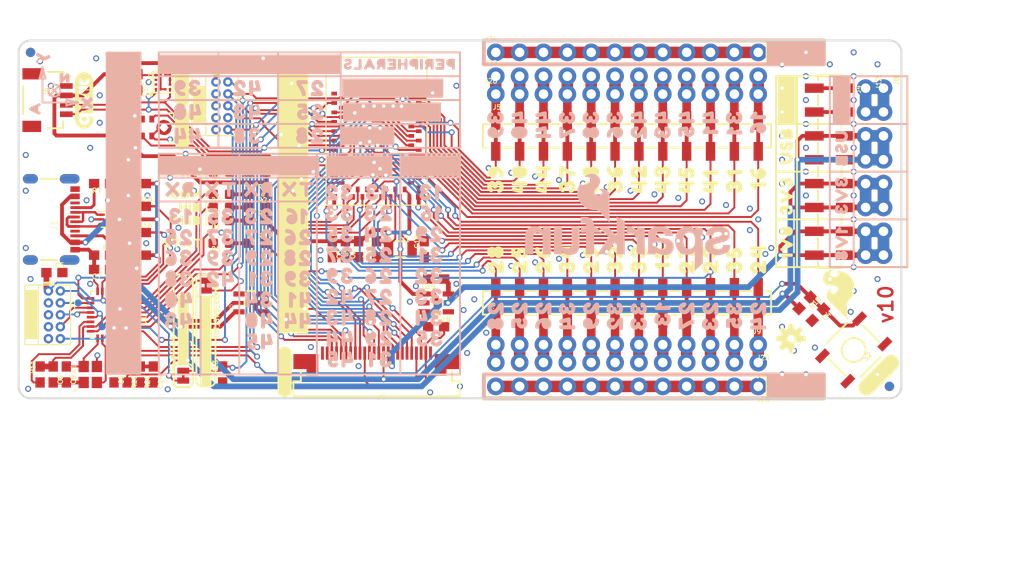
<source format=kicad_pcb>
(kicad_pcb (version 20211014) (generator pcbnew)
  (layers (0 "F.Cu" signal) (31 "B.Cu" signal) (34 "B.Paste" user) (35 "F.Paste" user) (36 "B.SilkS" user "B.Silkscreen") (37 "F.SilkS" user "F.Silkscreen") (38 "B.Mask" user) (39 "F.Mask" user) (44 "Edge.Cuts" user))
  (net 0 "")
  (net 1 "GND")
  (net 2 "3.3V")
  (net 3 "LED_MSD")
  (net 4 "LED_HID")
  (net 5 "LED_UART")
  (net 6 "N$4")
  (net 7 "N$5")
  (net 8 "USB_D+_R")
  (net 9 "USB_D-_R")
  (net 10 "USB_D+_P")
  (net 11 "USB_D-_P")
  (net 12 "N$10")
  (net 13 "N$13")
  (net 14 "N$16")
  (net 15 "INTFC_SWDIO")
  (net 16 "INTFC_NC6")
  (net 17 "INTFC_NC5")
  (net 18 "INTFC_SWDCLK")
  (net 19 "~{INTFC_RST}")
  (net 20 "TGT_TX")
  (net 21 "TGT_RX")
  (net 22 "TGT_SWCLK")
  (net 23 "TGT_SWDIO")
  (net 24 "TGT_SWO")
  (net 25 "~{TGT_RST}")
  (net 26 "N$14")
  (net 27 "N$15")
  (net 28 "N$1")
  (net 29 "N$2")
  (net 30 "N$3")
  (net 31 "N$7")
  (net 32 "N$8")
  (net 33 "N$9")
  (net 34 "N$6")
  (net 35 "PDM_DATA")
  (net 36 "PDM_CLK")
  (net 37 "SCL")
  (net 38 "SDA")
  (net 39 "CAMERA_D1")
  (net 40 "CAMERA_D3")
  (net 41 "CAMERA_D4")
  (net 42 "CAMERA_D5")
  (net 43 "CAMERA_D6")
  (net 44 "CAMERA_D7")
  (net 45 "CAMERA_VSYNC")
  (net 46 "CAMERA_HSYNC")
  (net 47 "1.8V")
  (net 48 "CAMERA_PCLK")
  (net 49 "CAMERA_D0")
  (net 50 "CAMERA_D2")
  (net 51 "CAMERA_TRIG")
  (net 52 "CAMERA_INT")
  (net 53 "CAMERA_MCLK")
  (net 54 "D44")
  (net 55 "D40")
  (net 56 "D39")
  (net 57 "D38")
  (net 58 "D43")
  (net 59 "D42")
  (net 60 "D41")
  (net 61 "D23_LED")
  (net 62 "D25")
  (net 63 "D26")
  (net 64 "D27")
  (net 65 "D28")
  (net 66 "D36")
  (net 67 "D37")
  (net 68 "D45")
  (net 69 "D13")
  (net 70 "D16")
  (net 71 "D29")
  (net 72 "D31")
  (net 73 "D32")
  (net 74 "D33")
  (net 75 "D34")
  (net 76 "D24")
  (net 77 "D35")
  (net 78 "TGT_BOOT")
  (net 79 "N$12")
  (net 80 "N$18")
  (net 81 "V_USB")
  (net 82 "~{RST}_BTN")
  (footprint "boardEagle:47_37" (layer "F.Cu") (at 159.9311 103.4161 90)
    (fp_text reference "U$50" hide)
    (fp_text value "" hide)
  )
  (footprint "boardEagle:0603" (layer "F.Cu") (at 114.2111 108.8136 180)
    (fp_text reference "C13")
    (fp_text value "0.1uF")
  )
  (footprint "boardEagle:0603" (layer "F.Cu") (at 115.8621 121.5136 -90)
    (fp_text reference "C14")
    (fp_text value "0.1uF")
  )
  (footprint "boardEagle:0603" (layer "F.Cu") (at 145.9611 116.4336)
    (fp_text reference "C18")
    (fp_text value "1.0uF")
  )
  (footprint "boardEagle:54_44" (layer "F.Cu") (at 157.3911 103.4161 90)
    (fp_text reference "U$49" hide)
    (fp_text value "" hide)
  )
  (footprint "boardEagle:#ACC#12" (layer "F.Cu") (at 118.9101 93.0656 90)
    (fp_text reference "U$138" hide)
    (fp_text value "" hide)
  )
  (footprint "boardEagle:46_36" (layer "F.Cu") (at 165.0111 103.4161 90)
    (fp_text reference "U$52" hide)
    (fp_text value "" hide)
  )
  (footprint "boardEagle:1X08_NO_SILK" (layer "F.Cu") (at 191.6811 91.0336 -90)
    (fp_text reference "J12")
    (fp_text value "PTH")
  )
  (footprint "boardEagle:38_27" (layer "F.Cu") (at 172.6311 111.9886 90)
    (fp_text reference "U$107" hide)
    (fp_text value "" hide)
  )
  (footprint "boardEagle:44_34" (layer "F.Cu") (at 159.9311 111.9886 90)
    (fp_text reference "U$102" hide)
    (fp_text value "" hide)
  )
  (footprint "boardEagle:0603" (layer "F.Cu") (at 126.9111 107.5436)
    (fp_text reference "R5")
    (fp_text value "330")
  )
  (footprint "boardEagle:LED-0603" (layer "F.Cu") (at 123.1011 105.1306 180)
    (fp_text reference "D1")
    (fp_text value "BLUE")
  )
  (footprint "boardEagle:0603" (layer "F.Cu") (at 185.2041 113.8936 -135)
    (fp_text reference "R12")
    (fp_text value "10k")
  )
  (footprint "boardEagle:0603" (layer "F.Cu") (at 134.9121 108.1786 -90)
    (fp_text reference "C3")
    (fp_text value "0.1uF")
  )
  (footprint "boardEagle:50_40" (layer "F.Cu") (at 154.8511 103.4161 90)
    (fp_text reference "U$48" hide)
    (fp_text value "" hide)
  )
  (footprint "boardEagle:0603" (layer "F.Cu") (at 112.8141 95.2246 90)
    (fp_text reference "C15")
    (fp_text value "1.0uF")
  )
  (footprint "boardEagle:43_33" (layer "F.Cu") (at 167.5511 111.9886 90)
    (fp_text reference "U$105" hide)
    (fp_text value "" hide)
  )
  (footprint "boardEagle:0603" (layer "F.Cu") (at 137.7061 108.1786 -90)
    (fp_text reference "C1")
    (fp_text value "10uF")
  )
  (footprint "boardEagle:1X08_SMD_COMBINED" (layer "F.Cu") (at 187.8711 91.0336 -90)
    (fp_text reference "J4")
    (fp_text value "SMD")
  )
  (footprint "boardEagle:1X12_SMD_COMBINED" (layer "F.Cu") (at 152.3111 96.1136)
    (fp_text reference "J5")
    (fp_text value "")
  )
  (footprint "boardEagle:JST04_1MM_RA" (layer "F.Cu") (at 106.5911 92.3036 -90)
    (fp_text reference "J6")
    (fp_text value "QWIIC_RIGHT_ANGLE")
  )
  (footprint "boardEagle:6_PWR" (layer "F.Cu") (at 117.0051 99.9236)
    (fp_text reference "U$121" hide)
    (fp_text value "" hide)
  )
  (footprint "boardEagle:CRYSTAL-SMD-3.2X1.5MM" (layer "F.Cu") (at 142.1511 108.1786)
    (fp_text reference "Y1")
    (fp_text value "32.768kHz")
  )
  (footprint "boardEagle:#ARTEMIS_DEV_KIT#1" (layer "F.Cu") (at 130.7211 117.9576 90)
    (fp_text reference "U$122" hide)
    (fp_text value "" hide)
  )
  (footprint "boardEagle:1X12_NO_SILK" (layer "F.Cu") (at 180.2511 122.7836 180)
    (fp_text reference "J23")
    (fp_text value "PTH")
  )
  (footprint "boardEagle:16_1V8" (layer "F.Cu") (at 183.26735 110.24235 90)
    (fp_text reference "U$129" hide)
    (fp_text value "" hide)
  )
  (footprint "boardEagle:0603" (layer "F.Cu") (at 105.3211 110.6678)
    (fp_text reference "C5")
    (fp_text value "2.2uF")
  )
  (footprint "boardEagle:45_35" (layer "F.Cu") (at 177.7111 111.9886 90)
    (fp_text reference "U$109" hide)
    (fp_text value "" hide)
  )
  (footprint "boardEagle:0603" (layer "F.Cu") (at 126.9111 99.9236)
    (fp_text reference "R4")
    (fp_text value "330")
  )
  (footprint "boardEagle:#TGT_BOOT#4" (layer "F.Cu") (at 119.0371 120.7516 90)
    (fp_text reference "U$124" hide)
    (fp_text value "" hide)
  )
  (footprint "boardEagle:2X5-PTH-1.27MM" (layer "F.Cu") (at 105.3211 115.1636 -90)
    (fp_text reference "J3")
    (fp_text value "CORTEX_JTAG_DEBUG_PTH")
  )
  (footprint "boardEagle:37_26" (layer "F.Cu") (at 157.3911 111.9886 90)
    (fp_text reference "U$101" hide)
    (fp_text value "" hide)
  )
  (footprint "boardEagle:LED-0603" (layer "F.Cu") (at 123.1011 107.5436 180)
    (fp_text reference "D5")
    (fp_text value "BLUE")
  )
  (footprint "boardEagle:#CAM#13" (layer "F.Cu") (at 129.8321 123.9266 90)
    (fp_text reference "U$126" hide)
    (fp_text value "" hide)
  )
  (footprint "boardEagle:LED-0603" (layer "F.Cu") (at 123.1011 103.7336 180)
    (fp_text reference "D2")
    (fp_text value "GREEN")
  )
  (footprint "boardEagle:0603" (layer "F.Cu") (at 126.9111 105.1306)
    (fp_text reference "R1")
    (fp_text value "330")
  )
  (footprint "boardEagle:39_28" (layer "F.Cu") (at 152.3111 111.9886 90)
    (fp_text reference "U$99" hide)
    (fp_text value "" hide)
  )
  (footprint "boardEagle:8_HID" (layer "F.Cu") (at 117.8941 103.7336)
    (fp_text reference "U$118" hide)
    (fp_text value "" hide)
  )
  (footprint "boardEagle:#MIC#11" (layer "F.Cu") (at 118.9101 97.6376 90)
    (fp_text reference "U$137" hide)
    (fp_text value "" hide)
  )
  (footprint "boardEagle:1X12_SMD_COMBINED" (layer "F.Cu") (at 180.2511 113.8936 180)
    (fp_text reference "J9")
    (fp_text value "")
  )
  (footprint "boardEagle:0603" (layer "F.Cu") (at 114.2111 90.3986 -90)
    (fp_text reference "C17")
    (fp_text value "10uF")
  )
  (footprint "boardEagle:0603" (layer "F.Cu") (at 110.4011 101.1936 180)
    (fp_text reference "R7")
    (fp_text value "5.1k")
  )
  (footprint "boardEagle:14_#GND#" (layer "F.Cu") (at 180.5051 122.7836)
    (fp_text reference "U$141" hide)
    (fp_text value "" hide)
  )
  (footprint "boardEagle:52_42" (layer "F.Cu") (at 167.5511 103.4161 90)
    (fp_text reference "U$53" hide)
    (fp_text value "" hide)
  )
  (footprint "boardEagle:14_#GND#" (layer "F.Cu") (at 180.5051 87.2236)
    (fp_text reference "U$140" hide)
    (fp_text value "" hide)
  )
  (footprint "boardEagle:FIDUCIAL-1X2" (layer "F.Cu") (at 194.2211 122.7836)
    (fp_text reference "FD3" hide)
    (fp_text value "FIDUCIAL1X2" hide)
  )
  (footprint "boardEagle:0603" (layer "F.Cu") (at 186.6011 115.1636 -135)
    (fp_text reference "C4")
    (fp_text value "0.1uF")
  )
  (footprint "boardEagle:32_13" (layer "F.Cu") (at 170.0911 111.6711 90)
    (fp_text reference "U$106" hide)
    (fp_text value "" hide)
  )
  (footprint "boardEagle:48_38" (layer "F.Cu") (at 162.4711 103.4161 90)
    (fp_text reference "U$51" hide)
    (fp_text value "" hide)
  )
  (footprint "boardEagle:CRYSTAL-SMD-2X2.5MM" (layer "F.Cu") (at 109.1311 121.5136 90)
    (fp_text reference "X1")
    (fp_text value "16MHz")
  )
  (footprint "boardEagle:ARTEMIS_FP" (layer "F.Cu") (at 139.6111 96.1136 90)
    (fp_text reference "U2" hide)
    (fp_text value "ARTEMIS_MODULESMD" hide)
  )
  (footprint "boardEagle:CREATIVE_COMMONS" (layer "F.Cu") (at 125.6411 140.5636)
    (fp_text reference "FRAME1" hide)
    (fp_text value "FRAME-LEDGER" hide)
  )
  (footprint "boardEagle:QFN-32-NOPAD" (layer "F.Cu") (at 111.6711 115.1636 180)
    (fp_text reference "U1")
    (fp_text value "DAPLINK_KL26Z128VFM4")
  )
  (footprint "boardEagle:LED-0603" (layer "F.Cu") (at 123.1011 99.9236 180)
    (fp_text reference "D4")
    (fp_text value "RED")
  )
  (footprint "boardEagle:1X12_NO_SILK" (layer "F.Cu") (at 180.2511 120.2436 180)
    (fp_text reference "J14")
    (fp_text value "PTH")
  )
  (footprint "boardEagle:0603" (layer "F.Cu") (at 114.2111 103.6066)
    (fp_text reference "R18")
    (fp_text value "33")
  )
  (footprint "boardEagle:17_3V3" (layer "F.Cu") (at 183.26735 105.47985 90)
    (fp_text reference "U$130" hide)
    (fp_text value "" hide)
  )
  (footprint "boardEagle:SOT23-5" (layer "F.Cu") (at 145.9611 113.8936 -90)
    (fp_text reference "U4")
    (fp_text value "AP2127K-1.8V")
  )
  (footprint "boardEagle:#TGT#3" (layer "F.Cu") (at 120.6881 95.0976 90)
    (fp_text reference "U$35" hide)
    (fp_text value "" hide)
  )
  (footprint "boardEagle:OSHW-LOGO-S" (layer "F.Cu") (at 183.7436 117.7036 45)
    (fp_text reference "LOGO1" hide)
    (fp_text value "OSHW-LOGOS" hide)
  )
  (footprint "boardEagle:55_45" (layer "F.Cu") (at 172.6311 103.4161 90)
    (fp_text reference "U$55" hide)
    (fp_text value "" hide)
  )
  (footprint "boardEagle:10_STAT" (layer "F.Cu") (at 116.2431 107.5436)
    (fp_text reference "U$120" hide)
    (fp_text value "" hide)
  )
  (footprint "boardEagle:1X12_NO_SILK" (layer "F.Cu") (at 152.3111 89.7636)
    (fp_text reference "J22")
    (fp_text value "PTH")
  )
  (footprint "boardEagle:0603" (layer "F.Cu") (at 126.9111 103.7336)
    (fp_text reference "R2")
    (fp_text value "330")
  )
  (footprint "boardEagle:0603" (layer "F.Cu") (at 114.4651 121.5136 -90)
    (fp_text reference "R20")
    (fp_text value "10k")
  )
  (footprint "boardEagle:0603" (layer "F.Cu") (at 110.4011 110.3376 180)
    (fp_text reference "C7")
    (fp_text value "0.1uF")
  )
  (footprint "boardEagle:0603" (layer "F.Cu") (at 144.6911 108.1786 90)
    (fp_text reference "C10")
    (fp_text value "15pF")
  )
  (footprint "boardEagle:0603" (layer "F.Cu") (at 113.0681 121.5136 -90)
    (fp_text reference "R19")
    (fp_text value "5.62k")
  )
  (footprint "boardEagle:42_32" (layer "F.Cu") (at 165.0111 111.9886 90)
    (fp_text reference "U$104" hide)
    (fp_text value "" hide)
  )
  (footprint "boardEagle:36_25" (layer "F.Cu") (at 154.8511 111.9886 90)
    (fp_text reference "U$100" hide)
    (fp_text value "" hide)
  )
  (footprint "boardEagle:LGA-12-LISDH12" (layer "F.Cu") (at 116.8781 90.3986 90)
    (fp_text reference "U3")
    (fp_text value "LIS2DH12")
  )
  (footprint "boardEagle:TACTILE_SWITCH_SMD_5.2MM" (layer "F.Cu") (at 190.4111 118.9101 -135)
    (fp_text reference "S2")
    (fp_text value "TGT_RST")
  )
  (footprint "boardEagle:0603" (layer "F.Cu") (at 114.2111 106.4006)
    (fp_text reference "R16")
    (fp_text value "33")
  )
  (footprint "boardEagle:QWIIC_6MM" (layer "F.Cu") (at 108.4961 92.3036 90)
    (fp_text reference "U$32" hide)
    (fp_text value "" hide)
  )
  (footprint "boardEagle:1X12_NO_SILK" (layer "F.Cu") (at 152.3111 87.2236)
    (fp_text reference "J24")
    (fp_text value "PTH")
  )
  (footprint "boardEagle:0603" (layer "F.Cu") (at 123.2281 121.5136 90)
    (fp_text reference "R13")
    (fp_text value "10k")
  )
  (footprint "boardEagle:0603" (layer "F.Cu") (at 126.9111 102.3366)
    (fp_text reference "R3")
    (fp_text value "330")
  )
  (footprint "boardEagle:0603" (layer "F.Cu") (at 114.2111 101.1936 180)
    (fp_text reference "C12")
    (fp_text value "1.0uF")
  )
  (footprint "boardEagle:49_39" (layer "F.Cu") (at 152.3111 103.4161 90)
    (fp_text reference "U$47" hide)
    (fp_text value "" hide)
  )
  (footprint "boardEagle:1X12_NO_SILK" (layer "F.Cu") (at 180.2511 118.3386 180)
    (fp_text reference "J25")
    (fp_text value "PTH")
  )
  (footprint "boardEagle:15_#GND#" (layer "F.Cu") (at 183.2991 95.3516 90)
    (fp_text reference "U$132" hide)
    (fp_text value "" hide)
  )
  (footprint "boardEagle:0603" (layer "F.Cu") (at 103.7971 121.5136 90)
    (fp_text reference "R11")
    (fp_text value "10k")
  )
  (footprint "boardEagle:0603" (layer "F.Cu") (at 105.1941 121.5136 -90)
    (fp_text reference "C6")
    (fp_text value "0.1uF")
  )
  (footprint "boardEagle:7_COM" (layer "F.Cu") (at 117.0051 102.3366)
    (fp_text reference "U$117" hide)
    (fp_text value "" hide)
  )
  (footprint "boardEagle:34_23" (layer "F.Cu") (at 175.1711 111.9886 90)
    (fp_text reference "U$108" hide)
    (fp_text value "" hide)
  )
  (footprint "boardEagle:33_16" (layer "F.Cu") (at 180.2511 103.0986 90)
    (fp_text reference "U$98" hide)
    (fp_text value "" hide)
  )
  (footprint "boardEagle:51_41" (layer "F.Cu") (at 175.1711 103.4161 90)
    (fp_text reference "U$96" hide)
    (fp_text value "" hide)
  )
  (footprint "boardEagle:18_USB" (layer "F.Cu") (at 183.26735 100.08235 90)
    (fp_text reference "U$131" hide)
    (fp_text value "" hide)
  )
  (footprint "boardEagle:9_MSD" (layer "F.Cu") (at 117.2591 105.1306)
    (fp_text reference "U$119" hide)
    (fp_text value "" hide)
  )
  (footprint "boardEagle:SOT23-5" (layer "F.Cu") (at 126.2761 113.8936 90)
    (fp_text reference "U5")
    (fp_text value "3.3V")
  )
  (footprint "boardEagle:1X12_NO_SILK" (layer "F.Cu") (at 152.3111 91.6686)
    (fp_text reference "J26")
    (fp_text value "PTH")
  )
  (footprint "boardEagle:0603" (layer "F.Cu") (at 145.9611 111.3536 180)
    (fp_text reference "C19")
    (fp_text value "1.0uF")
  )
  (footprint "boardEagle:FPC-24-AMPHENOL-SFV24R-1STE1HLF" (layer "F.Cu") (at 139.6111 121.6406)
    (fp_text reference "J7")
    (fp_text value "CAMERA-HIMAXBOTTOM-CONTACT")
  )
  (footprint "boardEagle:SMT-JUMPER_2_NC_TRACE_SILK" (layer "F.Cu") (at 119.0371 121.6406 90)
    (fp_text reference "TGT_BOOT0")
    (fp_text value "JUMPER-SMT_2_NC_TRACE_SILK")
  )
  (footprint "boardEagle:FIDUCIAL-1X2" (layer "F.Cu") (at 102.7811 87.2236)
    (fp_text reference "FD1" hide)
    (fp_text value "FIDUCIAL1X2" hide)
  )
  (footprint "boardEagle:SFE_LOGO_FLAME_.2" (layer "F.Cu") (at 189.1411 112.6236 45)
    (fp_text reference "U$45" hide)
    (fp_text value "" hide)
  )
  (footprint "boardEagle:0603" (layer "F.Cu") (at 110.4011 108.8136)
    (fp_text reference "R6")
    (fp_text value "5.1k")
  )
  (footprint "boardEagle:#TGT_SWD_CLK#5" (layer "F.Cu") (at 121.4501 123.0376 90)
    (fp_text reference "U$125" hide)
    (fp_text value "" hide)
  )
  (footprint "boardEagle:0603" (layer "F.Cu") (at 106.5911 121.5136 -90)
    (fp_text reference "C8")
    (fp_text value "12pF")
  )
  (footprint "boardEagle:2X5-PTH-1.27MM" (layer "F.Cu") (at 123.1519 92.9132 -90)
    (fp_text reference "J2")
    (fp_text value "CORTEX_JTAG_DEBUG_MINIMUM_PTH")
  )
  (footprint "boardEagle:USB-C-16P" (layer "F.Cu") (at 107.8611 105.0036 -90)
    (fp_text reference "J1")
    (fp_text value "USB")
    (fp_line (start 4.62 5.4) (end 4.62 4.78) (layer "Edge.Cuts") (width 0.01))
    (fp_line (start -4.62 1.465) (end -4.62 0.365) (layer "Edge.Cuts") (width 0.01))
    (fp_line (start 4.02 5.4) (end 4.02 4.78) (layer "Edge.Cuts") (width 0.01))
    (fp_line (start -4.02 5.4) (end -4.02 4.78) (layer "Edge.Cuts") (width 0.01))
    (fp_line (start 4.02 1.465) (end 4.02 0.365) (layer "Edge.Cuts") (width 0.01))
    (fp_line (start -4.02 1.465) (end -4.02 0.365) (layer "Edge.Cuts") (width 0.01))
    (fp_line (start 4.62 1.465) (end 4.62 0.365) (layer "Edge.Cuts") (width 0.01))
    (fp_line (start -4.62 5.4) (end -4.62 4.78) (layer "Edge.Cuts") (width 0.01))
    (fp_arc (start 4.02 4.78) (mid 4.32 4.48) (end 4.62 4.78) (layer "Edge.Cuts") (width 0.01))
    (fp_arc (start -4.62 0.365) (mid -4.32 0.065) (end -4.02 0.365) (layer "Edge.Cuts") (width 0.01))
    (fp_arc (start 4.62 1.465) (mid 4.32 1.765) (end 4.02 1.465) (layer "Edge.Cuts") (width 0.01))
    (fp_arc (start 4.02 0.365) (mid 4.32 0.065) (end 4.62 0.365) (layer "Edge.Cuts") (width 0.01))
    (fp_arc (start -4.02 5.4) (mid -4.32 5.7) (end -4.62 5.4) (layer "Edge.Cuts") (width 0.01))
    (fp_arc (start -4.02 1.465) (mid -4.32 1.765) (end -4.62 1.465) (layer "Edge.Cuts") (width 0.01))
    (fp_arc (start -4.62 4.78) (mid -4.32 4.48) (end -4.02 4.78) (layer "Edge.Cuts") (width 0.01))
    (fp_arc (start 4.62 5.4) (mid 4.32 5.7) (end 4.02 5.4) (layer "Edge.Cuts") (width 0.01))
  )
  (footprint "boardEagle:53_43" (layer "F.Cu") (at 170.0911 103.4161 90)
    (fp_text reference "U$54" hide)
    (fp_text value "" hide)
  )
  (footprint "boardEagle:SPH0641LM4H-1_MICROPHONE" (layer "F.Cu") (at 115.9891 95.2246 90)
    (fp_text reference "E1")
    (fp_text value "SPH0641LM4H-1")
  )
  (footprint "boardEagle:35_24" (layer "F.Cu") (at 180.2511 111.9886 90)
    (fp_text reference "U$110" hide)
    (fp_text value "" hide)
  )
  (footprint "boardEagle:41_31" (layer "F.Cu") (at 177.7111 103.4161 90)
    (fp_text reference "U$97" hide)
    (fp_text value "" hide)
  )
  (footprint "boardEagle:1X08_NO_SILK" (layer "F.Cu") (at 193.5861 91.0336 -90)
    (fp_text reference "J8")
    (fp_text value "PTH")
  )
  (footprint "boardEagle:SMT-JUMPER_2_NC_TRACE_SILK" (layer "F.Cu") (at 121.4501 112.0521 -90)
    (fp_text reference "TGT_SWD_CLK0")
    (fp_text value "JUMPER-SMT_2_NC_TRACE_SILK")
  )
  (footprint "boardEagle:0603" (layer "F.Cu") (at 112.8141 90.3986 -90)
    (fp_text reference "C16")
    (fp_text value "0.1uF")
  )
  (footprint "boardEagle:##RST##18" (layer "F.Cu") (at 191.1858 123.4948 45)
    (fp_text reference "U$142" hide)
    (fp_text value "" hide)
  )
  (footprint "boardEagle:#INTFC#2" (layer "F.Cu") (at 102.9081 118.0846 90)
    (fp_text reference "U$123" hide)
    (fp_text value "" hide)
  )
  (footprint "boardEagle:0603" (layer "F.Cu") (at 111.6711 121.5136 -90)
    (fp_text reference "C9")
    (fp_text value "12pF")
  )
  (footprint "boardEagle:0603" (layer "F.Cu") (at 139.6111 108.1786 90)
    (fp_text reference "C11")
    (fp_text value "15pF")
  )
  (footprint "boardEagle:SOT886" (layer "F.Cu") (at 110.7821 105.0036)
    (fp_text reference "D6")
    (fp_text value "PRTR5V0U2F")
  )
  (footprint "boardEagle:40_29" (layer "F.Cu") (at 162.4711 111.9886 90)
    (fp_text reference "U$103" hide)
    (fp_text value "" hide)
  )
  (footprint "boardEagle:LED-0603" (layer "F.Cu") (at 123.1011 102.3366 180)
    (fp_text reference "D3")
    (fp_text value "Yellow")
  )
  (footprint "boardEagle:0603" (layer "F.Cu") (at 136.3091 108.1786 -90)
    (fp_text reference "C2")
    (fp_text value "1.0uF")
  )
  (footprint "boardEagle:PAD.03X.03" (layer "B.Cu") (at 107.8611 113.8936 180)
    (fp_text reference "TP2" hide)
    (fp_text value "INTFC_SWDCLK" hide)
  )
  (footprint "boardEagle:54_44" (layer "B.Cu") (at 138.3411 117.7036 180)
    (fp_text reference "U$162" hide)
    (fp_text value "" hide)
  )
  (footprint "boardEagle:30_#PWM#" (layer "B.Cu") (at 141.8336 99.2886 180)
    (fp_text reference "U$38" hide)
    (fp_text value "" hide)
  )
  (footprint "boardEagle:53_43" (layer "B.Cu") (at 138.3411 115.4811 180)
    (fp_text reference "U$161" hide)
    (fp_text value "" hide)
  )
  (footprint "boardEagle:28_RX" (layer "B.Cu") (at 129.7051 101.8286 180)
    (fp_text reference "U$44" hide)
    (fp_text value "" hide)
  )
  (footprint "boardEagle:49_39" (layer "B.Cu") (at 122.1486 91.0336 180)
    (fp_text reference "U$93" hide)
    (fp_text value "" hide)
  )
  (footprint "boardEagle:46_36" (layer "B.Cu") (at 121.1961 109.1311 180)
    (fp_text reference "U$83" hide)
    (fp_text value "" hide)
  )
  (footprint "boardEagle:32_13" (layer "B.Cu") (at 147.8661 102.1461 180)
    (fp_text reference "U$146" hide)
    (fp_text value "" hide)
  )
  (footprint "boardEagle:34_23" (layer "B.Cu") (at 175.1711 112.6236 -90)
    (fp_text reference "U$21" hide)
    (fp_text value "" hide)
  )
  (footprint "boardEagle:21_#IOM4#" (layer "B.Cu") (at 123.4821 88.4936 180)
    (fp_text reference "U$34" hide)
    (fp_text value "" hide)
  )
  (footprint "boardEagle:51_41" (layer "B.Cu") (at 175.1711 92.3036 -90)
    (fp_text reference "U$9" hide)
    (fp_text value "" hide)
  )
  (footprint "boardEagle:52_42" (layer "B.Cu") (at 128.4986 91.0336 180)
    (fp_text reference "U$90" hide)
    (fp_text value "" hide)
  )
  (footprint "boardEagle:50_40" (layer "B.Cu") (at 122.1486 93.5736 180)
    (fp_text reference "U$94" hide)
    (fp_text value "" hide)
  )
  (footprint "boardEagle:38_27" (layer "B.Cu") (at 129.7686 106.9086 180)
    (fp_text reference "U$71" hide)
    (fp_text value "" hide)
  )
  (footprint "boardEagle:14_A" (layer "B.Cu") (at 103.25735 93.35135 -90)
    (fp_text reference "U$113" hide)
    (fp_text value "" hide)
  )
  (footprint "boardEagle:41_31" (layer "B.Cu") (at 147.8661 108.8136 180)
    (fp_text reference "U$149" hide)
    (fp_text value "" hide)
  )
  (footprint "boardEagle:33_16" (layer "B.Cu") (at 180.2511 92.3036 -90)
    (fp_text reference "U$7" hide)
    (fp_text value "" hide)
  )
  (footprint "boardEagle:37_26" (layer "B.Cu") (at 133.8961 106.9086 180)
    (fp_text reference "U$65" hide)
    (fp_text value "" hide)
  )
  (footprint "boardEagle:32_13" (layer "B.Cu") (at 142.1511 102.1461 180)
    (fp_text reference "U$56" hide)
    (fp_text value "" hide)
  )
  (footprint "boardEagle:17_3V3" (layer "B.Cu") (at 189.1411 99.5426 -90)
    (fp_text reference "U$5" hide)
    (fp_text value "" hide)
  )
  (footprint "boardEagle:48_38" (layer "B.Cu") (at 128.4986 96.1136 180)
    (fp_text reference "U$92" hide)
    (fp_text value "" hide)
  )
  (footprint "boardEagle:52_42" (layer "B.Cu") (at 167.5511 92.3036 -90)
    (fp_text reference "U$12" hide)
    (fp_text value "" hide)
  )
  (footprint "boardEagle:40_29" (layer "B.Cu") (at 147.8661 106.5911 180)
    (fp_text reference "U$148" hide)
    (fp_text value "" hide)
  )
  (footprint "boardEagle:53_43" (layer "B.Cu") (at 121.1961 115.7986 180)
    (fp_text reference "U$86" hide)
    (fp_text value "" hide)
  )
  (footprint "boardEagle:41_31" (layer "B.Cu") (at 129.7686 111.3536 180)
    (fp_text reference "U$73" hide)
    (fp_text value "" hide)
  )
  (footprint "boardEagle:55_45" (layer "B.Cu") (at 172.6311 92.3036 -90)
    (fp_text reference "U$10" hide)
    (fp_text value "" hide)
  )
  (footprint "boardEagle:54_44" (layer "B.Cu") (at 133.8961 115.7986 180)
    (fp_text reference "U$69" hide)
    (fp_text value "" hide)
  )
  (footprint "boardEagle:38_27" (layer "B.Cu") (at 135.1661 91.0336 180)
    (fp_text reference "U$87" hide)
    (fp_text value "" hide)
  )
  (footprint "boardEagle:15_X" (layer "B.Cu") (at 108.65485 92.39885 180)
    (fp_text reference "U$114" hide)
    (fp_text value "" hide)
  )
  (footprint "boardEagle:49_39" (layer "B.Cu") (at 125.6411 109.1311 180)
    (fp_text reference "U$79" hide)
    (fp_text value "" hide)
  )
  (footprint "boardEagle:49_39" (layer "B.Cu") (at 152.3111 92.3036 -90)
    (fp_text reference "U$18" hide)
    (fp_text value "" hide)
  )
  (footprint "boardEagle:53_43" (layer "B.Cu") (at 128.4986 93.5736 180)
    (fp_text reference "U$91" hide)
    (fp_text value "" hide)
  )
  (footprint "boardEagle:50_40" (layer "B.Cu") (at 129.7686 115.7986 180)
    (fp_text reference "U$75" hide)
    (fp_text value "" hide)
  )
  (footprint "boardEagle:52_42" (layer "B.Cu") (at 138.3411 113.2586 180)
    (fp_text reference "U$160" hide)
    (fp_text value "" hide)
  )
  (footprint "boardEagle:19_PERIPHERALS" (layer "B.Cu") (at 148.8186 88.4936 180)
    (fp_text reference "U$145" hide)
    (fp_text value "" hide)
  )
  (footprint "boardEagle:SFE_LOGO_NAME_FLAME_.2" (layer "B.Cu") (at 166.2811 107.5436 180)
    (fp_text reference "LOGO2" hide)
    (fp_text value "SFE_LOGO_NAME_FLAME.2_INCH" hide)
  )
  (footprint "boardEagle:49_39" (layer "B.Cu") (at 133.8961 111.3536 180)
    (fp_text reference "U$67" hide)
    (fp_text value "" hide)
  )
  (footprint "boardEagle:39_28" (layer "B.Cu") (at 142.4686 115.4811 180)
    (fp_text reference "U$62" hide)
    (fp_text value "" hide)
  )
  (footprint "boardEagle:47_37" (layer "B.Cu") (at 138.3411 108.8136 180)
    (fp_text reference "U$158" hide)
    (fp_text value "" hide)
  )
  (footprint "boardEagle:53_43" (layer "B.Cu") (at 170.0911 92.3036 -90)
    (fp_text reference "U$11" hide)
    (fp_text value "" hide)
  )
  (footprint "boardEagle:#SDO#25" (layer "B.Cu") (at 142.0241 96.1136 180)
    (fp_text reference "U$112" hide)
    (fp_text value "" hide)
  )
  (footprint "boardEagle:32_13" (layer "B.Cu") (at 121.1961 104.6861 180)
    (fp_text reference "U$81" hide)
    (fp_text value "" hide)
  )
  (footprint "boardEagle:32_13" (layer "B.Cu") (at 170.0911 112.6236 -90)
    (fp_text reference "U$23" hide)
    (fp_text value "" hide)
  )
  (footprint "boardEagle:19_#IOM2#" (layer "B.Cu") (at 136.3091 88.4936 180)
    (fp_text reference "U$31" hide)
    (fp_text value "" hide)
  )
  (footprint "boardEagle:45_35" (layer "B.Cu") (at 138.3411 106.5911 180)
    (fp_text reference "U$157" hide)
    (fp_text value "" hide)
  )
  (footprint "boardEagle:42_32" (layer "B.Cu") (at 147.8661 111.0361 180)
    (fp_text reference "U$150" hide)
    (fp_text value "" hide)
  )
  (footprint "boardEagle:55_45" (layer "B.Cu") (at 129.7686 118.0211 180)
    (fp_text reference "U$76" hide)
    (fp_text value "" hide)
  )
  (footprint "boardEagle:29_#ADC#" (layer "B.Cu") (at 149.0091 99.2886 180)
    (fp_text reference "U$39" hide)
    (fp_text value "" hide)
  )
  (footprint "boardEagle:20_#IOM3#" (layer "B.Cu") (at 129.8321 88.4936 180)
    (fp_text reference "U$33" hide)
    (fp_text value "" hide)
  )
  (footprint "boardEagle:54_44" (layer "B.Cu") (at 122.1486 96.1136 180)
    (fp_text reference "U$95" hide)
    (fp_text value "" hide)
  )
  (footprint "boardEagle:55_45" (layer "B.Cu") (at 138.3411 119.9261 180)
    (fp_text reference "U$163" hide)
    (fp_text value "" hide)
  )
  (footprint "boardEagle:#SCL#SCK#23" (layer "B.Cu") (at 147.2311 91.0336 180)
    (fp_text reference "U$37" hide)
    (fp_text value "" hide)
  )
  (footprint "boardEagle:35_24" (layer "B.Cu") (at 142.4686 106.5911 180)
    (fp_text reference "U$58" hide)
    (fp_text value "" hide)
  )
  (footprint "boardEagle:51_41" (layer "B.Cu") (at 133.8961 113.5761 180)
    (fp_text reference "U$68" hide)
    (fp_text value "" hide)
  )
  (footprint "boardEagle:39_28" (layer "B.Cu") (at 135.1661 96.1136 180)
    (fp_text reference "U$89" hide)
    (fp_text value "" hide)
  )
  (footprint "boardEagle:FIDUCIAL-1X2" (layer "B.Cu") (at 194.2211 122.7836 180)
    (fp_text reference "FD4" hide)
    (fp_text value "FIDUCIAL1X2" hide)
  )
  (footprint "boardEagle:27_TX" (layer "B.Cu") (at 134.0231 101.8286 180)
    (fp_text reference "U$42" hide)
    (fp_text value "" hide)
  )
  (footprint "boardEagle:17_Z" (layer "B.Cu") (at 106.5911 89.85885 90)
    (fp_text reference "U$116" hide)
    (fp_text value "" hide)
  )
  (footprint "boardEagle:18_USB" (layer "B.Cu") (at 189.1411 94.5896 -90)
    (fp_text reference "U$6" hide)
    (fp_text value "" hide)
  )
  (footprint "boardEagle:38_27" (layer "B.Cu") (at 172.6311 112.6236 -90)
    (fp_text reference "U$22" hide)
    (fp_text value "" hide)
  )
  (footprint "boardEagle:26_#UART1#" (layer "B.Cu") (at 125.2601 99.2886 180)
    (fp_text reference "U$41" hide)
    (fp_text value "" hide)
  )
  (footprint "boardEagle:42_32" (layer "B.Cu") (at 138.3411 102.1461 180)
    (fp_text reference "U$155" hide)
    (fp_text value "" hide)
  )
  (footprint "boardEagle:54_44" (layer "B.Cu") (at 157.3911 92.3036 -90)
    (fp_text reference "U$16" hide)
    (fp_text value "" hide)
  )
  (footprint "boardEagle:50_40" (layer "B.Cu") (at 154.8511 92.3036 -90)
    (fp_text reference "U$17" hide)
    (fp_text value "" hide)
  )
  (footprint "boardEagle:42_32" (layer "B.Cu") (at 165.0111 112.6236 -90)
    (fp_text reference "U$25" hide)
    (fp_text value "" hide)
  )
  (footprint "boardEagle:44_34" (layer "B.Cu") (at 129.7686 113.5761 180)
    (fp_text reference "U$74" hide)
    (fp_text value "" hide)
  )
  (footprint "boardEagle:43_33" (layer "B.Cu") (at 147.8661 113.2586 180)
    (fp_text reference "U$151" hide)
    (fp_text value "" hide)
  )
  (footprint "boardEagle:52_42" (layer "B.Cu") (at 125.6411 111.3536 180)
    (fp_text reference "U$80" hide)
    (fp_text value "" hide)
  )
  (footprint "boardEagle:#ARTEMIS_DEV_KIT#0" (layer "B.Cu") (at 112.6871 86.2076 -90)
    (fp_text reference "U$36" hide)
    (fp_text value "" hide)
  )
  (footprint "boardEagle:15_#GND#" (layer "B.Cu") (at 189.1411 89.2556 -90)
    (fp_text reference "U$3" hide)
    (fp_text value "" hide)
  )
  (footprint "boardEagle:45_35" (layer "B.Cu") (at 147.8661 117.7036 180)
    (fp_text reference "U$153" hide)
    (fp_text value "" hide)
  )
  (footprint "boardEagle:49_39" (layer "B.Cu") (at 138.3411 111.0361 180)
    (fp_text reference "U$159" hide)
    (fp_text value "" hide)
  )
  (footprint "boardEagle:36_25" (layer "B.Cu") (at 142.4686 108.8136 180)
    (fp_text reference "U$59" hide)
    (fp_text value "" hide)
  )
  (footprint "boardEagle:37_26" (layer "B.Cu") (at 142.4686 111.0361 180)
    (fp_text reference "U$60" hide)
    (fp_text value "" hide)
  )
  (footprint "boardEagle:28_RX" (layer "B.Cu") (at 121.3231 101.8286 180)
    (fp_text reference "U$46" hide)
    (fp_text value "" hide)
  )
  (footprint "boardEagle:FIDUCIAL-1X2" (layer "B.Cu") (at 102.7811 87.2236 180)
    (fp_text reference "FD2" hide)
    (fp_text value "FIDUCIAL1X2" hide)
  )
  (footprint "boardEagle:40_29" (layer "B.Cu") (at 142.4686 117.7036 180)
    (fp_text reference "U$63" hide)
    (fp_text value "" hide)
  )
  (footprint "boardEagle:PAD.03X.03" (layer "B.Cu") (at 110.4011 116.4336 180)
    (fp_text reference "TP1" hide)
    (fp_text value "INTFC_SWDIO" hide)
  )
  (footprint "boardEagle:44_34" (layer "B.Cu") (at 159.9311 112.6236 -90)
    (fp_text reference "U$27" hide)
    (fp_text value "" hide)
  )
  (footprint "boardEagle:36_25" (layer "B.Cu") (at 154.8511 112.6236 -90)
    (fp_text reference "U$29" hide)
    (fp_text value "" hide)
  )
  (footprint "boardEagle:16_1V8" (layer "B.Cu") (at 189.1411 104.8766 -90)
    (fp_text reference "U$4" hide)
    (fp_text value "" hide)
  )
  (footprint "boardEagle:44_34" (layer "B.Cu") (at 147.8661 115.4811 180)
    (fp_text reference "U$152" hide)
    (fp_text value "" hide)
  )
  (footprint "boardEagle:40_29" (layer "B.Cu") (at 162.4711 112.6236 -90)
    (fp_text reference "U$26" hide)
    (fp_text value "" hide)
  )
  (footprint "boardEagle:35_24" (layer "B.Cu") (at 180.2511 112.6236 -90)
    (fp_text reference "U$19" hide)
    (fp_text value "" hide)
  )
  (footprint "boardEagle:34_23" (layer "B.Cu") (at 142.4686 104.3686 180)
    (fp_text reference "U$57" hide)
    (fp_text value "" hide)
  )
  (footprint "boardEagle:39_28" (layer "B.Cu") (at 133.8961 109.1311 180)
    (fp_text reference "U$66" hide)
    (fp_text value "" hide)
  )
  (footprint "boardEagle:#GND#10" (layer "B.Cu") (at 187.8711 87.2236 180)
    (fp_text reference "U$2" hide)
    (fp_text value "" hide)
  )
  (footprint "boardEagle:48_38" (layer "B.Cu") (at 121.1961 111.3536 180)
    (fp_text reference "U$84" hide)
    (fp_text value "" hide)
  )
  (footprint "boardEagle:41_31" (layer "B.Cu") (at 177.7111 92.3036 -90)
    (fp_text reference "U$8" hide)
    (fp_text value "" hide)
  )
  (footprint "boardEagle:34_23" (layer "B.Cu") (at 129.7686 104.6861 180)
    (fp_text reference "U$70" hide)
    (fp_text value "" hide)
  )
  (footprint "boardEagle:47_37" (layer "B.Cu") (at 125.6411 106.9086 180)
    (fp_text reference "U$78" hide)
    (fp_text value "" hide)
  )
  (footprint "boardEagle:#SDA#SDI#24" (layer "B.Cu") (at 146.9771 93.5736 180)
    (fp_text reference "U$111" hide)
    (fp_text value "" hide)
  )
  (footprint "boardEagle:16_Y" (layer "B.Cu") (at 103.7336 87.95385 -90)
    (fp_text reference "U$115" hide)
    (fp_text value "" hide)
  )
  (footprint "boardEagle:46_36" (layer "B.Cu") (at 165.0111 92.3036 -90)
    (fp_text reference "U$13" hide)
    (fp_text value "" hide)
  )
  (footprint "boardEagle:43_33" (layer "B.Cu") (at 138.3411 104.3686 180)
    (fp_text reference "U$156" hide)
    (fp_text value "" hide)
  )
  (footprint "boardEagle:38_27" (layer "B.Cu") (at 142.4686 113.2586 180)
    (fp_text reference "U$61" hide)
    (fp_text value "" hide)
  )
  (footprint "boardEagle:45_35" (layer "B.Cu") (at 125.6411 104.6861 180)
    (fp_text reference "U$77" hide)
    (fp_text value "" hide)
  )
  (footprint "boardEagle:39_28" (layer "B.Cu") (at 152.3111 112.6236 -90)
    (fp_text reference "U$30" hide)
    (fp_text value "" hide)
  )
  (footprint "boardEagle:25_#UART0#" (layer "B.Cu") (at 134.0231 99.2886 180)
    (fp_text reference "U$40" hide)
    (fp_text value "" hide)
  )
  (footprint "boardEagle:#GND#10" (layer "B.Cu") (at 187.8711 122.7836 180)
    (fp_text reference "U$1" hide)
    (fp_text value "" hide)
  )
  (footprint "boardEagle:45_35" (layer "B.Cu") (at 177.7111 112.6236 -90)
    (fp_text reference "U$20" hide)
    (fp_text value "" hide)
  )
  (footprint "boardEagle:37_26" (layer "B.Cu") (at 157.3911 112.6236 -90)
    (fp_text reference "U$28" hide)
    (fp_text value "" hide)
  )
  (footprint "boardEagle:50_40" (layer "B.Cu") (at 121.1961 113.5761 180)
    (fp_text reference "U$85" hide)
    (fp_text value "" hide)
  )
  (footprint "boardEagle:40_29" (layer "B.Cu") (at 129.7686 109.1311 180)
    (fp_text reference "U$72" hide)
    (fp_text value "" hide)
  )
  (footprint "boardEagle:33_16" (layer "B.Cu") (at 133.5786 104.6861 180)
    (fp_text reference "U$64" hide)
    (fp_text value "" hide)
  )
  (footprint "boardEagle:36_25" (layer "B.Cu") (at 121.1961 106.9086 180)
    (fp_text reference "U$82" hide)
    (fp_text value "" hide)
  )
  (footprint "boardEagle:47_37" (layer "B.Cu") (at 159.9311 92.3036 -90)
    (fp_text reference "U$15" hide)
    (fp_text value "" hide)
  )
  (footprint "boardEagle:41_31" (layer "B.Cu") (at 142.4686 119.9261 180)
    (fp_text reference "U$154" hide)
    (fp_text value "" hide)
  )
  (footprint "boardEagle:43_33" (layer "B.Cu") (at 167.5511 112.6236 -90)
    (fp_text reference "U$24" hide)
    (fp_text value "" hide)
  )
  (footprint "boardEagle:33_16" (layer "B.Cu") (at 147.8661 104.3686 180)
    (fp_text reference "U$147" hide)
    (fp_text value "" hide)
  )
  (footprint "boardEagle:27_TX" (layer "B.Cu") (at 125.7681 101.8286 180)
    (fp_text reference "U$43" hide)
    (fp_text value "" hide)
  )
  (footprint "boardEagle:48_38" (layer "B.Cu") (at 162.4711 92.3036 -90)
    (fp_text reference "U$14" hide)
    (fp_text value "" hide)
  )
  (footprint "boardEagle:36_25" (layer "B.Cu") (at 135.1661 93.5736 180)
    (fp_text reference "U$88" hide)
    (fp_text value "" hide)
  )
  (gr_line (start 125.0061 98.0186) (end 133.2611 98.0186) (layer "B.SilkS") (width 0.2032))
  (gr_line (start 196.1261 89.7636) (end 190.4111 89.7636) (layer "B.SilkS") (width 0.2032))
  (gr_line (start 196.1261 105.0036) (end 196.1261 110.0836) (layer "B.SilkS") (width 0.2032))
  (gr_line (start 120.8786 103.0986) (end 120.8786 121.5136) (layer "B.SilkS") (width 0.2032))
  (gr_line (start 104.0511 92.5576) (end 107.8611 92.5576) (layer "B.SilkS") (width 0.2032))
  (gr_line (start 190.4111 110.0836) (end 187.8711 110.0836) (layer "B.SilkS") (width 0.2032))
  (gr_line (start 122.7836 97.3836) (end 129.1336 97.3836) (layer "B.SilkS") (width 0.2032))
  (gr_line (start 135.8011 87.2236) (end 135.8011 89.7636) (layer "B.SilkS") (width 0.2032))
  (gr_line (start 135.8011 94.8436) (end 116.4336 94.8436) (layer "B.SilkS") (width 0.2032))
  (gr_line (start 133.2611 103.0986) (end 129.1336 103.0986) (layer "B.SilkS") (width 0.2032))
  (gr_line (start 135.8011 89.7636) (end 148.5011 89.7636) (layer "B.SilkS") (width 0.2032))
  (gr_line (start 120.8786 100.5586) (end 120.8786 103.0986) (layer "B.SilkS") (width 0.2032))
  (gr_line (start 125.0061 121.5136) (end 120.8786 121.5136) (layer "B.SilkS") (width 0.2032))
  (gr_line (start 135.8011 97.3836) (end 129.1336 97.3836) (layer "B.SilkS") (width 0.2032))
  (gr_line (start 103.7336 90.0176) (end 104.0511 88.7476) (layer "B.SilkS") (width 0.2032))
  (gr_line (start 142.1511 100.5586) (end 142.1511 98.0186) (layer "B.SilkS") (width 0.2032))
  (gr_line (start 196.1261 94.8436) (end 196.1261 89.7636) (layer "B.SilkS") (width 0.2032))
  (gr_line (start 107.8611 92.5576) (end 106.5911 92.2401) (layer "B.SilkS") (width 0.2032))
  (gr_line (start 125.0061 100.5586) (end 125.0061 98.0186) (layer "B.SilkS") (width 0.2032))
  (gr_line (start 116.4336 98.0186) (end 125.0061 98.0186) (layer "B.SilkS") (width 0.2032))
  (gr_line (start 196.1261 110.0836) (end 190.4111 110.0836) (layer "B.SilkS") (width 0.2032))
  (gr_line (start 148.5011 100.5586) (end 142.1511 100.5586) (layer "B.SilkS") (width 0.2032))
  (gr_line (start 129.1336 103.0986) (end 129.1336 121.5136) (layer "B.SilkS") (width 0.2032))
  (gr_line (start 148.5011 92.3036) (end 148.5011 89.7636) (layer "B.SilkS") (width 0.2032))
  (gr_line (start 187.8711 99.9236) (end 187.8711 94.8436) (layer "B.SilkS") (width 0.2032))
  (gr_line (start 196.1261 99.9236) (end 196.1261 105.0036) (layer "B.SilkS") (width 0.2032))
  (gr_line (start 135.8011 92.3036) (end 116.4336 92.3036) (layer "B.SilkS") (width 0.2032))
  (gr_line (start 104.0511 92.5576) (end 104.0511 88.7476) (layer "B.SilkS") (width 0.2032))
  (gr_line (start 116.4336 89.7636) (end 135.8011 89.7636) (layer "B.SilkS") (width 0.2032))
  (gr_line (start 190.4111 89.7636) (end 190.4111 110.0836) (layer "B.SilkS") (width 0.2032))
  (gr_line (start 120.8786 103.0986) (end 116.4336 103.0986) (layer "B.SilkS") (width 0.2032))
  (gr_line (start 116.4336 100.5586) (end 116.4336 98.0186) (layer "B.SilkS") (width 0.2032))
  (gr_line (start 148.5011 97.3836) (end 148.5011 94.8436) (layer "B.SilkS") (width 0.2032))
  (gr_line (start 120.8786 121.5136) (end 116.4336 121.5136) (layer "B.SilkS") (width 0.2032))
  (gr_line (start 135.8011 94.8436) (end 148.5011 94.8436) (layer "B.SilkS") (width 0.2032))
  (gr_line (start 187.2361 124.0536) (end 151.0411 124.0536) (layer "B.SilkS") (width 0.4064))
  (gr_line (start 116.4336 94.8436) (end 116.4336 97.3836) (layer "B.SilkS") (width 0.2032))
  (gr_line (start 142.1511 98.0186) (end 148.5011 98.0186) (layer "B.SilkS") (width 0.2032))
  (gr_line (start 187.2361 88.4936) (end 187.2361 85.9536) (layer "B.SilkS") (width 0.4064))
  (gr_line (start 116.4336 87.2236) (end 116.4336 89.7636) (layer "B.SilkS") (width 0.2032))
  (gr_line (start 125.0061 103.0986) (end 125.0061 100.5586) (layer "B.SilkS") (width 0.2032))
  (gr_line (start 104.8131 90.7796) (end 105.8291 91.7956) (layer "B.SilkS") (width 0.2032))
  (gr_line (start 148.5011 100.5586) (end 148.5011 121.5136) (layer "B.SilkS") (width 0.2032))
  (gr_line (start 148.5011 89.7636) (end 148.5011 87.2236) (layer "B.SilkS") (width 0.2032))
  (gr_line (start 142.1511 121.5136) (end 133.2611 121.5136) (layer "B.SilkS") (width 0.2032))
  (gr_line (start 151.0411 85.9536) (end 151.0411 88.4936) (layer "B.SilkS") (width 0.4064))
  (gr_line (start 135.8011 94.8436) (end 135.8011 97.3836) (layer "B.SilkS") (width 0.2032))
  (gr_line (start 196.1261 105.0036) (end 187.8711 105.0036) (layer "B.SilkS") (width 0.2032))
  (gr_line (start 135.8011 97.3836) (end 148.5011 97.3836) (layer "B.SilkS") (width 0.2032))
  (gr_line (start 106.5911 92.2401) (end 106.5911 92.8751) (layer "B.SilkS") (width 0.2032))
  (gr_line (start 125.0061 121.5136) (end 125.0061 103.0986) (layer "B.SilkS") (width 0.2032))
  (gr_line (start 104.3686 90.0176) (end 103.7336 90.0176) (layer "B.SilkS") (width 0.2032))
  (gr_line (start 187.2361 85.9536) (end 151.0411 85.9536) (layer "B.SilkS") (width 0.4064))
  (gr_line (start 133.2611 100.5586) (end 125.0061 100.5586) (layer "B.SilkS") (width 0.2032))
  (gr_line (start 151.0411 124.0536) (end 151.0411 121.5136) (layer "B.SilkS") (width 0.4064))
  (gr_line (start 142.1511 121.5136) (end 142.1511 100.5586) (layer "B.SilkS") (width 0.2032))
  (gr_line (start 106.5911 92.8751) (end 107.8611 92.5576) (layer "B.SilkS") (width 0.2032))
  (gr_line (start 190.4111 89.7636) (end 187.8711 89.7636) (layer "B.SilkS") (width 0.2032))
  (gr_line (start 148.5011 94.8436) (end 148.5011 92.3036) (layer "B.SilkS") (width 0.2032))
  (gr_line (start 133.2611 98.0186) (end 133.2611 100.5586) (layer "B.SilkS") (width 0.2032))
  (gr_line (start 116.4336 103.0986) (end 116.4336 100.5586) (layer "B.SilkS") (width 0.2032))
  (gr_line (start 116.4336 92.3036) (end 116.4336 94.8436) (layer "B.SilkS") (width 0.2032))
  (gr_line (start 129.1336 121.5136) (end 125.0061 121.5136) (layer "B.SilkS") (width 0.2032))
  (gr_line (start 135.8011 89.7636) (end 135.8011 92.3036) (layer "B.SilkS") (width 0.2032))
  (gr_line (start 104.0511 88.7476) (end 104.3686 90.0176) (layer "B.SilkS") (width 0.2032))
  (gr_line (start 129.1336 103.0986) (end 125.0061 103.0986) (layer "B.SilkS") (width 0.2032))
  (gr_line (start 187.8711 105.0036) (end 187.8711 99.9236) (layer "B.SilkS") (width 0.2032))
  (gr_line (start 129.1336 87.2236) (end 135.8011 87.2236) (layer "B.SilkS") (width 0.2032))
  (gr_line (start 187.8711 94.8436) (end 196.1261 94.8436) (layer "B.SilkS") (width 0.2032))
  (gr_line (start 133.2611 103.0986) (end 133.2611 121.5136) (layer "B.SilkS") (width 0.2032))
  (gr_line (start 196.1261 99.9236) (end 187.8711 99.9236) (layer "B.SilkS") (width 0.2032))
  (gr_line (start 125.0061 103.0986) (end 120.8786 103.0986) (layer "B.SilkS") (width 0.2032))
  (gr_line (start 122.7836 87.2236) (end 122.7836 97.3836) (layer "B.SilkS") (width 0.2032))
  (gr_line (start 187.2361 121.5136) (end 187.2361 124.0536) (layer "B.SilkS") (width 0.4064))
  (gr_line (start 133.2611 100.5586) (end 133.2611 103.0986) (layer "B.SilkS") (width 0.2032))
  (gr_circle (center 105.3211 91.2876) (end 105.9561 91.2876) (layer "B.SilkS") (width 0.2032) (fill none))
  (gr_line (start 116.4336 97.3836) (end 122.7836 97.3836) (layer "B.SilkS") (width 0.2032))
  (gr_line (start 142.1511 100.5586) (end 133.2611 100.5586) (layer "B.SilkS") (width 0.2032))
  (gr_line (start 187.8711 110.0836) (end 187.8711 105.0036) (layer "B.SilkS") (width 0.2032))
  (gr_line (start 151.0411 121.5136) (end 187.2361 121.5136) (layer "B.SilkS") (width 0.4064))
  (gr_line (start 116.4336 121.5136) (end 116.4336 103.0986) (layer "B.SilkS") (width 0.2032))
  (gr_line (start 133.2611 98.0186) (end 142.1511 98.0186) (layer "B.SilkS") (width 0.2032))
  (gr_line (start 148.5011 121.5136) (end 142.1511 121.5136) (layer "B.SilkS") (width 0.2032))
  (gr_line (start 129.1336 97.3836) (end 129.1336 87.2236) (layer "B.SilkS") (width 0.2032))
  (gr_line (start 129.1336 100.5586) (end 129.1336 103.0986) (layer "B.SilkS") (width 0.2032))
  (gr_line (start 187.8711 89.7636) (end 187.8711 94.8436) (layer "B.SilkS") (width 0.2032))
  (gr_line (start 196.1261 94.8436) (end 196.1261 99.9236) (layer "B.SilkS") (width 0.2032))
  (gr_line (start 122.7836 87.2236) (end 116.4336 87.2236) (layer "B.SilkS") (width 0.2032))
  (gr_line (start 135.8011 92.3036) (end 148.5011 92.3036) (layer "B.SilkS") (width 0.2032))
  (gr_line (start 148.5011 87.2236) (end 135.8011 87.2236) (layer "B.SilkS") (width 0.2032))
  (gr_line (start 151.0411 88.4936) (end 187.2361 88.4936) (layer "B.SilkS") (width 0.4064))
  (gr_line (start 148.5011 98.0186) (end 148.5011 100.5586) (layer "B.SilkS") (width 0.2032))
  (gr_line (start 125.0061 100.5586) (end 116.4336 100.5586) (layer "B.SilkS") (width 0.2032))
  (gr_line (start 105.8291 90.7796) (end 104.8131 91.7956) (layer "B.SilkS") (width 0.2032))
  (gr_line (start 129.1336 87.2236) (end 122.7836 87.2236) (layer "B.SilkS") (width 0.2032))
  (gr_line (start 135.8011 92.3036) (end 135.8011 94.8436) (layer "B.SilkS") (width 0.2032))
  (gr_line (start 133.2611 121.5136) (end 129.1336 121.5136) (layer "B.SilkS") (width 0.2032))
  (gr_line (start 116.4336 89.7636) (end 116.4336 92.3036) (layer "B.SilkS") (width 0.2032))
  (gr_line (start 120.0531 111.4806) (end 120.0531 121.1326) (layer "F.SilkS") (width 0.2032))
  (gr_line (start 196.1261 89.7636) (end 184.3786 89.7636) (layer "F.SilkS") (width 0.2032))
  (gr_line (start 121.5009 89.7382) (end 119.9769 89.7382) (layer "F.SilkS") (width 0.127))
  (gr_line (start 196.1261 105.0036) (end 196.1261 99.9236) (layer "F.SilkS") (width 0.2032))
  (gr_line (start 184.3786 99.9236) (end 184.3786 94.8436) (layer "F.SilkS") (width 0.2032))
  (gr_line (start 182.1561 99.9236) (end 182.1561 105.0036) (layer "F.SilkS") (width 0.2032))
  (gr_line (start 184.3786 110.0836) (end 196.1261 110.0836) (layer "F.SilkS") (width 0.2032))
  (gr_line (start 151.0411 88.4936) (end 151.0411 85.9536) (layer "F.SilkS") (width 0.4064))
  (gr_line (start 184.3786 105.0036) (end 184.3786 110.0836) (layer "F.SilkS") (width 0.2032))
  (gr_line (start 182.1561 94.8436) (end 182.1561 99.9236) (layer "F.SilkS") (width 0.2032))
  (gr_line (start 121.0691 122.7836) (end 121.8311 122.7836) (layer "F.SilkS") (width 0.2032))
  (gr_line (start 151.0411 124.0536) (end 151.0411 121.5136) (layer "F.SilkS") (width 0.4064))
  (gr_line (start 184.3786 105.0036) (end 196.1261 105.0036) (layer "F.SilkS") (width 0.2032))
  (gr_line (start 182.1561 105.0036) (end 182.1561 110.0836) (layer "F.SilkS") (width 0.2032))
  (gr_line (start 184.3786 105.0036) (end 182.1561 105.0036) (layer "F.SilkS") (width 0.2032))
  (gr_line (start 196.1261 94.8436) (end 196.1261 89.7636) (layer "F.SilkS") (width 0.2032))
  (gr_line (start 118.0211 111.4806) (end 118.0211 120.8786) (layer "F.SilkS") (width 0.2032))
  (gr_line (start 122.4661 122.1486) (end 122.4661 112.8776) (layer "F.SilkS") (width 0.2032))
  (gr_line (start 119.9769 96.0882) (end 121.5009 96.0882) (layer "F.SilkS") (width 0.127))
  (gr_arc (start 121.0691 122.7836) (mid 120.620087 122.597613) (end 120.4341 122.1486) (layer "F.SilkS") (width 0.2032))
  (gr_line (start 184.3786 94.8436) (end 196.1261 94.8436) (layer "F.SilkS") (width 0.2032))
  (gr_line (start 182.1561 110.0836) (end 184.3786 110.0836) (layer "F.SilkS") (width 0.2032))
  (gr_line (start 151.0411 85.9536) (end 187.2361 85.9536) (layer "F.SilkS") (width 0.4064))
  (gr_arc (start 119.4181 110.8456) (mid 119.867113 111.031587) (end 120.0531 111.4806) (layer "F.SilkS") (width 0.2032))
  (gr_line (start 184.3786 99.9236) (end 184.3786 105.0036) (layer "F.SilkS") (width 0.2032))
  (gr_line (start 196.1261 99.9236) (end 184.3786 99.9236) (layer "F.SilkS") (width 0.2032))
  (gr_line (start 196.1261 99.9236) (end 196.1261 94.8436) (layer "F.SilkS") (width 0.2032))
  (gr_line (start 182.1561 94.8436) (end 184.3786 94.8436) (layer "F.SilkS") (width 0.2032))
  (gr_line (start 182.1561 89.7636) (end 182.1561 94.8436) (layer "F.SilkS") (width 0.2032))
  (gr_line (start 184.3786 89.7636) (end 184.3786 94.8436) (layer "F.SilkS") (width 0.2032))
  (gr_line (start 187.2361 88.4936) (end 151.0411 88.4936) (layer "F.SilkS") (width 0.4064))
  (gr_line (start 184.3786 99.9236) (end 182.1561 99.9236) (layer "F.SilkS") (width 0.2032))
  (gr_line (start 187.2361 121.5136) (end 187.2361 124.0536) (layer "F.SilkS") (width 0.4064))
  (gr_line (start 118.6561 110.8456) (end 119.4181 110.8456) (layer "F.SilkS") (width 0.2032))
  (gr_arc (start 118.0211 111.4806) (mid 118.207087 111.031587) (end 118.6561 110.8456) (layer "F.SilkS") (width 0.2032))
  (gr_line (start 120.4341 112.8776) (end 120.4341 122.1486) (layer "F.SilkS") (width 0.2032))
  (gr_line (start 184.3786 89.7636) (end 182.1561 89.7636) (layer "F.SilkS") (width 0.2032))
  (gr_line (start 187.2361 124.0536) (end 151.0411 124.0536) (layer "F.SilkS") (width 0.4064))
  (gr_line (start 102.1715 118.3386) (end 102.1715 111.9886) (layer "F.SilkS") (width 0.127))
  (gr_line (start 103.7336 118.3386) (end 102.1715 118.3386) (layer "F.SilkS") (width 0.127))
  (gr_line (start 187.2361 85.9536) (end 187.2361 88.4936) (layer "F.SilkS") (width 0.4064))
  (gr_line (start 119.9769 89.7382) (end 119.9769 96.0882) (layer "F.SilkS") (width 0.127))
  (gr_line (start 196.1261 110.0836) (end 196.1261 105.0036) (layer "F.SilkS") (width 0.2032))
  (gr_line (start 102.1715 111.9886) (end 103.7336 111.9886) (layer "F.SilkS") (width 0.127))
  (gr_arc (start 122.4661 122.1486) (mid 122.280113 122.597613) (end 121.8311 122.7836) (layer "F.SilkS") (width 0.2032))
  (gr_line (start 151.0411 121.5136) (end 187.2361 121.5136) (layer "F.SilkS") (width 0.4064))
  (gr_arc (start 195.4911 122.7836) (mid 195.119126 123.681626) (end 194.2211 124.0536) (layer "Edge.Cuts") (width 0.2032))
  (gr_line (start 101.5111 87.2236) (end 101.5111 122.7836) (layer "Edge.Cuts") (width 0.2032))
  (gr_line (start 102.7811 124.0536) (end 194.2211 124.0536) (layer "Edge.Cuts") (width 0.2032))
  (gr_line (start 194.2211 85.9536) (end 102.7811 85.9536) (layer "Edge.Cuts") (width 0.2032))
  (gr_arc (start 194.2211 85.9536) (mid 195.119126 86.325574) (end 195.4911 87.2236) (layer "Edge.Cuts") (width 0.2032))
  (gr_arc (start 101.5111 87.2236) (mid 101.883074 86.325574) (end 102.7811 85.9536) (layer "Edge.Cuts") (width 0.2032))
  (gr_arc (start 102.7811 124.0536) (mid 101.883074 123.681626) (end 101.5111 122.7836) (layer "Edge.Cuts") (width 0.2032))
  (gr_line (start 195.4911 122.7836) (end 195.4911 87.2236) (layer "Edge.Cuts") (width 0.2032))
  (gr_text "v10" (at 194.7291 116.2431 90) (layer "F.Cu") (effects (font (size 1.5113 1.5113) (thickness 0.2667)) (justify left bottom)))
  (segment (start 157.3911 122.7836) (end 159.9311 122.7836) (width 1.2192) (layer "F.Cu") (net 1))
  (segment (start 145.5166 117.6401) (end 146.4056 117.6401) (width 0.2032) (layer "F.Cu") (net 1))
  (segment (start 146.8111 117.2346) (end 146.8111 116.4336) (width 0.2032) (layer "F.Cu") (net 1))
  (segment (start 154.8511 87.2236) (end 157.3911 87.2236) (width 1.2192) (layer "F.Cu") (net 1))
  (segment (start 138.3611 119.2406) (end 138.3611 122.1686) (width 0.2032) (layer "F.Cu") (net 1))
  (segment (start 167.5511 122.7836) (end 165.0111 122.7836) (width 1.2192) (layer "F.Cu") (net 1))
  (segment (start 167.5511 87.2236) (end 170.0911 87.2236) (width 1.2192) (layer "F.Cu") (net 1))
  (segment (start 144.1111 103.6786) (end 144.0561 103.7336) (width 0.4064) (layer "F.Cu") (net 1))
  (segment (start 109.8411 120.6676) (end 109.8411 119.5336) (width 0.2032) (layer "F.Cu") (net 1))
  (segment (start 170.0911 122.7836) (end 167.5511 122.7836) (width 1.2192) (layer "F.Cu") (net 1))
  (segment (start 180.2511 122.7836) (end 177.7111 122.7836) (width 1.2192) (layer "F.Cu") (net 1))
  (segment (start 137.7061 109.0286) (end 136.3091 109.0286) (width 0.4064) (layer "F.Cu") (net 1))
  (segment (start 136.3091 109.0286) (end 134.9121 109.0286) (width 0.4064) (layer "F.Cu") (net 1))
  (segment (start 117.6391 95.2246) (end 116.9891 94.5746) (width 0.2032) (layer "F.Cu") (net 1))
  (segment (start 170.0911 87.2236) (end 172.6311 87.2236) (width 1.2192) (layer "F.Cu") (net 1))
  (segment (start 117.6281 89.6486) (end 117.6281 90.1486) (width 0.2032) (layer "F.Cu") (net 1))
  (segment (start 157.3911 122.7836) (end 154.8511 122.7836) (width 1.2192) (layer "F.Cu") (net 1))
  (segment (start 193.5861 93.5736) (end 191.6811 93.5736) (width 1.2192) (layer "F.Cu") (net 1))
  (segment (start 116.3391 95.2246) (end 116.9891 95.8746) (width 0.2032) (layer "F.Cu") (net 1))
  (segment (start 109.9211 116.9136) (end 112.3061 114.5286) (width 0.2032) (layer "F.Cu") (net 1))
  (segment (start 193.5861 91.0336) (end 193.5861 93.5736) (width 1.2192) (layer "F.Cu") (net 1))
  (segment (start 177.7111 87.2236) (end 180.2511 87.2236) (width 1.2192) (layer "F.Cu") (net 1))
  (segment (start 144.1111 102.6136) (end 144.1111 103.6786) (width 0.4064) (layer "F.Cu") (net 1))
  (segment (start 144.1111 101.6136) (end 144.1111 102.6136) (width 0.4064) (layer "F.Cu") (net 1))
  (segment (start 108.4371 122.3636) (end 108.4411 122.3676) (width 0.4064) (layer "F.Cu") (net 1))
  (segment (start 109.5511 108.8136) (end 109.5511 110.3376) (width 0.4064) (layer "F.Cu") (net 1))
  (segment (start 175.1711 87.2236) (end 177.7111 87.2236) (width 1.2192) (layer "F.Cu") (net 1))
  (segment (start 175.1711 122.7836) (end 172.6311 122.7836) (width 1.2192) (layer "F.Cu") (net 1))
  (segment (start 135.1661 103.7336) (end 135.1111 103.6786) (width 0.4064) (layer "F.Cu") (net 1))
  (segment (start 108.9661 108.2286) (end 107.5211 108.2286) (width 0.4064) (layer "F.Cu") (net 1))
  (segment (start 115.6891 96.1246) (end 116.0591 96.4946) (width 0.2032) (layer "F.Cu") (net 1))
  (segment (start 116.9891 95.8746) (end 117.6391 95.2246) (width 0.2032) (layer "F.Cu") (net 1))
  (segment (start 109.9211 111.9776) (end 109.5511 111.6076) (width 0.2032) (layer "F.Cu") (net 1))
  (segment (start 144.1111 97.6136) (end 142.0001 97.6136) (width 0.2032) (layer "F.Cu") (net 1))
  (segment (start 177.7111 122.7836) (end 175.1711 122.7836) (width 1.2192) (layer "F.Cu") (net 1))
  (segment (start 116.0591 96.4946) (end 117.6401 96.4946) (width 0.2032) (layer "F.Cu") (net 1))
  (segment (start 157.3911 87.2236) (end 159.9311 87.2236) (width 1.2192) (layer "F.Cu") (net 1))
  (segment (start 116.3391 95.2246) (end 116.3391 95.4746) (width 0.2032) (layer "F.Cu") (net 1))
  (segment (start 110.3521 105.0036) (end 109.2581 105.0036) (width 0.254) (layer "F.Cu") (net 1))
  (segment (start 165.0111 122.7836) (end 162.4711 122.7836) (width 1.2192) (layer "F.Cu") (net 1))
  (segment (start 106.5911 122.3636) (end 108.4371 122.3636) (width 0.4064) (layer "F.Cu") (net 1))
  (segment (start 112.9211 113.9136) (end 112.3061 114.5286) (width 0.2032) (layer "F.Cu") (net 1))
  (segment (start 116.3391 95.4746) (end 115.6891 96.1246) (width 0.2032) (layer "F.Cu") (net 1))
  (segment (start 138.3611 122.1686) (end 138.8491 122.6566) (width 0.2032) (layer "F.Cu") (net 1))
  (segment (start 152.3111 122.7836) (end 154.8511 122.7836) (width 1.2192) (layer "F.Cu") (net 1))
  (segment (start 146.4056 117.6401) (end 146.8111 117.2346) (width 0.2032) (layer "F.Cu") (net 1))
  (segment (start 135.1111 102.6136) (end 135.1111 103.6786) (width 0.4064) (layer "F.Cu") (net 1))
  (segment (start 116.9891 94.5746) (end 116.3391 95.2246) (width 0.2032) (layer "F.Cu") (net 1))
  (segment (start 109.8411 119.5336) (end 109.8931 119.4816) (width 0.2032) (layer "F.Cu") (net 1))
  (segment (start 162.4711 122.7836) (end 159.9311 122.7836) (width 1.2192) (layer "F.Cu") (net 1))
  (segment (start 162.4711 87.2236) (end 165.0111 87.2236) (width 1.2192) (layer "F.Cu") (net 1))
  (segment (start 172.6311 87.2236) (end 175.1711 87.2236) (width 1.2192) (layer "F.Cu") (net 1))
  (segment (start 152.3111 87.2236) (end 154.8511 87.2236) (width 1.2192) (layer "F.Cu") (net 1))
  (segment (start 144.8611 118.2956) (end 145.5166 117.6401) (width 0.2032) (layer "F.Cu") (net 1))
  (segment (start 112.9211 112.6636) (end 112.9211 113.9136) (width 0.2032) (layer "F.Cu") (net 1))
  (segment (start 191.6811 91.0336) (end 193.5861 91.0336) (width 1.2192) (layer "F.Cu") (net 1))
  (segment (start 159.9311 87.2236) (end 162.4711 87.2236) (width 1.2192) (layer "F.Cu") (net 1))
  (segment (start 109.1711 116.9136) (end 109.9211 116.9136) (width 0.2032) (layer "F.Cu") (net 1))
  (segment (start 109.5511 108.8136) (end 108.9661 108.2286) (width 0.4064) (layer "F.Cu") (net 1))
  (segment (start 138.8491 122.6566) (end 144.3101 122.6566) (width 0.2032) (layer "F.Cu") (net 1))
  (segment (start 144.8611 119.2406) (end 144.8611 122.1056) (width 0.2032) (layer "F.Cu") (net 1))
  (segment (start 117.1281 89.6486) (end 117.6281 89.6486) (width 0.2032) (layer "F.Cu") (net 1))
  (segment (start 172.6311 122.7836) (end 170.0911 122.7836) (width 1.2192) (layer "F.Cu") (net 1))
  (segment (start 142.0001 97.6136) (end 141.6431 97.2566) (width 0.2032) (layer "F.Cu") (net 1))
  (segment (start 109.5511 110.3376) (end 109.5511 111.6076) (width 0.2032) (layer "F.Cu") (net 1))
  (segment (start 144.8611 119.2406) (end 144.8611 118.2956) (width 0.2032) (layer "F.Cu") (net 1))
  (segment (start 106.5911 122.3636) (end 105.1941 122.3636) (width 0.4064) (layer "F.Cu") (net 1))
  (segment (start 117.6281 90.6486) (end 117.6281 90.1486) (width 0.2032) (layer "F.Cu") (net 1))
  (segment (start 144.8611 122.1056) (end 144.3101 122.6566) (width 0.2032) (layer "F.Cu") (net 1))
  (segment (start 109.9211 112.6636) (end 109.9211 111.9776) (width 0.2032) (layer "F.Cu") (net 1))
  (segment (start 165.0111 87.2236) (end 167.5511 87.2236) (width 1.2192) (layer "F.Cu") (net 1))
  (segment (start 191.6811 93.5736) (end 191.6811 91.0336) (width 1.2192) (layer "F.Cu") (net 1))
  (via (at 182.7911 121.5136) (size 0.635) (drill 0.381) (layers "F.Cu" "B.Cu") (net 1))
  (via (at 169.2021 102.3366) (size 0.635) (drill 0.381) (layers "F.Cu" "B.Cu") (net 1))
  (via (at 118.5291 105.8926) (size 0.635) (drill 0.381) (layers "F.Cu" "B.Cu") (net 1))
  (via (at 120.8151 99.6696) (size 0.635) (drill 0.381) (layers "F.Cu" "B.Cu") (net 1))
  (via (at 148.5011 122.7836) (size 0.635) (drill 0.381) (layers "F.Cu" "B.Cu") (net 1))
  (via (at 185.3311 92.3036) (size 0.635) (drill 0.381) (layers "F.Cu" "B.Cu") (net 1))
  (via (at 109.1311 111.8616) (size 0.635) (drill 0.381) (layers "F.Cu" "B.Cu") (net 1))
  (via (at 113.1951 98.6536) (size 0.635) (drill 0.381) (layers "F.Cu" "B.Cu") (net 1))
  (via (at 109.8931 119.4816) (size 0.635) (drill 0.381) (layers "F.Cu" "B.Cu") (net 1))
  (via (at 181.0131 108.6866) (size 0.635) (drill 0.381) (layers "F.Cu" "B.Cu") (net 1))
  (via (at 174.2821 103.0986) (size 0.635) (drill 0.381) (layers "F.Cu" "B.Cu") (net 1))
  (via (at 190.4111 105.0036) (size 0.635) (drill 0.381) (layers "F.Cu" "B.Cu") (net 1))
  (via (at 102.5271 123.0376) (size 0.635) (drill 0.381) (layers "F.Cu" "B.Cu") (net 1))
  (via (at 133.2611 104.6226) (size 0.635) (drill 0.381) (layers "F.Cu" "B.Cu") (net 1))
  (via (at 190.4111 110.0836) (size 0.635) (drill 0.381) (layers "F.Cu" "B.Cu") (net 1))
  (via (at 182.7911 98.6536) (size 0.635) (drill 0.381) (layers "F.Cu" "B.Cu") (net 1))
  (via (at 159.0421 109.1946) (size 0.635) (drill 0.381) (layers "F.Cu" "B.Cu") (net 1))
  (via (at 102.2731 101.9556) (size 0.635) (drill 0.381) (layers "F.Cu" "B.Cu") (net 1))
  (via (at 156.5021 100.4316) (size 0.635) (drill 0.381) (layers "F.Cu" "B.Cu") (net 1))
  (via (at 133.6421 109.3216) (size 0.635) (drill 0.381) (layers "F.Cu" "B.Cu") (net 1))
  (via (at 182.7911 106.2736) (size 0.635) (drill 0.381) (layers "F.Cu" "B.Cu") (net 1))
  (via (at 102.7811 111.3536) (size 0.635) (drill 0.381) (layers "F.Cu" "B.Cu") (net 1))
  (via (at 185.3311 99.9236) (size 0.635) (drill 0.381) (layers "F.Cu" "B.Cu") (net 1))
  (via (at 185.3311 121.5136) (size 0.635) (drill 0.381) (layers "F.Cu" "B.Cu") (net 1))
  (via (at 141.6431 97.2566) (size 0.635) (drill 0.381) (layers "F.Cu" "B.Cu") (net 1))
  (via (at 127.5461 87.8586) (size 0.635) (drill 0.381) (layers "F.Cu" "B.Cu") (net 1))
  (via (at 186.2836 118.6561) (size 0.635) (drill 0.381) (layers "F.Cu" "B.Cu") (net 1))
  (via (at 190.4111 99.9236) (size 0.635) (drill 0.381) (layers "F.Cu" "B.Cu") (net 1))
  (via (at 145.3261 123.4186) (size 0.635) (drill 0.381) (layers "F.Cu" "B.Cu") (net 1))
  (via (at 192.9511 111.3536) (size 0.635) (drill 0.381) (layers "F.Cu" "B.Cu") (net 1))
  (via (at 150.0251 113.5126) (size 0.635) (drill 0.381) (layers "F.Cu" "B.Cu") (net 1))
  (via (at 161.5821 101.1936) (size 0.635) (drill 0.381) (layers "F.Cu" "B.Cu") (net 1))
  (via (at 115.3541 90.3986) (size 0.635) (drill 0.381) (layers "F.Cu" "B.Cu") (net 1))
  (via (at 190.4111 97.3836) (size 0.635) (drill 0.381) (layers "F.Cu" "B.Cu") (net 1))
  (via (at 179.3621 106.1466) (size 0.635) (drill 0.381) (layers "F.Cu" "B.Cu") (net 1))
  (via (at 187.8711 88.4936) (size 0.635) (drill 0.381) (layers "F.Cu" "B.Cu") (net 1))
  (via (at 118.4021 108.1786) (size 0.635) (drill 0.381) (layers "F.Cu" "B.Cu") (net 1))
  (via (at 133.6421 108.3056) (size 0.635) (drill 0.381) (layers "F.Cu" "B.Cu") (net 1))
  (via (at 111.0361 102.9716) (size 0.635) (drill 0.381) (layers "F.Cu" "B.Cu") (net 1))
  (via (at 182.7911 91.0336) (size 0.635) (drill 0.381) (layers "F.Cu" "B.Cu") (net 1))
  (via (at 117.3861 123.0884) (size 0.635) (drill 0.381) (layers "F.Cu" "B.Cu") (net 1))
  (via (at 137.7061 120.6246) (size 0.635) (drill 0.381) (layers "F.Cu" "B.Cu") (net 1))
  (via (at 190.4111 112.6236) (size 0.635) (drill 0.381) (layers "F.Cu" "B.Cu") (net 1))
  (via (at 182.7911 101.1936) (size 0.635) (drill 0.381) (layers "F.Cu" "B.Cu") (net 1))
  (via (at 190.4111 102.4636) (size 0.635) (drill 0.381) (layers "F.Cu" "B.Cu") (net 1))
  (via (at 113.8809 93.98) (size 0.635) (drill 0.381) (layers "F.Cu" "B.Cu") (net 1))
  (via (at 151.2951 117.0686) (size 0.635) (drill 0.381) (layers "F.Cu" "B.Cu") (net 1))
  (via (at 130.5941 90.5256) (size 0.635) (drill 0.381) (layers "F.Cu" "B.Cu") (net 1))
  (via (at 185.3311 97.3836) (size 0.635) (drill 0.381) (layers "F.Cu" "B.Cu") (net 1))
  (via (at 148.1201 111.8616) (size 0.635) (drill 0.381) (layers "F.Cu" "B.Cu") (net 1))
  (via (at 192.9511 88.4936) (size 0.635) (drill 0.381) (layers "F.Cu" "B.Cu") (net 1))
  (via (at 164.1221 101.5746) (size 0.635) (drill 0.381) (layers "F.Cu" "B.Cu") (net 1))
  (via (at 161.5821 108.8136) (size 0.635) (drill 0.381) (layers "F.Cu" "B.Cu") (net 1))
  (via (at 143.8021 112.1156) (size 0.635) (drill 0.381) (layers "F.Cu" "B.Cu") (net 1))
  (via (at 169.2021 107.6706) (size 0.635) (drill 0.381) (layers "F.Cu" "B.Cu") (net 1))
  (via (at 115.2271 102.4636) (size 0.635) (drill 0.381) (layers "F.Cu" "B.Cu") (net 1))
  (via (at 176.8221 106.5276) (size 0.635) (drill 0.381) (layers "F.Cu" "B.Cu") (net 1))
  (via (at 166.6621 101.9556) (size 0.635) (drill 0.381) (layers "F.Cu" "B.Cu") (net 1))
  (via (at 179.3621 103.8606) (size 0.635) (drill 0.381) (layers "F.Cu" "B.Cu") (net 1))
  (via (at 110.1471 94.7166) (size 0.635) (drill 0.381) (layers "F.Cu" "B.Cu") (net 1))
  (via (at 190.4111 87.2236) (size 0.635) (drill 0.381) (layers "F.Cu" "B.Cu") (net 1))
  (via (at 171.7421 102.7176) (size 0.635) (drill 0.381) (layers "F.Cu" "B.Cu") (net 1))
  (via (at 156.5021 109.5756) (size 0.635) (drill 0.381) (layers "F.Cu" "B.Cu") (net 1))
  (via (at 184.0611 118.9736) (size 0.635) (drill 0.381) (layers "F.Cu" "B.Cu") (net 1))
  (via (at 182.7911 116.4336) (size 0.635) (drill 0.381) (layers "F.Cu" "B.Cu") (net 1))
  (via (at 110.1471 91.7956) (size 0.635) (drill 0.381) (layers "F.Cu" "B.Cu") (net 1))
  (via (at 144.0561 103.7336) (size 0.635) (drill 0.381) (layers "F.Cu" "B.Cu") (net 1))
  (via (at 117.6401 100.5586) (size 0.635) (drill 0.381) (layers "F.Cu" "B.Cu") (net 1))
  (via (at 159.0421 100.8126) (size 0.635) (drill 0.381) (layers "F.Cu" "B.Cu") (net 1))
  (via (at 153.9621 109.9566) (size 0.635) (drill 0.381) (layers "F.Cu" "B.Cu") (net 1))
  (via (at 102.2731 108.0516) (size 0.635) (drill 0.381) (layers "F.Cu" "B.Cu") (net 1))
  (via (at 132.6261 118.5926) (size 0.635) (drill 0.381) (layers "F.Cu" "B.Cu") (net 1))
  (via (at 181.6481 108.0516) (size 0.635) (drill 0.381) (layers "F.Cu" "B.Cu") (net 1))
  (via (at 153.9621 100.0506) (size 0.635) (drill 0.381) (layers "F.Cu" "B.Cu") (net 1))
  (via (at 190.4111 89.7636) (size 0.635) (drill 0.381) (layers "F.Cu" "B.Cu") (net 1))
  (via (at 185.3311 87.2236) (size 0.635) (drill 0.381) (layers "F.Cu" "B.Cu") (net 1))
  (via (at 122.0851 108.8136) (size 0.635) (drill 0.381) (layers "F.Cu" "B.Cu") (net 1))
  (via (at 119.2911 98.0186) (size 0.635) (drill 0.381) (layers "F.Cu" "B.Cu") (net 1))
  (via (at 113.1951 102.4636) (size 0.635) (drill 0.381) (layers "F.Cu" "B.Cu") (net 1))
  (via (at 182.7911 96.1136) (size 0.635) (drill 0.381) (layers "F.Cu" "B.Cu") (net 1))
  (via (at 149.2631 119.2276) (size 0.635) (drill 0.381) (layers "F.Cu" "B.Cu") (net 1))
  (via (at 109.2581 105.0036) (size 0.635) (drill 0.381) (layers "F.Cu" "B.Cu") (net 1))
  (via (at 176.8221 103.4796) (size 0.635) (drill 0.381) (layers "F.Cu" "B.Cu") (net 1))
  (via (at 151.5491 99.5426) (size 0.635) (drill 0.381) (layers "F.Cu" "B.Cu") (net 1))
  (via (at 182.7911 88.4936) (size 0.635) (drill 0.381) (layers "F.Cu" "B.Cu") (net 1))
  (via (at 109.1311 97.3836) (size 0.635) (drill 0.381) (layers "F.Cu" "B.Cu") (net 1))
  (via (at 145.5801 91.5416) (size 0.635) (drill 0.381) (layers "F.Cu" "B.Cu") (net 1))
  (via (at 187.8711 111.3536) (size 0.635) (drill 0.381) (layers "F.Cu" "B.Cu") (net 1))
  (via (at 109.7661 87.8586) (size 0.635) (drill 0.381) (layers "F.Cu" "B.Cu") (net 1))
  (via (at 135.1661 103.7336) (size 0.635) (drill 0.381) (layers "F.Cu" "B.Cu") (net 1))
  (via (at 185.3311 102.4636) (size 0.635) (drill 0.381) (layers "F.Cu" "B.Cu") (net 1))
  (via (at 166.6621 108.0516) (size 0.635) (drill 0.381) (layers "F.Cu" "B.Cu") (net 1))
  (via (at 190.0936 114.8461) (size 0.635) (drill 0.381) (layers "F.Cu" "B.Cu") (net 1))
  (via (at 164.1221 108.4326) (size 0.635) (drill 0.381) (layers "F.Cu" "B.Cu") (net 1))
  (via (at 115.1001 107.5436) (size 0.635) (drill 0.381) (layers "F.Cu" "B.Cu") (net 1))
  (via (at 185.3311 89.7636) (size 0.635) (drill 0.381) (layers "F.Cu" "B.Cu") (net 1))
  (via (at 104.9401 90.7796) (size 0.635) (drill 0.381) (layers "F.Cu" "B.Cu") (net 1))
  (via (at 192.9511 121.5136) (size 0.635) (drill 0.381) (layers "F.Cu" "B.Cu") (net 1))
  (via (at 180.2511 105.0036) (size 0.635) (drill 0.381) (layers "F.Cu" "B.Cu") (net 1))
  (via (at 171.7421 107.2896) (size 0.635) (drill 0.381) (layers "F.Cu" "B.Cu") (net 1))
  (via (at 143.1671 113.7666) (size 0.635) (drill 0.381) (layers "F.Cu" "B.Cu") (net 1))
  (via (at 148.8821 114.6556) (size 0.635) (drill 0.381) (layers "F.Cu" "B.Cu") (net 1))
  (via (at 182.7911 93.5736) (size 0.635) (drill 0.381) (layers "F.Cu" "B.Cu") (net 1))
  (via (at 190.4111 94.8436) (size 0.635) (drill 0.381) (layers "F.Cu" "B.Cu") (net 1))
  (via (at 102.2731 98.1456) (size 0.635) (drill 0.381) (layers "F.Cu" "B.Cu") (net 1))
  (via (at 113.3221 107.5436) (size 0.635) (drill 0.381) (layers "F.Cu" "B.Cu") (net 1))
  (via (at 185.3311 94.8436) (size 0.635) (drill 0.381) (layers "F.Cu" "B.Cu") (net 1))
  (via (at 148.1201 90.7796) (size 0.635) (drill 0.381) (layers "F.Cu" "B.Cu") (net 1))
  (via (at 103.7971 88.1761) (size 0.635) (drill 0.381) (layers "F.Cu" "B.Cu") (net 1))
  (via (at 112.3061 114.5286) (size 0.635) (drill 0.381) (layers "F.Cu" "B.Cu") (net 1))
  (via (at 190.4111 92.3036) (size 0.635) (drill 0.381) (layers "F.Cu" "B.Cu") (net 1))
  (via (at 120.1801 101.9556) (size 0.635) (drill 0.381) (layers "F.Cu" "B.Cu") (net 1))
  (via (at 117.6401 96.4946) (size 0.635) (drill 0.381) (layers "F.Cu" "B.Cu") (net 1))
  (via (at 108.7501 102.9716) (size 0.635) (drill 0.381) (layers "F.Cu" "B.Cu") (net 1))
  (via (at 174.2821 106.9086) (size 0.635) (drill 0.381) (layers "F.Cu" "B.Cu") (net 1))
  (via (at 123.1011 106.4006) (size 0.635) (drill 0.381) (layers "F.Cu" "B.Cu") (net 1))
  (segment (start 191.6811 91.0336) (end 191.6811 93.5736) (width 1.2192) (layer "B.Cu") (net 1))
  (segment (start 191.6811 91.0336) (end 193.5861 91.0336) (width 1.2192) (layer "B.Cu") (net 1))
  (segment (start 191.6811 93.5736) (end 193.5861 93.5736) (width 1.2192) (layer "B.Cu") (net 1))
  (segment (start 193.5861 91.0336) (end 193.5861 93.5736) (width 1.2192) (layer "B.Cu") (net 1))
  (segment (start 122.5169 89.1794) (end 122.5169 90.3732) (width 0.4064) (layer "F.Cu") (net 2))
  (segment (start 142.6111 101.8136) (end 143.1111 102.3136) (width 0.2032) (layer "F.Cu") (net 2))
  (segment (start 113.9571 110.3376) (end 114.0841 110.2106) (width 0.6096) (layer "F.Cu") (net 2))
  (segment (start 114.3111 89.6486) (end 114.2111 89.5486) (width 0.2032) (layer "F.Cu") (net 2))
  (segment (start 105.5671 91.8036) (end 105.3211 92.0496) (width 0.4064) (layer "F.Cu") (net 2))
  (segment (start 112.8141 89.5486) (end 114.2111 89.5486) (width 0.4064) (layer "F.Cu") (net 2))
  (segment (start 140.6271 106.1466) (end 140.8811 106.4006) (width 0.4064) (layer "F.Cu") (net 2))
  (segment (start 134.9121 107.3286) (end 129.9591 107.3286) (width 0.4064) (layer "F.Cu") (net 2))
  (segment (start 140.3611 122.0096) (end 140.3731 122.0216) (width 0.2032) (layer "F.Cu") (net 2))
  (segment (start 143.8611 121.7086) (end 143.5481 122.0216) (width 0.2032) (layer "F.Cu") (net 2))
  (segment (start 113.9571 97.5106) (end 113.9571 97.3836) (width 0.4064) (layer "F.Cu") (net 2))
  (segment (start 105.3211 92.0496) (end 105.3211 95.8596) (width 0.4064) (layer "F.Cu") (net 2))
  (segment (start 118.0211 98.2726) (end 114.7191 98.2726) (width 0.4064) (layer "F.Cu") (net 2))
  (segment (start 140.6271 106.1466) (end 139.1421 106.1466) (width 0.4064) (layer "F.Cu") (net 2))
  (segment (start 111.2511 110.3376) (end 113.9571 110.3376) (width 0.6096) (layer "F.Cu") (net 2))
  (segment (start 108.3611 91.8036) (end 110.6161 89.5486) (width 0.4064) (layer "F.Cu") (net 2))
  (segment (start 114.6891 94.3246) (end 114.6637 94.3246) (width 0.2032) (layer "F.Cu") (net 2))
  (segment (start 109.7861 116.4136) (end 109.1711 116.4136) (width 0.2032) (layer "F.Cu") (net 2))
  (segment (start 189.5211 103.7336) (end 191.6811 103.7336) (width 0.6096) (layer "F.Cu") (net 2))
  (segment (start 112.8141 96.0746) (end 112.9137 96.0746) (width 0.2032) (layer "F.Cu") (net 2))
  (segment (start 191.6811 101.1936) (end 191.6811 103.7336) (width 1.2192) (layer "F.Cu") (net 2))
  (segment (start 140.3611 119.2406) (end 140.3611 122.0096) (width 0.2032) (layer "F.Cu") (net 2))
  (segment (start 114.2111 88.6206) (end 114.4651 88.3666) (width 0.4064) (layer "F.Cu") (net 2))
  (segment (start 108.5161 116.4136) (end 108.3691 116.5606) (width 0.2032) (layer "F.Cu") (net 2))
  (segment (start 114.6637 94.3246) (end 112.9137 96.0746) (width 0.2032) (layer "F.Cu") (net 2))
  (segment (start 110.9091 115.2906) (end 110.9091 114.0206) (width 0.2032) (layer "F.Cu") (net 2))
  (segment (start 111.2511 110.3376) (end 111.2511 110.8846) (width 0.2032) (layer "F.Cu") (net 2))
  (segment (start 114.2111 89.5486) (end 114.2111 88.6206) (width 0.4064) (layer "F.Cu") (net 2))
  (segment (start 121.7041 88.3666) (end 122.5169 89.1794) (width 0.4064) (layer "F.Cu") (net 2))
  (segment (start 103.7971 120.6636) (end 105.1941 120.6636) (width 0.6096) (layer "F.Cu") (net 2))
  (segment (start 144.661 115.9835) (end 145.1111 116.4336) (width 0.508) (layer "F.Cu") (net 2))
  (segment (start 110.4211 112.6636) (end 110.4211 113.5326) (width 0.2032) (layer "F.Cu") (net 2))
  (segment (start 110.9091 115.2906) (end 109.7861 116.4136) (width 0.2032) (layer "F.Cu") (net 2))
  (segment (start 106.5911 91.8036) (end 108.3611 91.8036) (width 0.4064) (layer "F.Cu") (net 2))
  (segment (start 105.1941 119.9896) (end 105.4481 119.7356) (width 0.2032) (layer "F.Cu") (net 2))
  (segment (start 105.4481 119.7356) (end 107.0991 119.7356) (width 0.2032) (layer "F.Cu") (net 2))
  (segment (start 145.6461 112.9436) (end 145.9611 113.2586) (width 0.508) (layer "F.Cu") (net 2))
  (segment (start 124.976 114.8436) (end 124.5641 114.8436) (width 0.4064) (layer "F.Cu") (net 2))
  (segment (start 127.7611 101.0666) (end 120.8151 101.0666) (width 0.4064) (layer "F.Cu") (net 2))
  (segment (start 120.8151 101.0666) (end 118.0211 98.2726) (width 0.4064) (layer "F.Cu") (net 2))
  (segment (start 107.0991 119.7356) (end 108.3691 118.4656) (width 0.2032) (layer "F.Cu") (net 2))
  (segment (start 184.5691 101.1936) (end 183.6801 102.0826) (width 0.4064) (layer "F.Cu") (net 2))
  (segment (start 144.661 112.9436) (end 145.6461 112.9436) (width 0.508) (layer "F.Cu") (net 2))
  (segment (start 105.3211 95.8596) (end 105.5361 96.0746) (width 0.4064) (layer "F.Cu") (net 2))
  (segment (start 127.7611 101.0666) (end 127.7611 102.3366) (width 0.4064) (layer "F.Cu") (net 2))
  (segment (start 144.661 114.8436) (end 145.6461 114.8436) (width 0.508) (layer "F.Cu") (net 2))
  (segment (start 186.2211 101.1936) (end 184.5691 101.1936) (width 0.4064) (layer "F.Cu") (net 2))
  (segment (start 136.3091 107.3286) (end 137.7061 107.3286) (width 0.4064) (layer "F.Cu") (net 2))
  (segment (start 110.9091 114.0206) (end 110.5281 113.6396) (width 0.2032) (layer "F.Cu") (net 2))
  (segment (start 116.1281 89.6486) (end 114.3111 89.6486) (width 0.2032) (layer "F.Cu") (net 2))
  (segment (start 104.6861 112.6236) (end 104.4711 112.4086) (width 0.6096) (layer "F.Cu") (net 2))
  (segment (start 189.5211 101.1936) (end 191.6811 101.1936) (width 0.6096) (layer "F.Cu") (net 2))
  (segment (start 186.2211 103.7336) (end 183.6801 103.7336) (width 0.4064) (layer "F.Cu") (net 2))
  (segment (start 142.1511 111.6076) (end 142.1511 108.1786) (width 0.4064) (layer "F.Cu") (net 2))
  (segment (start 145.6461 114.8436) (end 145.9611 114.5286) (width 0.508) (layer "F.Cu") (net 2))
  (segment (start 116.1281 89.6486) (end 116.6281 89.6486) (width 0.2032) (layer "F.Cu") (net 2))
  (segment (start 191.6811 103.7336) (end 193.5861 103.7336) (width 1.2192) (layer "F.Cu") (net 2))
  (segment (start 127.7611 102.3366) (end 127.7611 103.7336) (width 0.4064) (layer "F.Cu") (net 2))
  (segment (start 144.661 114.8436) (end 144.661 115.9835) (width 0.508) (layer "F.Cu") (net 2))
  (segment (start 110.4211 113.5326) (end 110.5281 113.6396) (width 0.2032) (layer "F.Cu") (net 2))
  (segment (start 143.1111 106.3296) (end 143.0401 106.4006) (width 0.4064) (layer "F.Cu") (net 2))
  (segment (start 139.1421 106.1466) (end 137.9601 107.3286) (width 0.4064) (layer "F.Cu") (net 2))
  (segment (start 145.9611 113.2586) (end 145.9611 114.5286) (width 0.508) (layer "F.Cu") (net 2))
  (segment (start 112.8141 96.0746) (end 113.9571 97.2176) (width 0.4064) (layer "F.Cu") (net 2))
  (segment (start 114.7191 98.2726) (end 113.9571 97.5106) (width 0.4064) (layer "F.Cu") (net 2))
  (segment (start 106.5911 91.8036) (end 105.5671 91.8036) (width 0.4064) (layer "F.Cu") (net 2))
  (segment (start 109.1711 116.4136) (end 108.5161 116.4136) (width 0.2032) (layer "F.Cu") (net 2))
  (segment (start 140.3731 122.0216) (end 143.5481 122.0216) (width 0.2032) (layer "F.Cu") (net 2))
  (segment (start 143.1111 102.3136) (end 143.1111 102.6136) (width 0.2032) (layer "F.Cu") (net 2))
  (segment (start 114.4651 88.3666) (end 121.7041 88.3666) (width 0.4064) (layer "F.Cu") (net 2))
  (segment (start 137.7061 107.3286) (end 137.9601 107.3286) (width 0.4064) (layer "F.Cu") (net 2))
  (segment (start 191.6811 101.1936) (end 193.5861 101.1936) (width 1.2192) (layer "F.Cu") (net 2))
  (segment (start 183.6801 102.0826) (end 183.6801 103.7336) (width 0.4064) (layer "F.Cu") (net 2))
  (segment (start 116.6281 91.1486) (end 117.1281 91.1486) (width 0.2032) (layer "F.Cu") (net 2))
  (segment (start 134.9121 107.3286) (end 136.3091 107.3286) (width 0.4064) (layer "F.Cu") (net 2))
  (segment (start 105.1941 120.6636) (end 105.1941 119.9896) (width 0.2032) (layer "F.Cu") (net 2))
  (segment (start 105.5361 96.0746) (end 112.8141 96.0746) (width 0.4064) (layer "F.Cu") (net 2))
  (segment (start 124.5641 114.8436) (end 122.9741 116.4336) (width 0.4064) (layer "F.Cu") (net 2))
  (segment (start 193.5861 103.7336) (end 193.5861 101.1936) (width 1.2192) (layer "F.Cu") (net 2))
  (segment (start 129.9591 107.3286) (end 127.7611 105.1306) (width 0.4064) (layer "F.Cu") (net 2))
  (segment (start 186.2211 103.7336) (end 189.5211 103.7336) (width 0.4064) (layer "F.Cu") (net 2))
  (segment (start 127.7611 105.1306) (end 127.7611 103.7336) (width 0.4064) (layer "F.Cu") (net 2))
  (segment (start 143.8611 119.2406) (end 143.8611 121.7086) (width 0.2032) (layer "F.Cu") (net 2))
  (segment (start 116.6281 91.1486) (end 116.6281 89.6486) (width 0.2032) (layer "F.Cu") (net 2))
  (segment (start 144.661 112.9436) (end 143.4871 112.9436) (width 0.4064) (layer "F.Cu") (net 2))
  (segment (start 113.9571 97.2176) (end 113.9571 97.3836) (width 0.4064) (layer "F.Cu") (net 2))
  (segment (start 110.4211 111.7146) (end 111.2511 110.8846) (width 0.2032) (layer "F.Cu") (net 2))
  (segment (start 143.4871 112.9436) (end 142.1511 111.6076) (width 0.4064) (layer "F.Cu") (net 2))
  (segment (start 110.4211 112.6636) (end 110.4211 111.7146) (width 0.2032) (layer "F.Cu") (net 2))
  (segment (start 104.4711 112.4086) (end 104.4711 110.6678) (width 0.6096) (layer "F.Cu") (net 2))
  (segment (start 122.9741 116.4336) (end 118.7831 116.4336) (width 0.4064) (layer "F.Cu") (net 2))
  (segment (start 110.6161 89.5486) (end 112.8141 89.5486) (width 0.4064) (layer "F.Cu") (net 2))
  (segment (start 186.2211 101.1936) (end 189.5211 101.1936) (width 0.4064) (layer "F.Cu") (net 2))
  (segment (start 127.7611 99.9236) (end 127.7611 101.0666) (width 0.4064) (layer "F.Cu") (net 2))
  (segment (start 182.828343 112.914844) (end 183.023256 112.914844) (width 0.4064) (layer "F.Cu") (net 2))
  (segment (start 143.1111 102.6136) (end 143.1111 106.3296) (width 0.4064) (layer "F.Cu") (net 2))
  (segment (start 183.023256 112.914844) (end 184.603056 114.494644) (width 0.4064) (layer "F.Cu") (net 2))
  (segment (start 108.3691 118.4656) (end 108.3691 116.5606) (width 0.2032) (layer "F.Cu") (net 2))
  (via (at 142.1511 108.1786) (size 0.635) (drill 0.381) (layers "F.Cu" "B.Cu") (net 2))
  (via (at 110.5281 113.6396) (size 0.635) (drill 0.381) (layers "F.Cu" "B.Cu") (net 2))
  (via (at 143.0401 106.4006) (size 0.635) (drill 0.381) (layers "F.Cu" "B.Cu") (net 2))
  (via (at 114.0841 110.2106) (size 0.635) (drill 0.381) (layers "F.Cu" "B.Cu") (net 2))
  (via (at 182.828343 112.914844) (size 0.635) (drill 0.381) (layers "F.Cu" "B.Cu") (net 2))
  (via (at 113.9571 97.3836) (size 0.635) (drill 0.381) (layers "F.Cu" "B.Cu") (net 2))
  (via (at 140.8811 106.4006) (size 0.635) (drill 0.381) (layers "F.Cu" "B.Cu") (net 2))
  (via (at 140.3731 122.0216) (size 0.635) (drill 0.381) (layers "F.Cu" "B.Cu") (net 2))
  (via (at 183.6801 103.7336) (size 0.635) (drill 0.381) (layers "F.Cu" "B.Cu") (net 2))
  (via (at 118.7831 116.4336) (size 0.635) (drill 0.381) (layers "F.Cu" "B.Cu") (net 2))
  (segment (start 182.1561 113.8936) (end 182.9181 113.1316) (width 0.6096) (layer "B.Cu") (net 2))
  (segment (start 107.4801 111.7346) (end 109.3851 113.6396) (width 0.2032) (layer "B.Cu") (net 2))
  (segment (start 109.3851 113.6396) (end 110.5281 113.6396) (width 0.2032) (layer "B.Cu") (net 2))
  (segment (start 191.6811 101.1936) (end 191.6811 103.7336) (width 1.2192) (layer "B.Cu") (net 2))
  (segment (start 124.3711 122.0216) (end 118.7831 116.4336) (width 0.6096) (layer "B.Cu") (net 2))
  (segment (start 114.0841 110.2106) (end 114.0841 111.7346) (width 0.6096) (layer "B.Cu") (net 2))
  (segment (start 182.9181 113.1316) (end 183.6801 112.3696) (width 0.6096) (layer "B.Cu") (net 2))
  (segment (start 182.1561 113.8936) (end 152.194306 113.8936) (width 0.6096) (layer "B.Cu") (net 2))
  (segment (start 182.9181 113.1316) (end 182.9181 113.0046) (width 0.6096) (layer "B.Cu") (net 2))
  (segment (start 142.1511 108.1786) (end 142.1511 106.4006) (width 0.4064) (layer "B.Cu") (net 2))
  (segment (start 152.194306 113.8936) (end 144.066306 122.0216) (width 0.6096) (layer "B.Cu") (net 2))
  (segment (start 182.9181 113.0046) (end 182.828343 112.914844) (width 0.6096) (layer "B.Cu") (net 2))
  (segment (start 114.0841 97.5106) (end 114.0841 110.2106) (width 0.6096) (layer "B.Cu") (net 2))
  (segment (start 193.5861 103.7336) (end 193.5861 101.1936) (width 1.2192) (layer "B.Cu") (net 2))
  (segment (start 104.6861 112.6236) (end 105.5751 111.7346) (width 0.2032) (layer "B.Cu") (net 2))
  (segment (start 142.1511 106.4006) (end 140.8811 106.4006) (width 0.4064) (layer "B.Cu") (net 2))
  (segment (start 183.6801 103.7336) (end 183.6801 112.3696) (width 0.6096) (layer "B.Cu") (net 2))
  (segment (start 193.5861 101.1936) (end 191.6811 101.1936) (width 1.2192) (layer "B.Cu") (net 2))
  (segment (start 105.5751 111.7346) (end 107.4801 111.7346) (width 0.2032) (layer "B.Cu") (net 2))
  (segment (start 191.6811 103.7336) (end 193.5861 103.7336) (width 1.2192) (layer "B.Cu") (net 2))
  (segment (start 140.3731 122.0216) (end 124.3711 122.0216) (width 0.6096) (layer "B.Cu") (net 2))
  (segment (start 118.7831 116.4336) (end 114.0841 111.7346) (width 0.6096) (layer "B.Cu") (net 2))
  (segment (start 144.066306 122.0216) (end 140.3731 122.0216) (width 0.6096) (layer "B.Cu") (net 2))
  (segment (start 143.0401 106.4006) (end 142.1511 106.4006) (width 0.4064) (layer "B.Cu") (net 2))
  (segment (start 114.0841 97.5106) (end 113.9571 97.3836) (width 0.6096) (layer "B.Cu") (net 2))
  (segment (start 121.1961 108.78185) (end 121.1961 107.0356) (width 0.2032) (layer "F.Cu") (net 3))
  (segment (start 115.06835 114.9096) (end 121.1961 108.78185) (width 0.2032) (layer "F.Cu") (net 3))
  (segment (start 114.1751 114.9096) (end 115.06835 114.9096) (width 0.2032) (layer "F.Cu") (net 3))
  (segment (start 114.1711 114.9136) (end 114.1751 114.9096) (width 0.2032) (layer "F.Cu") (net 3))
  (segment (start 121.1961 107.0356) (end 122.2241 106.0076) (width 0.2032) (layer "F.Cu") (net 3))
  (segment (start 122.2241 106.0076) (end 122.2241 105.1306) (width 0.2032) (layer "F.Cu") (net 3))
  (segment (start 121.5771 103.7336) (end 122.2241 103.7336) (width 0.2032) (layer "F.Cu") (net 4))
  (segment (start 114.9611 114.4136) (end 120.8151 108.5596) (width 0.2032) (layer "F.Cu") (net 4))
  (segment (start 114.1711 114.4136) (end 114.9611 114.4136) (width 0.2032) (layer "F.Cu") (net 4))
  (segment (start 120.8151 104.4956) (end 121.5771 103.7336) (width 0.2032) (layer "F.Cu") (net 4))
  (segment (start 120.8151 108.5596) (end 120.8151 104.4956) (width 0.2032) (layer "F.Cu") (net 4))
  (segment (start 120.4341 108.33735) (end 120.4341 103.2256) (width 0.2032) (layer "F.Cu") (net 5))
  (segment (start 114.85785 113.9136) (end 120.4341 108.33735) (width 0.2032) (layer "F.Cu") (net 5))
  (segment (start 120.4341 103.2256) (end 121.3231 102.3366) (width 0.2032) (layer "F.Cu") (net 5))
  (segment (start 121.3231 102.3366) (end 122.2241 102.3366) (width 0.2032) (layer "F.Cu") (net 5))
  (segment (start 114.1711 113.9136) (end 114.85785 113.9136) (width 0.2032) (layer "F.Cu") (net 5))
  (segment (start 110.5001 106.7536) (end 107.5211 106.7536) (width 0.3048) (layer "F.Cu") (net 6))
  (segment (start 111.2511 107.5046) (end 110.5001 106.7536) (width 0.3048) (layer "F.Cu") (net 6))
  (segment (start 111.2511 107.5046) (end 111.2511 108.8136) (width 0.3048) (layer "F.Cu") (net 6))
  (segment (start 109.5511 103.4406) (end 109.2381 103.7536) (width 0.3048) (layer "F.Cu") (net 7))
  (segment (start 109.2381 103.7536) (end 107.5211 103.7536) (width 0.3048) (layer "F.Cu") (net 7))
  (segment (start 109.5511 101.1936) (end 109.5511 103.4406) (width 0.3048) (layer "F.Cu") (net 7))
  (segment (start 107.5211 105.7536) (end 106.8331 105.7536) (width 0.3048) (layer "F.Cu") (net 8))
  (segment (start 106.6673 104.9274) (end 106.6673 105.5878) (width 0.3048) (layer "F.Cu") (net 8))
  (segment (start 106.8331 105.7536) (end 106.6673 105.5878) (width 0.3048) (layer "F.Cu") (net 8))
  (segment (start 109.9051 105.7536) (end 107.5211 105.7536) (width 0.254) (layer "F.Cu") (net 8))
  (segment (start 110.3521 105.5036) (end 110.1551 105.5036) (width 0.254) (layer "F.Cu") (net 8))
  (segment (start 106.8411 104.7536) (end 106.6673 104.9274) (width 0.3048) (layer "F.Cu") (net 8))
  (segment (start 107.5211 104.7536) (end 106.8411 104.7536) (width 0.3048) (layer "F.Cu") (net 8))
  (segment (start 110.1551 105.5036) (end 109.9051 105.7536) (width 0.254) (layer "F.Cu") (net 8))
  (segment (start 108.3691 105.1306) (end 108.2461 105.2536) (width 0.254) (layer "F.Cu") (net 9))
  (segment (start 109.6391 104.2416) (end 108.3811 104.2416) (width 0.254) (layer "F.Cu") (net 9))
  (segment (start 108.2461 105.2536) (end 107.5211 105.2536) (width 0.254) (layer "F.Cu") (net 9))
  (segment (start 110.3771 104.5036) (end 109.9011 104.5036) (width 0.254) (layer "F.Cu") (net 9))
  (segment (start 108.3811 104.2416) (end 108.3691 104.2536) (width 0.254) (layer "F.Cu") (net 9))
  (segment (start 109.9011 104.5036) (end 109.6391 104.2416) (width 0.254) (layer "F.Cu") (net 9))
  (segment (start 108.3691 104.2536) (end 108.3691 105.1306) (width 0.254) (layer "F.Cu") (net 9))
  (segment (start 108.3691 104.2536) (end 107.5211 104.2536) (width 0.254) (layer "F.Cu") (net 9))
  (segment (start 115.3541 111.8616) (end 117.6401 109.5756) (width 0.2032) (layer "F.Cu") (net 10))
  (segment (start 112.4211 112.1276) (end 112.6871 111.8616) (width 0.2032) (layer "F.Cu") (net 10))
  (segment (start 112.6871 111.8616) (end 115.3541 111.8616) (width 0.2032) (layer "F.Cu") (net 10))
  (segment (start 112.4211 112.6636) (end 112.4211 112.1276) (width 0.2032) (layer "F.Cu") (net 10))
  (segment (start 117.0051 106.6546) (end 116.751103 106.4006) (width 0.2032) (layer "F.Cu") (net 10))
  (segment (start 117.6401 109.5756) (end 117.6401 108.0516) (width 0.2032) (layer "F.Cu") (net 10))
  (segment (start 116.751103 106.4006) (end 115.0611 106.4006) (width 0.254) (layer "F.Cu") (net 10))
  (via (at 117.0051 106.6546) (size 0.635) (drill 0.381) (layers "F.Cu" "B.Cu") (net 10))
  (via (at 117.6401 108.0516) (size 0.635) (drill 0.381) (layers "F.Cu" "B.Cu") (net 10))
  (segment (start 117.6401 107.2896) (end 117.0051 106.6546) (width 0.2032) (layer "B.Cu") (net 10))
  (segment (start 117.6401 107.2896) (end 117.6401 108.0516) (width 0.2032) (layer "B.Cu") (net 10))
  (segment (start 117.7036 106.9721) (end 116.910781 107.764919) (width 0.2032) (layer "F.Cu") (net 11))
  (segment (start 112.529281 111.4806) (end 115.196281 111.4806) (width 0.2032) (layer "F.Cu") (net 11))
  (segment (start 111.9211 112.6636) (end 111.9211 112.088782) (width 0.2032) (layer "F.Cu") (net 11))
  (segment (start 116.910781 109.7661) (end 115.196281 111.4806) (width 0.2032) (layer "F.Cu") (net 11))
  (segment (start 117.7036 105.1941) (end 117.7036 106.9721) (width 0.2032) (layer "F.Cu") (net 11))
  (segment (start 111.9211 112.088782) (end 112.529281 111.4806) (width 0.2032) (layer "F.Cu") (net 11))
  (segment (start 117.7036 105.1941) (end 116.1161 103.6066) (width 0.2032) (layer "F.Cu") (net 11))
  (segment (start 116.1161 103.6066) (end 115.0611 103.6066) (width 0.254) (layer "F.Cu") (net 11))
  (segment (start 116.910781 107.764919) (end 116.910781 109.7661) (width 0.2032) (layer "F.Cu") (net 11))
  (segment (start 102.9081 120.107469) (end 103.660968 119.3546) (width 0.2032) (layer "F.Cu") (net 12))
  (segment (start 106.941281 119.3546) (end 107.9881 118.307782) (width 0.2032) (layer "F.Cu") (net 12))
  (segment (start 107.9881 118.307782) (end 107.9881 116.402782) (width 0.2032) (layer "F.Cu") (net 12))
  (segment (start 103.660968 119.3546) (end 106.941281 119.3546) (width 0.2032) (layer "F.Cu") (net 12))
  (segment (start 103.7971 122.3636) (end 103.1231 122.3636) (width 0.2032) (layer "F.Cu") (net 12))
  (segment (start 109.1711 115.9136) (end 108.477281 115.9136) (width 0.2032) (layer "F.Cu") (net 12))
  (segment (start 108.477281 115.9136) (end 107.9881 116.402782) (width 0.2032) (layer "F.Cu") (net 12))
  (segment (start 102.9081 120.107469) (end 102.9081 122.1486) (width 0.2032) (layer "F.Cu") (net 12))
  (segment (start 103.1231 122.3636) (end 102.9081 122.1486) (width 0.2032) (layer "F.Cu") (net 12))
  (segment (start 108.4411 119.7906) (end 108.4411 120.6676) (width 0.2032) (layer "F.Cu") (net 13))
  (segment (start 109.9211 118.3106) (end 108.4411 119.7906) (width 0.2032) (layer "F.Cu") (net 13))
  (segment (start 108.4371 120.6636) (end 106.5911 120.6636) (width 0.2032) (layer "F.Cu") (net 13))
  (segment (start 108.4411 120.6676) (end 108.4371 120.6636) (width 0.2032) (layer "F.Cu") (net 13))
  (segment (start 109.9211 117.6636) (end 109.9211 118.3106) (width 0.2032) (layer "F.Cu") (net 13))
  (segment (start 110.5631 122.3676) (end 110.7821 122.1486) (width 0.2032) (layer "F.Cu") (net 14))
  (segment (start 110.8211 120.6636) (end 110.7821 120.6246) (width 0.2032) (layer "F.Cu") (net 14))
  (segment (start 109.8411 122.3676) (end 110.5631 122.3676) (width 0.2032) (layer "F.Cu") (net 14))
  (segment (start 110.4211 117.6636) (end 110.4211 118.2316) (width 0.2032) (layer "F.Cu") (net 14))
  (segment (start 110.7821 120.6246) (end 110.7821 122.1486) (width 0.2032) (layer "F.Cu") (net 14))
  (segment (start 110.4211 118.2316) (end 110.7821 118.5926) (width 0.2032) (layer "F.Cu") (net 14))
  (segment (start 110.7821 120.6246) (end 110.7821 118.5926) (width 0.2032) (layer "F.Cu") (net 14))
  (segment (start 111.6711 120.6636) (end 110.8211 120.6636) (width 0.2032) (layer "F.Cu") (net 14))
  (segment (start 109.7701 115.4136) (end 110.1471 115.0366) (width 0.2032) (layer "F.Cu") (net 15))
  (segment (start 109.1711 115.4136) (end 109.7701 115.4136) (width 0.2032) (layer "F.Cu") (net 15))
  (via (at 110.1471 115.0366) (size 0.635) (drill 0.381) (layers "F.Cu" "B.Cu") (net 15))
  (segment (start 110.1471 115.0366) (end 110.4011 115.2906) (width 0.2032) (layer "B.Cu") (net 15))
  (segment (start 107.7341 112.6236) (end 105.9561 112.6236) (width 0.2032) (layer "B.Cu") (net 15))
  (segment (start 110.4011 115.2906) (end 110.4011 116.4336) (width 0.2032) (layer "B.Cu") (net 15))
  (segment (start 110.1471 115.0366) (end 107.7341 112.6236) (width 0.2032) (layer "B.Cu") (net 15))
  (segment (start 107.957112 114.9136) (end 107.7468 115.123913) (width 0.2032) (layer "F.Cu") (net 16))
  (segment (start 109.1711 114.9136) (end 107.957112 114.9136) (width 0.2032) (layer "F.Cu") (net 16))
  (via (at 107.7468 115.123913) (size 0.635) (drill 0.381) (layers "F.Cu" "B.Cu") (net 16))
  (segment (start 105.9561 115.1636) (end 105.995787 115.123913) (width 0.2032) (layer "B.Cu") (net 16))
  (segment (start 105.995787 115.123913) (end 107.7468 115.123913) (width 0.2032) (layer "B.Cu") (net 16))
  (segment (start 109.1711 114.4136) (end 107.3411 114.4136) (width 0.2032) (layer "F.Cu") (net 17))
  (segment (start 107.3411 114.4136) (end 106.9895 114.7652) (width 0.2032) (layer "F.Cu") (net 17))
  (segment (start 106.9895 115.4002) (end 105.9561 116.4336) (width 0.2032) (layer "F.Cu") (net 17))
  (segment (start 106.9895 114.7652) (end 106.9895 115.4002) (width 0.2032) (layer "F.Cu") (net 17))
  (segment (start 105.9761 113.9136) (end 105.9561 113.8936) (width 0.2032) (layer "F.Cu") (net 18))
  (segment (start 109.1711 113.9136) (end 105.9761 113.9136) (width 0.2032) (layer "F.Cu") (net 18))
  (segment (start 105.9561 113.8936) (end 107.8611 113.8936) (width 0.2032) (layer "B.Cu") (net 18))
  (segment (start 110.9211 117.6636) (end 110.9211 118.192782) (width 0.2032) (layer "F.Cu") (net 19))
  (segment (start 111.6831 116.5486) (end 111.4011 116.5486) (width 0.2032) (layer "F.Cu") (net 19))
  (segment (start 110.9211 117.0286) (end 111.4011 116.5486) (width 0.2032) (layer "F.Cu") (net 19))
  (segment (start 113.0681 120.6636) (end 112.524709 120.12021) (width 0.2032) (layer "F.Cu") (net 19))
  (segment (start 113.4491 114.7826) (end 111.6831 116.5486) (width 0.2032) (layer "F.Cu") (net 19))
  (segment (start 110.9211 117.6636) (end 110.9211 117.0286) (width 0.2032) (layer "F.Cu") (net 19))
  (segment (start 113.4491 113.665) (end 113.4491 114.7826) (width 0.2032) (layer "F.Cu") (net 19))
  (segment (start 114.4651 120.6636) (end 115.8621 120.6636) (width 0.4064) (layer "F.Cu") (net 19))
  (segment (start 114.1711 113.4136) (end 113.7005 113.4136) (width 0.2032) (layer "F.Cu") (net 19))
  (segment (start 113.7005 113.4136) (end 113.4491 113.665) (width 0.2032) (layer "F.Cu") (net 19))
  (segment (start 113.0681 120.6636) (end 114.4651 120.6636) (width 0.4064) (layer "F.Cu") (net 19))
  (segment (start 110.9211 118.192782) (end 112.524709 119.796391) (width 0.2032) (layer "F.Cu") (net 19))
  (segment (start 112.524709 119.796391) (end 112.524709 120.12021) (width 0.2032) (layer "F.Cu") (net 19))
  (via (at 111.6831 116.5486) (size 0.635) (drill 0.381) (layers "F.Cu" "B.Cu") (net 19))
  (segment (start 110.5281 117.7036) (end 105.9561 117.7036) (width 0.2032) (layer "B.Cu") (net 19))
  (segment (start 111.6831 116.5486) (end 110.5281 117.7036) (width 0.2032) (layer "B.Cu") (net 19))
  (segment (start 113.4211 118.5646) (end 113.8555 118.999) (width 0.2032) (layer "F.Cu") (net 20))
  (segment (start 126.929 93.3756) (end 130.497918 93.3756) (width 0.2032) (layer "F.Cu") (net 20))
  (segment (start 126.929 93.3756) (end 126.7206 93.1672) (width 0.2032) (layer "F.Cu") (net 20))
  (segment (start 113.4211 117.6636) (end 113.4211 118.5646) (width 0.2032) (layer "F.Cu") (net 20))
  (segment (start 132.735918 95.6136) (end 130.497918 93.3756) (width 0.2032) (layer "F.Cu") (net 20))
  (segment (start 126.2888 118.999) (end 126.8984 119.6086) (width 0.2032) (layer "F.Cu") (net 20))
  (segment (start 113.8555 118.999) (end 126.2888 118.999) (width 0.2032) (layer "F.Cu") (net 20))
  (segment (start 132.735918 95.6136) (end 135.1111 95.6136) (width 0.2032) (layer "F.Cu") (net 20))
  (via (at 126.8984 119.6086) (size 0.635) (drill 0.381) (layers "F.Cu" "B.Cu") (net 20))
  (via (at 126.7206 93.1672) (size 0.635) (drill 0.381) (layers "F.Cu" "B.Cu") (net 20))
  (segment (start 126.1491 93.7387) (end 126.1491 118.8593) (width 0.2032) (layer "B.Cu") (net 20))
  (segment (start 126.7206 93.1672) (end 126.1491 93.7387) (width 0.2032) (layer "B.Cu") (net 20))
  (segment (start 126.1491 118.8593) (end 126.8984 119.6086) (width 0.2032) (layer "B.Cu") (net 20))
  (segment (start 134.4041 92.6136) (end 135.1111 92.6136) (width 0.2032) (layer "F.Cu") (net 21))
  (segment (start 133.8505 93.1672) (end 134.4041 92.6136) (width 0.2032) (layer "F.Cu") (net 21))
  (segment (start 132.9055 93.1672) (end 133.8505 93.1672) (width 0.2032) (layer "F.Cu") (net 21))
  (segment (start 114.1711 116.9136) (end 114.787281 116.9136) (width 0.2032) (layer "F.Cu") (net 21))
  (segment (start 126.9111 118.5926) (end 116.466281 118.5926) (width 0.2032) (layer "F.Cu") (net 21))
  (segment (start 114.787281 116.9136) (end 116.466281 118.5926) (width 0.2032) (layer "F.Cu") (net 21))
  (via (at 126.9111 118.5926) (size 0.635) (drill 0.381) (layers "F.Cu" "B.Cu") (net 21))
  (via (at 132.9055 93.1672) (size 0.635) (drill 0.381) (layers "F.Cu" "B.Cu") (net 21))
  (segment (start 132.9055 93.1672) (end 129.6035 93.1672) (width 0.2032) (layer "B.Cu") (net 21))
  (segment (start 126.9111 118.5926) (end 126.5301 118.2116) (width 0.2032) (layer "B.Cu") (net 21))
  (segment (start 129.6035 93.1672) (end 126.5301 96.2406) (width 0.2032) (layer "B.Cu") (net 21))
  (segment (start 126.5301 118.2116) (end 126.5301 96.2406) (width 0.2032) (layer "B.Cu") (net 21))
  (segment (start 126.8095 92.1136) (end 135.9111 92.1136) (width 0.2032) (layer "F.Cu") (net 22))
  (segment (start 123.7869 91.6432) (end 126.3391 91.6432) (width 0.2032) (layer "F.Cu") (net 22))
  (segment (start 124.1679 112.5728) (end 125.16485 111.57585) (width 0.2032) (layer "F.Cu") (net 22))
  (segment (start 126.8095 92.1136) (end 126.3391 91.6432) (width 0.2032) (layer "F.Cu") (net 22))
  (segment (start 121.4501 112.5728) (end 124.1679 112.5728) (width 0.2032) (layer "F.Cu") (net 22))
  (via (at 125.16485 111.57585) (size 0.635) (drill 0.381) (layers "F.Cu" "B.Cu") (net 22))
  (segment (start 124.2441 110.6551) (end 124.2441 109.79785) (width 0.2032) (layer "B.Cu") (net 22))
  (segment (start 125.16485 111.57585) (end 124.2441 110.6551) (width 0.2032) (layer "B.Cu") (net 22))
  (segment (start 125.0569 92.9132) (end 125.0569 108.98505) (width 0.2032) (layer "B.Cu") (net 22))
  (segment (start 125.0569 92.9132) (end 123.7869 91.6432) (width 0.2032) (layer "B.Cu") (net 22))
  (segment (start 124.2441 109.79785) (end 125.0569 108.98505) (width 0.2032) (layer "B.Cu") (net 22))
  (segment (start 126.1543 93.7566) (end 130.3401 93.7566) (width 0.2032) (layer "F.Cu") (net 23))
  (segment (start 114.1711 115.9136) (end 115.3026 115.9136) (width 0.2032) (layer "F.Cu") (net 23))
  (segment (start 115.3026 115.9136) (end 120.3706 110.8456) (width 0.2032) (layer "F.Cu") (net 23))
  (segment (start 132.6971 96.1136) (end 135.9111 96.1136) (width 0.2032) (layer "F.Cu") (net 23))
  (segment (start 126.1543 93.7566) (end 125.3617 92.964) (width 0.2032) (layer "F.Cu") (net 23))
  (segment (start 125.3617 92.3544) (end 125.3617 92.964) (width 0.2032) (layer "F.Cu") (net 23))
  (segment (start 132.6971 96.1136) (end 130.3401 93.7566) (width 0.2032) (layer "F.Cu") (net 23))
  (segment (start 124.13615 110.8456) (end 120.3706 110.8456) (width 0.2032) (layer "F.Cu") (net 23))
  (segment (start 125.0569 109.92485) (end 124.13615 110.8456) (width 0.2032) (layer "F.Cu") (net 23))
  (via (at 125.3617 92.3544) (size 0.635) (drill 0.381) (layers "F.Cu" "B.Cu") (net 23))
  (via (at 125.0569 109.92485) (size 0.635) (drill 0.381) (layers "F.Cu" "B.Cu") (net 23))
  (segment (start 123.7869 90.3732) (end 124.1425 90.3732) (width 0.2032) (layer "B.Cu") (net 23))
  (segment (start 125.3871 109.59465) (end 125.3871 92.3798) (width 0.2032) (layer "B.Cu") (net 23))
  (segment (start 125.3617 91.5924) (end 124.1425 90.3732) (width 0.2032) (layer "B.Cu") (net 23))
  (segment (start 125.3871 92.3798) (end 125.3617 92.3544) (width 0.2032) (layer "B.Cu") (net 23))
  (segment (start 125.3871 109.59465) (end 125.0569 109.92485) (width 0.2032) (layer "B.Cu") (net 23))
  (segment (start 125.3617 92.3544) (end 125.3617 91.5924) (width 0.2032) (layer "B.Cu") (net 23))
  (segment (start 125.115128 94.241429) (end 123.7869 92.9132) (width 0.2032) (layer "F.Cu") (net 24))
  (segment (start 131.854918 99.2486) (end 127.5588 94.952482) (width 0.2032) (layer "F.Cu") (net 24))
  (segment (start 134.7461 99.2486) (end 131.854918 99.2486) (width 0.2032) (layer "F.Cu") (net 24))
  (segment (start 127.224915 94.241429) (end 125.115128 94.241429) (width 0.2032) (layer "F.Cu") (net 24))
  (segment (start 135.1111 99.6136) (end 134.7461 99.2486) (width 0.2032) (layer "F.Cu") (net 24))
  (segment (start 124.1298 109.09935) (end 122.89155 110.3376) (width 0.2032) (layer "F.Cu") (net 24))
  (segment (start 122.89155 110.3376) (end 120.2436 110.3376) (width 0.2032) (layer "F.Cu") (net 24))
  (segment (start 127.5588 94.952482) (end 127.5588 94.575313) (width 0.2032) (layer "F.Cu") (net 24))
  (segment (start 115.1676 115.4136) (end 120.2436 110.3376) (width 0.2032) (layer "F.Cu") (net 24))
  (segment (start 114.1711 115.4136) (end 115.1676 115.4136) (width 0.2032) (layer "F.Cu") (net 24))
  (segment (start 127.5588 94.575313) (end 127.224915 94.241429) (width 0.2032) (layer "F.Cu") (net 24))
  (via (at 124.1298 109.09935) (size 0.635) (drill 0.381) (layers "F.Cu" "B.Cu") (net 24))
  (segment (start 124.6759 93.8022) (end 124.6759 108.55325) (width 0.2032) (layer "B.Cu") (net 24))
  (segment (start 124.6759 93.8022) (end 123.7869 92.9132) (width 0.2032) (layer "B.Cu") (net 24))
  (segment (start 124.6759 108.55325) (end 124.1298 109.09935) (width 0.2032) (layer "B.Cu") (net 24))
  (segment (start 142.8623 96.1136) (end 140.5636 93.8149) (width 0.2032) (layer "F.Cu") (net 25))
  (segment (start 140.2334 93.8149) (end 140.5636 93.8149) (width 0.2032) (layer "F.Cu") (net 25))
  (segment (start 143.3111 96.1136) (end 142.8623 96.1136) (width 0.2032) (layer "F.Cu") (net 25))
  (segment (start 112.4211 117.0806) (end 112.4211 117.6636) (width 0.2032) (layer "F.Cu") (net 25))
  (segment (start 112.9411 116.5606) (end 112.4211 117.0806) (width 0.2032) (layer "F.Cu") (net 25))
  (segment (start 139.3571 92.9386) (end 140.2334 93.8149) (width 0.2032) (layer "F.Cu") (net 25))
  (segment (start 126.3015 95.4532) (end 123.7869 95.4532) (width 0.2032) (layer "F.Cu") (net 25))
  (segment (start 126.7841 94.9706) (end 126.3015 95.4532) (width 0.2032) (layer "F.Cu") (net 25))
  (segment (start 123.4821 117.8306) (end 116.7511 117.8306) (width 0.2032) (layer "F.Cu") (net 25))
  (via (at 126.7841 94.9706) (size 0.635) (drill 0.381) (layers "F.Cu" "B.Cu") (net 25))
  (via (at 112.9411 116.5606) (size 0.635) (drill 0.381) (layers "F.Cu" "B.Cu") (net 25))
  (via (at 123.4821 117.8306) (size 0.635) (drill 0.381) (layers "F.Cu" "B.Cu") (net 25))
  (via (at 139.3571 92.9386) (size 0.635) (drill 0.381) (layers "F.Cu" "B.Cu") (net 25))
  (via (at 116.7511 117.8306) (size 0.635) (drill 0.381) (layers "F.Cu" "B.Cu") (net 25))
  (segment (start 112.9411 116.5606) (end 115.4811 116.5606) (width 0.2032) (layer "B.Cu") (net 25))
  (segment (start 115.4811 116.5606) (end 116.7511 117.8306) (width 0.2032) (layer "B.Cu") (net 25))
  (segment (start 129.4511 92.3036) (end 138.7221 92.3036) (width 0.2032) (layer "B.Cu") (net 25))
  (segment (start 124.2949 95.9612) (end 124.2949 108.0643) (width 0.2032) (layer "B.Cu") (net 25))
  (segment (start 124.2949 95.9612) (end 123.7869 95.4532) (width 0.2032) (layer "B.Cu") (net 25))
  (segment (start 138.7221 92.3036) (end 139.3571 92.9386) (width 0.2032) (layer "B.Cu") (net 25))
  (segment (start 123.4821 108.8771) (end 124.2949 108.0643) (width 0.2032) (layer "B.Cu") (net 25))
  (segment (start 126.7841 94.9706) (end 129.4511 92.3036) (width 0.2032) (layer "B.Cu") (net 25))
  (segment (start 123.4821 108.8771) (end 123.4821 117.8306) (width 0.2032) (layer "B.Cu") (net 25))
  (segment (start 143.4011 107.7976) (end 142.1111 106.5076) (width 0.2032) (layer "F.Cu") (net 26))
  (segment (start 143.4011 108.1786) (end 143.4011 107.7976) (width 0.2032) (layer "F.Cu") (net 26))
  (segment (start 142.1111 102.6136) (end 142.1111 106.5076) (width 0.2032) (layer "F.Cu") (net 26))
  (segment (start 144.6911 107.3286) (end 143.8701 107.3286) (width 0.4064) (layer "F.Cu") (net 26))
  (segment (start 143.8701 107.3286) (end 143.4011 107.7976) (width 0.4064) (layer "F.Cu") (net 26))
  (segment (start 140.9011 108.1786) (end 140.9011 107.8566) (width 0.4064) (layer "F.Cu") (net 27))
  (segment (start 141.6111 107.0876) (end 141.6111 101.8136) (width 0.2032) (layer "F.Cu") (net 27))
  (segment (start 140.3731 107.3286) (end 139.6111 107.3286) (width 0.4064) (layer "F.Cu") (net 27))
  (segment (start 141.6111 107.0876) (end 140.9011 107.7976) (width 0.2032) (layer "F.Cu") (net 27))
  (segment (start 140.9011 108.1786) (end 140.9011 107.7976) (width 0.2032) (layer "F.Cu") (net 27))
  (segment (start 140.9011 107.8566) (end 140.3731 107.3286) (width 0.4064) (layer "F.Cu") (net 27))
  (segment (start 126.0611 105.1306) (end 123.9781 105.1306) (width 0.4064) (layer "F.Cu") (net 28))
  (segment (start 123.9781 103.7336) (end 126.0611 103.7336) (width 0.4064) (layer "F.Cu") (net 29))
  (segment (start 126.0611 102.3366) (end 123.9781 102.3366) (width 0.4064) (layer "F.Cu") (net 30))
  (segment (start 123.9781 99.9236) (end 126.0611 99.9236) (width 0.4064) (layer "F.Cu") (net 31))
  (segment (start 112.6871 106.4006) (end 111.7901 105.5036) (width 0.254) (layer "F.Cu") (net 32))
  (segment (start 113.3611 106.4006) (end 112.6871 106.4006) (width 0.254) (layer "F.Cu") (net 32))
  (segment (start 111.7901 105.5036) (end 111.2121 105.5036) (width 0.254) (layer "F.Cu") (net 32))
  (segment (start 112.6871 103.6066) (end 111.7901 104.5036) (width 0.254) (layer "F.Cu") (net 33))
  (segment (start 113.3611 103.6066) (end 112.6871 103.6066) (width 0.254) (layer "F.Cu") (net 33))
  (segment (start 111.7901 104.5036) (end 111.2121 104.5036) (width 0.254) (layer "F.Cu") (net 33))
  (segment (start 123.9781 107.5436) (end 126.0611 107.5436) (width 0.4064) (layer "F.Cu") (net 34))
  (segment (start 114.6891 96.2008) (end 114.6891 96.1246) (width 0.2032) (layer "F.Cu") (net 35))
  (segment (start 137.748712 106.4133) (end 131.7498 106.4133) (width 0.2032) (layer "F.Cu") (net 35))
  (segment (start 140.6111 103.550913) (end 140.6111 101.8136) (width 0.2032) (layer "F.Cu") (net 35))
  (segment (start 121.419281 98.5266) (end 128.023281 98.5266) (width 0.2032) (layer "F.Cu") (net 35))
  (segment (start 129.49919 100.00251) (end 128.023281 98.5266) (width 0.2032) (layer "F.Cu") (net 35))
  (segment (start 120.034981 97.1423) (end 115.6306 97.1423) (width 0.2032) (layer "F.Cu") (net 35))
  (segment (start 129.49919 104.162691) (end 129.49919 100.00251) (width 0.2032) (layer "F.Cu") (net 35))
  (segment (start 140.6111 103.550913) (end 137.748712 106.4133) (width 0.2032) (layer "F.Cu") (net 35))
  (segment (start 120.034981 97.1423) (end 121.419281 98.5266) (width 0.2032) (layer "F.Cu") (net 35))
  (segment (start 115.6306 97.1423) (end 114.6891 96.2008) (width 0.2032) (layer "F.Cu") (net 35))
  (segment (start 131.7498 106.4133) (end 129.49919 104.162691) (width 0.2032) (layer "F.Cu") (net 35))
  (segment (start 131.9911 105.6386) (end 131.4704 105.1179) (width 0.2032) (layer "F.Cu") (net 36))
  (segment (start 121.5771 98.1456) (end 128.1811 98.1456) (width 0.2032) (layer "F.Cu") (net 36))
  (segment (start 116.0591 93.9546) (end 117.3861 93.9546) (width 0.2032) (layer "F.Cu") (net 36))
  (segment (start 128.1811 98.1456) (end 131.4704 101.4349) (width 0.2032) (layer "F.Cu") (net 36))
  (segment (start 137.1854 105.016482) (end 136.563281 105.6386) (width 0.2032) (layer "F.Cu") (net 36))
  (segment (start 131.4704 101.4349) (end 131.4704 105.1179) (width 0.2032) (layer "F.Cu") (net 36))
  (segment (start 137.6111 103.0986) (end 137.6111 101.8136) (width 0.2032) (layer "F.Cu") (net 36))
  (segment (start 137.1854 103.5243) (end 137.1854 105.016482) (width 0.2032) (layer "F.Cu") (net 36))
  (segment (start 131.9911 105.6386) (end 136.563281 105.6386) (width 0.2032) (layer "F.Cu") (net 36))
  (segment (start 117.3861 93.9546) (end 121.5771 98.1456) (width 0.2032) (layer "F.Cu") (net 36))
  (segment (start 115.6891 94.3246) (end 116.0591 93.9546) (width 0.2032) (layer "F.Cu") (net 36))
  (segment (start 137.1854 103.5243) (end 137.6111 103.0986) (width 0.2032) (layer "F.Cu") (net 36))
  (segment (start 116.1281 91.1486) (end 116.1281 91.5089) (width 0.2032) (layer "F.Cu") (net 37))
  (segment (start 108.2181 93.3196) (end 107.7341 93.8036) (width 0.2032) (layer "F.Cu") (net 37))
  (segment (start 116.1281 91.5089) (end 115.7351 91.9019) (width 0.2032) (layer "F.Cu") (net 37))
  (segment (start 127.6731 97.3709) (end 127.2794 97.7646) (width 0.2032) (layer "F.Cu") (net 37))
  (segment (start 115.3541 93.3196) (end 108.2181 93.3196) (width 0.2032) (layer "F.Cu") (net 37))
  (segment (start 117.289918 93.3196) (end 115.3541 93.3196) (width 0.2032) (layer "F.Cu") (net 37))
  (segment (start 135.3611 118.045782) (end 134.764918 117.4496) (width 0.2032) (layer "F.Cu") (net 37))
  (segment (start 135.3611 119.2406) (end 135.3611 118.045782) (width 0.2032) (layer "F.Cu") (net 37))
  (segment (start 134.764918 117.4496) (end 130.833812 117.4496) (width 0.2032) (layer "F.Cu") (net 37))
  (segment (start 130.0781 96.6136) (end 129.4511 95.9866) (width 0.2032) (layer "F.Cu") (net 37))
  (segment (start 107.7341 93.8036) (end 106.5911 93.8036) (width 0.2032) (layer "F.Cu") (net 37))
  (segment (start 130.833812 117.4496) (end 130.523456 117.139244) (width 0.2032) (layer "F.Cu") (net 37))
  (segment (start 135.1111 96.6136) (end 130.0781 96.6136) (width 0.2032) (layer "F.Cu") (net 37))
  (segment (start 127.2794 97.7646) (end 121.734918 97.7646) (width 0.2032) (layer "F.Cu") (net 37))
  (segment (start 121.734918 97.7646) (end 117.289918 93.3196) (width 0.2032) (layer "F.Cu") (net 37))
  (segment (start 115.7351 91.9019) (end 115.3541 91.9019) (width 0.2032) (layer "F.Cu") (net 37))
  (via (at 115.3541 91.9019) (size 0.635) (drill 0.381) (layers "F.Cu" "B.Cu") (net 37))
  (via (at 130.523456 117.139244) (size 0.635) (drill 0.381) (layers "F.Cu" "B.Cu") (net 37))
  (via (at 129.4511 95.9866) (size 0.635) (drill 0.381) (layers "F.Cu" "B.Cu") (net 37))
  (via (at 115.3541 93.3196) (size 0.635) (drill 0.381) (layers "F.Cu" "B.Cu") (net 37))
  (via (at 127.6731 97.3709) (size 0.635) (drill 0.381) (layers "F.Cu" "B.Cu") (net 37))
  (segment (start 127.6731 97.3709) (end 127.2921 97.7519) (width 0.2032) (layer "B.Cu") (net 37))
  (segment (start 129.3876 116.7511) (end 127.2921 114.6556) (width 0.2032) (layer "B.Cu") (net 37))
  (segment (start 130.135312 116.7511) (end 129.3876 116.7511) (width 0.2032) (layer "B.Cu") (net 37))
  (segment (start 130.523456 117.139244) (end 130.135312 116.7511) (width 0.2032) (layer "B.Cu") (net 37))
  (segment (start 127.2921 97.7519) (end 127.2921 114.6556) (width 0.2032) (layer "B.Cu") (net 37))
  (segment (start 129.0574 95.9866) (end 129.4511 95.9866) (width 0.2032) (layer "B.Cu") (net 37))
  (segment (start 127.6731 97.3709) (end 129.0574 95.9866) (width 0.2032) (layer "B.Cu") (net 37))
  (segment (start 115.3541 91.9019) (end 115.3541 93.3196) (width 0.2032) (layer "B.Cu") (net 37))
  (segment (start 129.4511 117.4496) (end 129.8321 117.8306) (width 0.2032) (layer "F.Cu") (net 38))
  (segment (start 117.058737 92.5496) (end 117.6281 91.980238) (width 0.2032) (layer "F.Cu") (net 38))
  (segment (start 129.8321 117.8306) (end 134.6071 117.8306) (width 0.2032) (layer "F.Cu") (net 38))
  (segment (start 114.5921 92.5496) (end 117.058737 92.5496) (width 0.2032) (layer "F.Cu") (net 38))
  (segment (start 114.3381 92.8036) (end 114.5921 92.5496) (width 0.2032) (layer "F.Cu") (net 38))
  (segment (start 117.058737 92.5496) (end 121.892737 97.3836) (width 0.2032) (layer "F.Cu") (net 38))
  (segment (start 106.5911 92.8036) (end 114.3381 92.8036) (width 0.2032) (layer "F.Cu") (net 38))
  (segment (start 134.8611 118.0846) (end 134.6071 117.8306) (width 0.2032) (layer "F.Cu") (net 38))
  (segment (start 134.2329 94.1136) (end 133.8707 93.7514) (width 0.2032) (layer "F.Cu") (net 38))
  (segment (start 126.4031 97.3836) (end 127.2921 96.4946) (width 0.2032) (layer "F.Cu") (net 38))
  (segment (start 121.892737 97.3836) (end 126.4031 97.3836) (width 0.2032) (layer "F.Cu") (net 38))
  (segment (start 117.6281 91.980238) (end 117.6281 91.1486) (width 0.2032) (layer "F.Cu") (net 38))
  (segment (start 134.8611 119.2406) (end 134.8611 118.0846) (width 0.2032) (layer "F.Cu") (net 38))
  (segment (start 135.9111 94.1136) (end 134.2329 94.1136) (width 0.2032) (layer "F.Cu") (net 38))
  (via (at 129.4511 117.4496) (size 0.635) (drill 0.381) (layers "F.Cu" "B.Cu") (net 38))
  (via (at 133.8707 93.7514) (size 0.635) (drill 0.381) (layers "F.Cu" "B.Cu") (net 38))
  (via (at 127.2921 96.4946) (size 0.635) (drill 0.381) (layers "F.Cu" "B.Cu") (net 38))
  (segment (start 126.9111 114.9096) (end 129.4511 117.4496) (width 0.2032) (layer "B.Cu") (net 38))
  (segment (start 127.2921 96.4946) (end 126.9111 96.8756) (width 0.2032) (layer "B.Cu") (net 38))
  (segment (start 127.2921 96.4946) (end 130.0353 93.7514) (width 0.2032) (layer "B.Cu") (net 38))
  (segment (start 130.0353 93.7514) (end 133.8707 93.7514) (width 0.2032) (layer "B.Cu") (net 38))
  (segment (start 126.9111 96.8756) (end 126.9111 114.9096) (width 0.2032) (layer "B.Cu") (net 38))
  (segment (start 139.469162 94.1959) (end 140.405781 94.1959) (width 0.2032) (layer "F.Cu") (net 39))
  (segment (start 144.3611 119.2406) (end 144.3611 117.5006) (width 0.2032) (layer "F.Cu") (net 39))
  (segment (start 140.405781 94.1959) (end 142.831481 96.6216) (width 0.2032) (layer "F.Cu") (net 39))
  (segment (start 138.224562 92.9513) (end 139.469162 94.1959) (width 0.2032) (layer "F.Cu") (net 39))
  (segment (start 142.831481 96.6216) (end 144.1031 96.6216) (width 0.2032) (layer "F.Cu") (net 39))
  (segment (start 144.3611 117.5006) (end 141.3256 114.4651) (width 0.2032) (layer "F.Cu") (net 39))
  (segment (start 144.1031 96.6216) (end 144.1111 96.6136) (width 0.2032) (layer "F.Cu") (net 39))
  (via (at 141.3256 114.4651) (size 0.635) (drill 0.381) (layers "F.Cu" "B.Cu") (net 39))
  (via (at 138.224562 92.9513) (size 0.635) (drill 0.381) (layers "F.Cu" "B.Cu") (net 39))
  (segment (start 138.224562 93.690138) (end 135.0391 96.8756) (width 0.2032) (layer "B.Cu") (net 39))
  (segment (start 135.0391 96.8756) (end 135.0391 99.123225) (width 0.2032) (layer "B.Cu") (net 39))
  (segment (start 138.224562 92.9513) (end 138.224562 93.690138) (width 0.2032) (layer "B.Cu") (net 39))
  (segment (start 140.359606 113.499107) (end 141.3256 114.4651) (width 0.2032) (layer "B.Cu") (net 39))
  (segment (start 133.709325 114.1476) (end 138.187112 114.1476) (width 0.2032) (layer "B.Cu") (net 39))
  (segment (start 138.835606 113.499107) (end 140.359606 113.499107) (width 0.2032) (layer "B.Cu") (net 39))
  (segment (start 138.187112 114.1476) (end 138.835606 113.499107) (width 0.2032) (layer "B.Cu") (net 39))
  (segment (start 130.7211 111.159375) (end 133.709325 114.1476) (width 0.2032) (layer "B.Cu") (net 39))
  (segment (start 130.7211 103.441225) (end 130.7211 111.159375) (width 0.2032) (layer "B.Cu") (net 39))
  (segment (start 135.0391 99.123225) (end 130.7211 103.441225) (width 0.2032) (layer "B.Cu") (net 39))
  (segment (start 141.3891 92.9386) (end 142.5641 94.1136) (width 0.2032) (layer "F.Cu") (net 40))
  (segment (start 143.3611 117.289488) (end 143.3611 119.2406) (width 0.2032) (layer "F.Cu") (net 40))
  (segment (start 143.3611 117.289488) (end 138.5951 112.523488) (width 0.2032) (layer "F.Cu") (net 40))
  (segment (start 138.5951 112.2426) (end 138.5951 112.523488) (width 0.2032) (layer "F.Cu") (net 40))
  (segment (start 142.5641 94.1136) (end 143.3111 94.1136) (width 0.2032) (layer "F.Cu") (net 40))
  (via (at 141.3891 92.9386) (size 0.635) (drill 0.381) (layers "F.Cu" "B.Cu") (net 40))
  (via (at 138.5951 112.2426) (size 0.635) (drill 0.381) (layers "F.Cu" "B.Cu") (net 40))
  (segment (start 138.5824 112.2299) (end 138.326812 112.2299) (width 0.2032) (layer "B.Cu") (net 40))
  (segment (start 134.024962 113.3856) (end 137.171112 113.3856) (width 0.2032) (layer "B.Cu") (net 40))
  (segment (start 141.3891 92.9386) (end 139.9921 94.3356) (width 0.2032) (layer "B.Cu") (net 40))
  (segment (start 135.8011 97.191238) (end 135.8011 99.438863) (width 0.2032) (layer "B.Cu") (net 40))
  (segment (start 138.5951 112.2426) (end 138.5824 112.2299) (width 0.2032) (layer "B.Cu") (net 40))
  (segment (start 137.171112 113.3856) (end 138.326812 112.2299) (width 0.2032) (layer "B.Cu") (net 40))
  (segment (start 139.9921 94.3356) (end 138.656737 94.3356) (width 0.2032) (layer "B.Cu") (net 40))
  (segment (start 138.656737 94.3356) (end 135.8011 97.191238) (width 0.2032) (layer "B.Cu") (net 40))
  (segment (start 131.4831 103.756863) (end 131.4831 110.843738) (width 0.2032) (layer "B.Cu") (net 40))
  (segment (start 131.4831 110.843738) (end 134.024962 113.3856) (width 0.2032) (layer "B.Cu") (net 40))
  (segment (start 135.8011 99.438863) (end 131.4831 103.756863) (width 0.2032) (layer "B.Cu") (net 40))
  (segment (start 138.9761 115.9383) (end 139.8611 116.8233) (width 0.2032) (layer "F.Cu") (net 41))
  (segment (start 135.1111 98.6136) (end 133.8091 98.6136) (width 0.2032) (layer "F.Cu") (net 41))
  (segment (start 139.8611 116.8233) (end 139.8611 119.2406) (width 0.2032) (layer "F.Cu") (net 41))
  (segment (start 133.8091 98.6136) (end 133.7691 98.6536) (width 0.2032) (layer "F.Cu") (net 41))
  (via (at 133.7691 98.6536) (size 0.635) (drill 0.381) (layers "F.Cu" "B.Cu") (net 41))
  (via (at 138.9761 115.9383) (size 0.635) (drill 0.381) (layers "F.Cu" "B.Cu") (net 41))
  (segment (start 131.8528 98.6536) (end 128.8161 101.6903) (width 0.2032) (layer "B.Cu") (net 41))
  (segment (start 128.8161 101.6903) (end 128.8161 113.0554) (width 0.2032) (layer "B.Cu") (net 41))
  (segment (start 131.445 115.6843) (end 128.8161 113.0554) (width 0.2032) (layer "B.Cu") (net 41))
  (segment (start 138.7221 115.6843) (end 131.445 115.6843) (width 0.2032) (layer "B.Cu") (net 41))
  (segment (start 133.7691 98.6536) (end 131.8528 98.6536) (width 0.2032) (layer "B.Cu") (net 41))
  (segment (start 138.9761 115.9383) (end 138.7221 115.6843) (width 0.2032) (layer "B.Cu") (net 41))
  (segment (start 134.725003 116.747697) (end 131.047896 116.747697) (width 0.2032) (layer "F.Cu") (net 42))
  (segment (start 135.8611 117.883794) (end 134.725003 116.747697) (width 0.2032) (layer "F.Cu") (net 42))
  (segment (start 135.8611 119.2406) (end 135.8611 117.883794) (width 0.2032) (layer "F.Cu") (net 42))
  (segment (start 131.047896 116.747697) (end 129.9591 115.6589) (width 0.2032) (layer "F.Cu") (net 42))
  (segment (start 135.9111 97.1136) (end 131.399087 97.1136) (width 0.2032) (layer "F.Cu") (net 42))
  (segment (start 131.399087 97.1136) (end 131.369593 97.143094) (width 0.2032) (layer "F.Cu") (net 42))
  (via (at 131.369593 97.143094) (size 0.635) (drill 0.381) (layers "F.Cu" "B.Cu") (net 42))
  (via (at 129.9591 115.6589) (size 0.635) (drill 0.381) (layers "F.Cu" "B.Cu") (net 42))
  (segment (start 129.9591 115.6589) (end 128.0541 113.7539) (width 0.2032) (layer "B.Cu") (net 42))
  (segment (start 128.0541 113.7539) (end 128.0541 100.104663) (width 0.2032) (layer "B.Cu") (net 42))
  (segment (start 131.015668 97.143094) (end 128.0541 100.104663) (width 0.2032) (layer "B.Cu") (net 42))
  (segment (start 131.369593 97.143094) (end 131.015668 97.143094) (width 0.2032) (layer "B.Cu") (net 42))
  (segment (start 131.8641 104.903588) (end 131.8641 100.962763) (width 0.2032) (layer "F.Cu") (net 43))
  (segment (start 133.044725 114.5286) (end 136.3611 117.844975) (width 0.2032) (layer "F.Cu") (net 43))
  (segment (start 131.9911 114.5286) (end 133.044725 114.5286) (width 0.2032) (layer "F.Cu") (net 43))
  (segment (start 134.7014 105.2703) (end 132.230812 105.2703) (width 0.2032) (layer "F.Cu") (net 43))
  (segment (start 131.8641 100.962763) (end 131.612012 100.710675) (width 0.2032) (layer "F.Cu") (net 43))
  (segment (start 136.3611 117.844975) (end 136.3611 119.2406) (width 0.2032) (layer "F.Cu") (net 43))
  (segment (start 134.7014 105.2703) (end 136.1111 103.8606) (width 0.2032) (layer "F.Cu") (net 43))
  (segment (start 136.1111 103.8606) (end 136.1111 102.6136) (width 0.2032) (layer "F.Cu") (net 43))
  (segment (start 132.230812 105.2703) (end 131.8641 104.903588) (width 0.2032) (layer "F.Cu") (net 43))
  (via (at 131.612012 100.710675) (size 0.635) (drill 0.381) (layers "F.Cu" "B.Cu") (net 43))
  (via (at 131.9911 114.5286) (size 0.635) (drill 0.381) (layers "F.Cu" "B.Cu") (net 43))
  (segment (start 129.5781 102.113419) (end 130.980843 100.710675) (width 0.2032) (layer "B.Cu") (net 43))
  (segment (start 131.9911 114.5286) (end 129.5781 112.1156) (width 0.2032) (layer "B.Cu") (net 43))
  (segment (start 131.612012 100.710675) (end 130.980843 100.710675) (width 0.2032) (layer "B.Cu") (net 43))
  (segment (start 129.5781 112.1156) (end 129.5781 102.113419) (width 0.2032) (layer "B.Cu") (net 43))
  (segment (start 139.3611 119.2406) (end 139.3611 117.4383) (width 0.2032) (layer "F.Cu") (net 44))
  (segment (start 139.3611 117.4383) (end 138.8898 116.967) (width 0.2032) (layer "F.Cu") (net 44))
  (segment (start 133.84325 97.6136) (end 133.794175 97.662675) (width 0.2032) (layer "F.Cu") (net 44))
  (segment (start 135.1111 97.6136) (end 133.84325 97.6136) (width 0.2032) (layer "F.Cu") (net 44))
  (via (at 133.794175 97.662675) (size 0.635) (drill 0.381) (layers "F.Cu" "B.Cu") (net 44))
  (via (at 138.8898 116.967) (size 0.635) (drill 0.381) (layers "F.Cu" "B.Cu") (net 44))
  (segment (start 131.296156 116.078) (end 138.0008 116.078) (width 0.2032) (layer "B.Cu") (net 44))
  (segment (start 128.4351 113.216944) (end 128.4351 101.532482) (width 0.2032) (layer "B.Cu") (net 44))
  (segment (start 128.4351 101.532482) (end 132.304906 97.662675) (width 0.2032) (layer "B.Cu") (net 44))
  (segment (start 138.0008 116.078) (end 138.8898 116.967) (width 0.2032) (layer "B.Cu") (net 44))
  (segment (start 133.794175 97.662675) (end 132.304906 97.662675) (width 0.2032) (layer "B.Cu") (net 44))
  (segment (start 128.4351 113.216944) (end 131.296156 116.078) (width 0.2032) (layer "B.Cu") (net 44))
  (segment (start 138.4921 104.244588) (end 138.4921 103.3286) (width 0.2032) (layer "F.Cu") (net 45))
  (segment (start 130.7211 101.9556) (end 130.7211 104.907419) (width 0.2032) (layer "F.Cu") (net 45))
  (segment (start 136.7211 106.0196) (end 138.4201 104.3206) (width 0.2032) (layer "F.Cu") (net 45))
  (segment (start 139.1111 102.7096) (end 139.1111 102.6136) (width 0.2032) (layer "F.Cu") (net 45))
  (segment (start 131.833281 106.0196) (end 130.7211 104.907419) (width 0.2032) (layer "F.Cu") (net 45))
  (segment (start 138.4921 103.3286) (end 139.1111 102.7096) (width 0.2032) (layer "F.Cu") (net 45))
  (segment (start 138.4201 104.3206) (end 138.4201 104.316588) (width 0.2032) (layer "F.Cu") (net 45))
  (segment (start 141.4399 116.1542) (end 141.4399 116.180344) (width 0.2032) (layer "F.Cu") (net 45))
  (segment (start 131.833281 106.0196) (end 136.7211 106.0196) (width 0.2032) (layer "F.Cu") (net 45))
  (segment (start 138.4201 104.316588) (end 138.4921 104.244588) (width 0.2032) (layer "F.Cu") (net 45))
  (segment (start 142.8611 117.601544) (end 142.8611 119.2406) (width 0.2032) (layer "F.Cu") (net 45))
  (segment (start 142.8611 117.601544) (end 141.4399 116.180344) (width 0.2032) (layer "F.Cu") (net 45))
  (via (at 130.7211 101.9556) (size 0.635) (drill 0.381) (layers "F.Cu" "B.Cu") (net 45))
  (via (at 141.4399 116.1542) (size 0.635) (drill 0.381) (layers "F.Cu" "B.Cu") (net 45))
  (segment (start 130.7211 101.9556) (end 129.9591 102.7176) (width 0.2032) (layer "B.Cu") (net 45))
  (segment (start 140.1953 114.9096) (end 141.4399 116.1542) (width 0.2032) (layer "B.Cu") (net 45))
  (segment (start 133.393687 114.9096) (end 140.1953 114.9096) (width 0.2032) (layer "B.Cu") (net 45))
  (segment (start 129.9591 102.7176) (end 129.9591 111.475013) (width 0.2032) (layer "B.Cu") (net 45))
  (segment (start 129.9591 111.475013) (end 133.393687 114.9096) (width 0.2032) (layer "B.Cu") (net 45))
  (segment (start 137.8611 115.656082) (end 137.8611 119.2406) (width 0.2032) (layer "F.Cu") (net 46))
  (segment (start 139.7381 97.1296) (end 139.738106 97.129594) (width 0.2032) (layer "F.Cu") (net 46))
  (segment (start 142.534968 99.6136) (end 144.1111 99.6136) (width 0.2032) (layer "F.Cu") (net 46))
  (segment (start 135.9281 112.324032) (end 135.9281 113.723082) (width 0.2032) (layer "F.Cu") (net 46))
  (segment (start 139.738106 97.129594) (end 140.050962 97.129594) (width 0.2032) (layer "F.Cu") (net 46))
  (segment (start 140.050962 97.129594) (end 142.534968 99.6136) (width 0.2032) (layer "F.Cu") (net 46))
  (segment (start 135.9281 113.723082) (end 137.8611 115.656082) (width 0.2032) (layer "F.Cu") (net 46))
  (via (at 135.9281 112.324032) (size 0.635) (drill 0.381) (layers "F.Cu" "B.Cu") (net 46))
  (via (at 139.7381 97.1296) (size 0.635) (drill 0.381) (layers "F.Cu" "B.Cu") (net 46))
  (segment (start 139.726818 97.1296) (end 132.6261 104.230319) (width 0.2032) (layer "B.Cu") (net 46))
  (segment (start 133.689259 111.433441) (end 132.6261 110.370282) (width 0.2032) (layer "B.Cu") (net 46))
  (segment (start 132.6261 110.370282) (end 132.6261 104.230319) (width 0.2032) (layer "B.Cu") (net 46))
  (segment (start 135.9281 112.324032) (end 135.037509 111.433441) (width 0.2032) (layer "B.Cu") (net 46))
  (segment (start 139.7381 97.1296) (end 139.726818 97.1296) (width 0.2032) (layer "B.Cu") (net 46))
  (segment (start 135.037509 111.433441) (end 133.689259 111.433441) (width 0.2032) (layer "B.Cu") (net 46))
  (segment (start 147.2612 113.8635) (end 147.2612 112.9436) (width 0.2032) (layer "F.Cu") (net 47))
  (segment (start 140.8611 120.2236) (end 140.8611 119.2406) (width 0.2032) (layer "F.Cu") (net 47))
  (segment (start 193.5861 108.8136) (end 191.6811 108.8136) (width 1.2192) (layer "F.Cu") (net 47))
  (segment (start 189.5211 106.2736) (end 191.6811 106.2736) (width 0.6096) (layer "F.Cu") (net 47))
  (segment (start 186.2211 108.8136) (end 182.6006 108.8136) (width 0.4064) (layer "F.Cu") (net 47))
  (segment (start 182.6006 107.8611) (end 182.6006 108.8136) (width 0.4064) (layer "F.Cu") (net 47))
  (segment (start 186.2211 108.8136) (end 189.5211 108.8136) (width 0.4064) (layer "F.Cu") (net 47))
  (segment (start 147.2612 111.8037) (end 147.2612 112.9436) (width 0.508) (layer "F.Cu") (net 47))
  (segment (start 191.6811 108.8136) (end 191.6811 106.2736) (width 1.2192) (layer "F.Cu") (net 47))
  (segment (start 146.8111 111.3536) (end 147.2612 111.8037) (width 0.508) (layer "F.Cu") (net 47))
  (segment (start 141.2621 120.6246) (end 140.8611 120.2236) (width 0.2032) (layer "F.Cu") (net 47))
  (segment (start 147.2311 113.8936) (end 147.2612 113.8635) (width 0.2032) (layer "F.Cu") (net 47))
  (segment (start 193.5861 106.2736) (end 193.5861 108.8136) (width 1.2192) (layer "F.Cu") (net 47))
  (segment (start 189.5211 108.8136) (end 191.6811 108.8136) (width 0.6096) (layer "F.Cu") (net 47))
  (segment (start 191.6811 106.2736) (end 193.5861 106.2736) (width 1.2192) (layer "F.Cu") (net 47))
  (segment (start 186.2211 106.2736) (end 189.5211 106.2736) (width 0.4064) (layer "F.Cu") (net 47))
  (segment (start 186.2211 106.2736) (end 184.1881 106.2736) (width 0.4064) (layer "F.Cu") (net 47))
  (segment (start 184.1881 106.2736) (end 182.6006 107.8611) (width 0.4064) (layer "F.Cu") (net 47))
  (via (at 141.2621 120.6246) (size 0.635) (drill 0.381) (layers "F.Cu" "B.Cu") (net 47))
  (via (at 182.6006 108.8136) (size 0.635) (drill 0.381) (layers "F.Cu" "B.Cu") (net 47))
  (via (at 147.2311 113.8936) (size 0.635) (drill 0.381) (layers "F.Cu" "B.Cu") (net 47))
  (segment (start 191.6811 106.2736) (end 193.5861 106.2736) (width 1.2192) (layer "B.Cu") (net 47))
  (segment (start 148.9075 112.2172) (end 179.197 112.2172) (width 0.6096) (layer "B.Cu") (net 47))
  (segment (start 191.6811 108.8136) (end 191.6811 106.2736) (width 1.2192) (layer "B.Cu") (net 47))
  (segment (start 193.5861 106.2736) (end 193.5861 108.8136) (width 1.2192) (layer "B.Cu") (net 47))
  (segment (start 179.197 112.2172) (end 182.6006 108.8136) (width 0.6096) (layer "B.Cu") (net 47))
  (segment (start 191.6811 108.8136) (end 193.5861 108.8136) (width 1.2192) (layer "B.Cu") (net 47))
  (segment (start 147.2311 113.8936) (end 148.9075 112.2172) (width 0.6096) (layer "B.Cu") (net 47))
  (segment (start 141.2621 119.1869) (end 141.2621 120.6246) (width 0.6096) (layer "B.Cu") (net 47))
  (segment (start 146.5554 113.8936) (end 141.2621 119.1869) (width 0.6096) (layer "B.Cu") (net 47))
  (segment (start 147.2311 113.8936) (end 146.5554 113.8936) (width 0.6096) (layer "B.Cu") (net 47))
  (segment (start 139.977481 98.2888) (end 142.802281 101.1136) (width 0.2032) (layer "F.Cu") (net 48))
  (segment (start 137.898187 96.8883) (end 139.298687 98.2888) (width 0.2032) (layer "F.Cu") (net 48))
  (segment (start 142.802281 101.1136) (end 143.3111 101.1136) (width 0.2032) (layer "F.Cu") (net 48))
  (segment (start 137.3611 119.2406) (end 137.3611 115.6949) (width 0.2032) (layer "F.Cu") (net 48))
  (segment (start 137.3611 115.6949) (end 134.4041 112.7379) (width 0.2032) (layer "F.Cu") (net 48))
  (segment (start 139.298687 98.2888) (end 139.977481 98.2888) (width 0.2032) (layer "F.Cu") (net 48))
  (via (at 137.898187 96.8883) (size 0.635) (drill 0.381) (layers "F.Cu" "B.Cu") (net 48))
  (via (at 134.4041 112.7379) (size 0.635) (drill 0.381) (layers "F.Cu" "B.Cu") (net 48))
  (segment (start 137.898187 96.8883) (end 137.898187 97.880594) (width 0.2032) (layer "B.Cu") (net 48))
  (segment (start 133.916081 112.7379) (end 131.8641 110.685919) (width 0.2032) (layer "B.Cu") (net 48))
  (segment (start 131.8641 103.914682) (end 131.8641 110.685919) (width 0.2032) (layer "B.Cu") (net 48))
  (segment (start 137.898187 97.880594) (end 131.8641 103.914682) (width 0.2032) (layer "B.Cu") (net 48))
  (segment (start 134.4041 112.7379) (end 133.916081 112.7379) (width 0.2032) (layer "B.Cu") (net 48))
  (segment (start 140.3731 93.0736) (end 142.9131 95.6136) (width 0.2032) (layer "F.Cu") (net 49))
  (segment (start 138.2421 113.7946) (end 138.2421 117.3386) (width 0.2032) (layer "F.Cu") (net 49))
  (segment (start 137.9601 113.5126) (end 138.2421 113.7946) (width 0.2032) (layer "F.Cu") (net 49))
  (segment (start 140.3731 92.9386) (end 140.3731 93.0736) (width 0.2032) (layer "F.Cu") (net 49))
  (segment (start 142.9131 95.6136) (end 144.1111 95.6136) (width 0.2032) (layer "F.Cu") (net 49))
  (segment (start 138.8611 119.2406) (end 138.8611 117.9576) (width 0.2032) (layer "F.Cu") (net 49))
  (segment (start 138.2421 117.3386) (end 138.8611 117.9576) (width 0.2032) (layer "F.Cu") (net 49))
  (via (at 137.9601 113.5126) (size 0.635) (drill 0.381) (layers "F.Cu" "B.Cu") (net 49))
  (via (at 140.3731 92.9386) (size 0.635) (drill 0.381) (layers "F.Cu" "B.Cu") (net 49))
  (segment (start 138.498918 93.9546) (end 135.4201 97.033419) (width 0.2032) (layer "B.Cu") (net 49))
  (segment (start 131.1021 111.001557) (end 133.867143 113.7666) (width 0.2032) (layer "B.Cu") (net 49))
  (segment (start 135.4201 97.033419) (end 135.4201 99.281044) (width 0.2032) (layer "B.Cu") (net 49))
  (segment (start 139.3571 93.9546) (end 138.498918 93.9546) (width 0.2032) (layer "B.Cu") (net 49))
  (segment (start 135.4201 99.281044) (end 131.1021 103.599044) (width 0.2032) (layer "B.Cu") (net 49))
  (segment (start 140.3731 92.9386) (end 139.3571 93.9546) (width 0.2032) (layer "B.Cu") (net 49))
  (segment (start 137.9601 113.5126) (end 137.9601 113.7666) (width 0.2032) (layer "B.Cu") (net 49))
  (segment (start 133.867143 113.7666) (end 137.9601 113.7666) (width 0.2032) (layer "B.Cu") (net 49))
  (segment (start 131.1021 103.599044) (end 131.1021 111.001557) (width 0.2032) (layer "B.Cu") (net 49))
  (segment (start 142.784662 97.1136) (end 143.3111 97.1136) (width 0.2032) (layer "F.Cu") (net 50))
  (segment (start 139.188175 94.5769) (end 138.281868 93.670594) (width 0.2032) (layer "F.Cu") (net 50))
  (segment (start 141.3611 118.4376) (end 140.3731 117.4496) (width 0.2032) (layer "F.Cu") (net 50))
  (segment (start 140.3731 115.8266) (end 138.8491 114.3026) (width 0.2032) (layer "F.Cu") (net 50))
  (segment (start 141.3611 119.2406) (end 141.3611 118.4376) (width 0.2032) (layer "F.Cu") (net 50))
  (segment (start 142.784662 97.1136) (end 140.247962 94.5769) (width 0.2032) (layer "F.Cu") (net 50))
  (segment (start 138.8491 114.3026) (end 138.8491 114.2746) (width 0.2032) (layer "F.Cu") (net 50))
  (segment (start 140.247962 94.5769) (end 139.188175 94.5769) (width 0.2032) (layer "F.Cu") (net 50))
  (segment (start 140.3731 117.4496) (end 140.3731 115.8266) (width 0.2032) (layer "F.Cu") (net 50))
  (segment (start 138.281868 93.670594) (end 137.295093 93.670594) (width 0.2032) (layer "F.Cu") (net 50))
  (via (at 138.8491 114.2746) (size 0.635) (drill 0.381) (layers "F.Cu" "B.Cu") (net 50))
  (via (at 137.295093 93.670594) (size 0.635) (drill 0.381) (layers "F.Cu" "B.Cu") (net 50))
  (segment (start 137.295093 93.670594) (end 134.6581 96.307588) (width 0.2032) (layer "B.Cu") (net 50))
  (segment (start 138.8491 114.2746) (end 138.5951 114.5286) (width 0.2032) (layer "B.Cu") (net 50))
  (segment (start 134.6581 98.965407) (end 130.3401 103.283407) (width 0.2032) (layer "B.Cu") (net 50))
  (segment (start 133.551506 114.5286) (end 130.3401 111.317194) (width 0.2032) (layer "B.Cu") (net 50))
  (segment (start 134.6581 96.307588) (end 134.6581 98.965407) (width 0.2032) (layer "B.Cu") (net 50))
  (segment (start 138.5951 114.5286) (end 133.551506 114.5286) (width 0.2032) (layer "B.Cu") (net 50))
  (segment (start 130.3401 103.283407) (end 130.3401 111.317194) (width 0.2032) (layer "B.Cu") (net 50))
  (segment (start 133.271968 99.9236) (end 132.8801 99.9236) (width 0.2032) (layer "F.Cu") (net 51))
  (segment (start 142.3611 117.9136) (end 141.5161 117.0686) (width 0.2032) (layer "F.Cu") (net 51))
  (segment (start 134.461968 101.1136) (end 135.9111 101.1136) (width 0.2032) (layer "F.Cu") (net 51))
  (segment (start 134.461968 101.1136) (end 133.271968 99.9236) (width 0.2032) (layer "F.Cu") (net 51))
  (segment (start 142.3611 119.2406) (end 142.3611 117.9136) (width 0.2032) (layer "F.Cu") (net 51))
  (via (at 132.8801 99.9236) (size 0.635) (drill 0.381) (layers "F.Cu" "B.Cu") (net 51))
  (via (at 141.5161 117.0686) (size 0.635) (drill 0.381) (layers "F.Cu" "B.Cu") (net 51))
  (segment (start 129.1971 112.80665) (end 131.68105 115.2906) (width 0.2032) (layer "B.Cu") (net 51))
  (segment (start 131.2291 99.9236) (end 129.1971 101.9556) (width 0.2032) (layer "B.Cu") (net 51))
  (segment (start 129.1971 101.9556) (end 129.1971 112.80665) (width 0.2032) (layer "B.Cu") (net 51))
  (segment (start 132.8801 99.9236) (end 131.2291 99.9236) (width 0.2032) (layer "B.Cu") (net 51))
  (segment (start 139.7381 115.2906) (end 131.68105 115.2906) (width 0.2032) (layer "B.Cu") (net 51))
  (segment (start 139.7381 115.2906) (end 141.5161 117.0686) (width 0.2032) (layer "B.Cu") (net 51))
  (segment (start 135.9111 95.1136) (end 133.0231 95.1136) (width 0.2032) (layer "F.Cu") (net 52))
  (segment (start 133.0231 95.1136) (end 132.7531 94.8436) (width 0.2032) (layer "F.Cu") (net 52))
  (segment (start 136.8611 117.3666) (end 136.8611 119.2406) (width 0.2032) (layer "F.Cu") (net 52))
  (segment (start 136.3091 116.8146) (end 136.8611 117.3666) (width 0.2032) (layer "F.Cu") (net 52))
  (via (at 132.7531 94.8436) (size 0.635) (drill 0.381) (layers "F.Cu" "B.Cu") (net 52))
  (via (at 136.3091 116.8146) (size 0.635) (drill 0.381) (layers "F.Cu" "B.Cu") (net 52))
  (segment (start 127.6731 114.294582) (end 129.695109 116.316591) (width 0.2032) (layer "B.Cu") (net 52))
  (segment (start 131.239937 117.0686) (end 136.0551 117.0686) (width 0.2032) (layer "B.Cu") (net 52))
  (segment (start 130.487928 116.316591) (end 131.239937 117.0686) (width 0.2032) (layer "B.Cu") (net 52))
  (segment (start 136.0551 117.0686) (end 136.3091 116.8146) (width 0.2032) (layer "B.Cu") (net 52))
  (segment (start 130.487928 116.316591) (end 129.695109 116.316591) (width 0.2032) (layer "B.Cu") (net 52))
  (segment (start 127.6731 114.294582) (end 127.6731 100.0506) (width 0.2032) (layer "B.Cu") (net 52))
  (segment (start 132.7531 94.8436) (end 132.7531 94.9706) (width 0.2032) (layer "B.Cu") (net 52))
  (segment (start 132.7531 94.9706) (end 127.6731 100.0506) (width 0.2032) (layer "B.Cu") (net 52))
  (segment (start 140.755509 115.29201) (end 137.8331 112.3696) (width 0.2032) (layer "F.Cu") (net 53))
  (segment (start 141.8611 119.2406) (end 141.8611 118.3026) (width 0.2032) (layer "F.Cu") (net 53))
  (segment (start 139.456506 97.9078) (end 140.210168 97.9078) (width 0.2032) (layer "F.Cu") (net 53))
  (segment (start 141.8611 118.3026) (end 140.755509 117.19701) (width 0.2032) (layer "F.Cu") (net 53))
  (segment (start 138.8745 97.325794) (end 139.456506 97.9078) (width 0.2032) (layer "F.Cu") (net 53))
  (segment (start 137.3251 112.3442) (end 137.3505 112.3696) (width 0.2032) (layer "F.Cu") (net 53))
  (segment (start 137.8331 112.3696) (end 137.3505 112.3696) (width 0.2032) (layer "F.Cu") (net 53))
  (segment (start 142.915968 100.6136) (end 144.1111 100.6136) (width 0.2032) (layer "F.Cu") (net 53))
  (segment (start 138.8745 96.7232) (end 138.8745 97.325794) (width 0.2032) (layer "F.Cu") (net 53))
  (segment (start 140.755509 117.19701) (end 140.755509 115.29201) (width 0.2032) (layer "F.Cu") (net 53))
  (segment (start 140.210168 97.9078) (end 142.915968 100.6136) (width 0.2032) (layer "F.Cu") (net 53))
  (via (at 138.8745 96.7232) (size 0.635) (drill 0.381) (layers "F.Cu" "B.Cu") (net 53))
  (via (at 137.3251 112.3442) (size 0.635) (drill 0.381) (layers "F.Cu" "B.Cu") (net 53))
  (segment (start 132.2451 104.0725) (end 132.2451 110.5281) (width 0.2032) (layer "B.Cu") (net 53))
  (segment (start 135.659812 112.971732) (end 136.697568 112.971732) (width 0.2032) (layer "B.Cu") (net 53))
  (segment (start 138.8745 96.7232) (end 138.8745 97.4431) (width 0.2032) (layer "B.Cu") (net 53))
  (segment (start 136.697568 112.971732) (end 137.3251 112.3442) (width 0.2032) (layer "B.Cu") (net 53))
  (segment (start 133.531437 111.814438) (end 134.502518 111.814438) (width 0.2032) (layer "B.Cu") (net 53))
  (segment (start 132.2451 110.5281) (end 133.531437 111.814438) (width 0.2032) (layer "B.Cu") (net 53))
  (segment (start 138.8745 97.4431) (end 132.2451 104.0725) (width 0.2032) (layer "B.Cu") (net 53))
  (segment (start 134.502518 111.814438) (end 135.659812 112.971732) (width 0.2032) (layer "B.Cu") (net 53))
  (segment (start 146.8421 97.098232) (end 151.064468 101.3206) (width 0.2032) (layer "F.Cu") (net 54))
  (segment (start 157.3911 100.6856) (end 156.7561 101.3206) (width 0.2032) (layer "F.Cu") (net 54))
  (segment (start 144.807556 92.1136) (end 143.3111 92.1136) (width 0.2032) (layer "F.Cu") (net 54))
  (segment (start 157.3911 89.7636) (end 157.3911 91.6686) (width 1.2192) (layer "F.Cu") (net 54))
  (segment (start 157.3911 97.7636) (end 157.3911 100.6856) (width 0.2032) (layer "F.Cu") (net 54))
  (segment (start 157.3911 94.4636) (end 157.3911 91.6686) (width 0.9144) (layer "F.Cu") (net 54))
  (segment (start 157.3911 97.7636) (end 157.3911 94.4636) (width 0.2032) (layer "F.Cu") (net 54))
  (segment (start 146.8421 94.148144) (end 144.807556 92.1136) (width 0.2032) (layer "F.Cu") (net 54))
  (segment (start 146.8421 97.098232) (end 146.8421 94.148144) (width 0.2032) (layer "F.Cu") (net 54))
  (segment (start 151.064468 101.3206) (end 156.7561 101.3206) (width 0.2032) (layer "F.Cu") (net 54))
  (segment (start 154.8511 100.3046) (end 154.2161 100.9396) (width 0.2032) (layer "F.Cu") (net 55))
  (segment (start 147.6121 95.7326) (end 147.6121 97.329413) (width 0.2032) (layer "F.Cu") (net 55))
  (segment (start 141.4907 92.1766) (end 137.8731 92.1766) (width 0.2032) (layer "F.Cu") (net 55))
  (segment (start 142.2781 92.964) (end 141.4907 92.1766) (width 0.2032) (layer "F.Cu") (net 55))
  (segment (start 154.8511 94.4636) (end 154.8511 91.6686) (width 0.9144) (layer "F.Cu") (net 55))
  (segment (start 154.8511 97.7636) (end 154.8511 94.4636) (width 0.2032) (layer "F.Cu") (net 55))
  (segment (start 147.6121 97.329413) (end 151.222287 100.9396) (width 0.2032) (layer "F.Cu") (net 55))
  (segment (start 137.8731 92.1766) (end 136.4361 93.6136) (width 0.2032) (layer "F.Cu") (net 55))
  (segment (start 154.8511 97.7636) (end 154.8511 100.3046) (width 0.2032) (layer "F.Cu") (net 55))
  (segment (start 151.222287 100.9396) (end 154.2161 100.9396) (width 0.2032) (layer "F.Cu") (net 55))
  (segment (start 135.1111 93.6136) (end 136.4361 93.6136) (width 0.2032) (layer "F.Cu") (net 55))
  (segment (start 154.8511 89.7636) (end 154.8511 91.6686) (width 1.2192) (layer "F.Cu") (net 55))
  (via (at 147.6121 95.7326) (size 0.635) (drill 0.381) (layers "F.Cu" "B.Cu") (net 55))
  (via (at 142.2781 92.964) (size 0.635) (drill 0.381) (layers "F.Cu" "B.Cu") (net 55))
  (segment (start 145.0467 95.7326) (end 147.6121 95.7326) (width 0.2032) (layer "B.Cu") (net 55))
  (segment (start 142.2781 92.964) (end 145.0467 95.7326) (width 0.2032) (layer "B.Cu") (net 55))
  (segment (start 152.3111 94.4636) (end 152.3111 97.7636) (width 0.2032) (layer "F.Cu") (net 56))
  (segment (start 137.2291 91.7956) (end 142.0241 91.7956) (width 0.2032) (layer "F.Cu") (net 56))
  (segment (start 151.6761 100.5586) (end 151.380106 100.5586) (width 0.2032) (layer "F.Cu") (net 56))
  (segment (start 148.3741 97.552594) (end 151.380106 100.5586) (width 0.2032) (layer "F.Cu") (net 56))
  (segment (start 135.9111 93.1136) (end 137.2291 91.7956) (width 0.2032) (layer "F.Cu") (net 56))
  (segment (start 147.6121 94.7166) (end 148.3741 95.4786) (width 0.2032) (layer "F.Cu") (net 56))
  (segment (start 152.3111 89.7636) (end 152.3111 91.6686) (width 1.2192) (layer "F.Cu") (net 56))
  (segment (start 148.3741 95.4786) (end 148.3741 97.552594) (width 0.2032) (layer "F.Cu") (net 56))
  (segment (start 152.3111 97.7636) (end 152.3111 99.9236) (width 0.2032) (layer "F.Cu") (net 56))
  (segment (start 152.3111 99.9236) (end 151.6761 100.5586) (width 0.2032) (layer "F.Cu") (net 56))
  (segment (start 152.3111 94.4636) (end 152.3111 91.6686) (width 0.9144) (layer "F.Cu") (net 56))
  (segment (start 142.0241 91.7956) (end 142.4051 92.1766) (width 0.2032) (layer "F.Cu") (net 56))
  (segment (start 147.4898 94.7166) (end 147.6121 94.7166) (width 0.2032) (layer "F.Cu") (net 56))
  (via (at 147.4898 94.7166) (size 0.635) (drill 0.381) (layers "F.Cu" "B.Cu") (net 56))
  (via (at 142.4051 92.1766) (size 0.635) (drill 0.381) (layers "F.Cu" "B.Cu") (net 56))
  (segment (start 145.327687 94.7166) (end 147.4898 94.7166) (width 0.2032) (layer "B.Cu") (net 56))
  (segment (start 142.787687 92.1766) (end 145.327687 94.7166) (width 0.2032) (layer "B.Cu") (net 56))
  (segment (start 142.4051 92.1766) (end 142.787687 92.1766) (width 0.2032) (layer "B.Cu") (net 56))
  (segment (start 146.0801 94.463782) (end 144.729918 93.1136) (width 0.2032) (layer "F.Cu") (net 57))
  (segment (start 146.0801 97.413869) (end 146.0801 94.463782) (width 0.2032) (layer "F.Cu") (net 57))
  (segment (start 150.748831 102.0826) (end 146.0801 97.413869) (width 0.2032) (layer "F.Cu") (net 57))
  (segment (start 150.748831 102.0826) (end 161.8361 102.0826) (width 0.2032) (layer "F.Cu") (net 57))
  (segment (start 162.4711 97.7636) (end 162.4711 94.4636) (width 0.2032) (layer "F.Cu") (net 57))
  (segment (start 162.4711 97.7636) (end 162.4711 101.4476) (width 0.2032) (layer "F.Cu") (net 57))
  (segment (start 144.729918 93.1136) (end 143.3111 93.1136) (width 0.2032) (layer "F.Cu") (net 57))
  (segment (start 162.4711 94.4636) (end 162.4711 91.6686) (width 0.9144) (layer "F.Cu") (net 57))
  (segment (start 162.4711 89.7636) (end 162.4711 91.6686) (width 1.2192) (layer "F.Cu") (net 57))
  (segment (start 162.4711 101.4476) (end 161.8361 102.0826) (width 0.2032) (layer "F.Cu") (net 57))
  (segment (start 170.0911 94.4636) (end 170.0911 91.6686) (width 0.9144) (layer "F.Cu") (net 58))
  (segment (start 170.0911 102.5906) (end 169.4561 103.2256) (width 0.2032) (layer "F.Cu") (net 58))
  (segment (start 150.275375 103.2256) (end 169.4561 103.2256) (width 0.2032) (layer "F.Cu") (net 58))
  (segment (start 150.275375 103.2256) (end 144.9371 97.887325) (width 0.2032) (layer "F.Cu") (net 58))
  (segment (start 144.6911 95.1136) (end 143.3111 95.1136) (width 0.2032) (layer "F.Cu") (net 58))
  (segment (start 144.9371 95.3596) (end 144.6911 95.1136) (width 0.2032) (layer "F.Cu") (net 58))
  (segment (start 144.9371 97.887325) (end 144.9371 95.3596) (width 0.2032) (layer "F.Cu") (net 58))
  (segment (start 170.0911 89.7636) (end 170.0911 91.6686) (width 1.2192) (layer "F.Cu") (net 58))
  (segment (start 170.0911 97.7636) (end 170.0911 102.5906) (width 0.2032) (layer "F.Cu") (net 58))
  (segment (start 170.0911 97.7636) (end 170.0911 94.4636) (width 0.2032) (layer "F.Cu") (net 58))
  (segment (start 144.705918 94.5896) (end 144.1351 94.5896) (width 0.2032) (layer "F.Cu") (net 59))
  (segment (start 150.433193 102.8446) (end 145.3181 97.729507) (width 0.2032) (layer "F.Cu") (net 59))
  (segment (start 144.1351 94.5896) (end 144.1111 94.6136) (width 0.2032) (layer "F.Cu") (net 59))
  (segment (start 167.5511 97.7636) (end 167.5511 94.4636) (width 0.2032) (layer "F.Cu") (net 59))
  (segment (start 145.3181 95.201782) (end 144.705918 94.5896) (width 0.2032) (layer "F.Cu") (net 59))
  (segment (start 167.5511 89.7636) (end 167.5511 91.6686) (width 1.2192) (layer "F.Cu") (net 59))
  (segment (start 167.5511 97.7636) (end 167.5511 102.2096) (width 0.2032) (layer "F.Cu") (net 59))
  (segment (start 150.433193 102.8446) (end 166.9161 102.8446) (width 0.2032) (layer "F.Cu") (net 59))
  (segment (start 167.5511 94.4636) (end 167.5511 91.6686) (width 0.9144) (layer "F.Cu") (net 59))
  (segment (start 145.3181 97.729507) (end 145.3181 95.201782) (width 0.2032) (layer "F.Cu") (net 59))
  (segment (start 167.5511 102.2096) (end 166.9161 102.8446) (width 0.2032) (layer "F.Cu") (net 59))
  (segment (start 175.1711 89.7636) (end 175.1711 91.6686) (width 1.2192) (layer "F.Cu") (net 60))
  (segment (start 149.959737 103.9876) (end 174.5361 103.9876) (width 0.2032) (layer "F.Cu") (net 60))
  (segment (start 149.959737 103.9876) (end 144.585737 98.6136) (width 0.2032) (layer "F.Cu") (net 60))
  (segment (start 175.1711 97.7636) (end 175.1711 103.3526) (width 0.2032) (layer "F.Cu") (net 60))
  (segment (start 174.5361 103.9876) (end 175.1711 103.3526) (width 0.2032) (layer "F.Cu") (net 60))
  (segment (start 144.585737 98.6136) (end 144.1111 98.6136) (width 0.2032) (layer "F.Cu") (net 60))
  (segment (start 175.1711 97.7636) (end 175.1711 94.4636) (width 0.2032) (layer "F.Cu") (net 60))
  (segment (start 175.1711 94.4636) (end 175.1711 91.6686) (width 0.9144) (layer "F.Cu") (net 60))
  (segment (start 174.5361 106.0196) (end 175.1711 106.6546) (width 0.2032) (layer "F.Cu") (net 61))
  (segment (start 136.8171 100.1136) (end 137.8707 99.06) (width 0.2032) (layer "F.Cu") (net 61))
  (segment (start 175.1711 112.2436) (end 175.1711 115.5436) (width 0.2032) (layer "F.Cu") (net 61))
  (segment (start 175.1711 112.2436) (end 175.1711 110.5916) (width 0.2032) (layer "F.Cu") (net 61))
  (segment (start 127.7611 107.5436) (end 130.750831 110.533332) (width 0.2032) (layer "F.Cu") (net 61))
  (segment (start 136.8171 100.1136) (end 135.9111 100.1136) (width 0.2032) (layer "F.Cu") (net 61))
  (segment (start 139.2301 99.06) (end 139.353596 98.936504) (width 0.2032) (layer "F.Cu") (net 61))
  (segment (start 147.8661 106.0196) (end 174.5361 106.0196) (width 0.2032) (layer "F.Cu") (net 61))
  (segment (start 146.4691 104.6226) (end 147.8661 106.0196) (width 0.2032) (layer "F.Cu") (net 61))
  (segment (start 133.7691 110.533332) (end 130.750831 110.533332) (width 0.2032) (layer "F.Cu") (net 61))
  (segment (start 175.1711 110.5916) (end 175.1711 106.6546) (width 0.2032) (layer "F.Cu") (net 61))
  (segment (start 137.8707 99.06) (end 139.2301 99.06) (width 0.2032) (layer "F.Cu") (net 61))
  (segment (start 175.1711 118.3386) (end 175.1711 120.2436) (width 1.2192) (layer "F.Cu") (net 61))
  (segment (start 175.1711 115.5436) (end 175.1711 118.3386) (width 0.9144) (layer "F.Cu") (net 61))
  (via (at 146.4691 104.6226) (size 0.635) (drill 0.381) (layers "F.Cu" "B.Cu") (net 61))
  (via (at 133.7691 110.533332) (size 0.635) (drill 0.381) (layers "F.Cu" "B.Cu") (net 61))
  (via (at 175.1711 110.5916) (size 0.635) (drill 0.381) (layers "F.Cu" "B.Cu") (net 61))
  (via (at 139.353596 98.936504) (size 0.635) (drill 0.381) (layers "F.Cu" "B.Cu") (net 61))
  (segment (start 139.353596 98.936504) (end 141.73364 98.936504) (width 0.2032) (layer "B.Cu") (net 61))
  (segment (start 141.73364 98.936504) (end 146.4691 103.671963) (width 0.2032) (layer "B.Cu") (net 61))
  (segment (start 135.996831 110.533332) (end 136.6901 111.2266) (width 0.2032) (layer "B.Cu") (net 61))
  (segment (start 136.6901 111.2266) (end 174.5361 111.2266) (width 0.2032) (layer "B.Cu") (net 61))
  (segment (start 133.7691 110.533332) (end 135.996831 110.533332) (width 0.2032) (layer "B.Cu") (net 61))
  (segment (start 146.4691 103.671963) (end 146.4691 104.6226) (width 0.2032) (layer "B.Cu") (net 61))
  (segment (start 174.5361 111.2266) (end 175.1711 110.5916) (width 0.2032) (layer "B.Cu") (net 61))
  (segment (start 154.8511 112.2436) (end 154.8511 109.7026) (width 0.2032) (layer "F.Cu") (net 62))
  (segment (start 150.5331 109.5502) (end 150.5331 109.544782) (width 0.2032) (layer "F.Cu") (net 62))
  (segment (start 137.1111 102.6136) (end 136.5123 103.2124) (width 0.2032) (layer "F.Cu") (net 62))
  (segment (start 154.8511 115.5436) (end 154.8511 118.3386) (width 0.9144) (layer "F.Cu") (net 62))
  (segment (start 151.010281 109.0676) (end 154.2161 109.0676) (width 0.2032) (layer "F.Cu") (net 62))
  (segment (start 136.5123 103.2124) (end 136.5123 104.6099) (width 0.2032) (layer "F.Cu") (net 62))
  (segment (start 154.8511 118.3386) (end 154.8511 120.2436) (width 1.2192) (layer "F.Cu") (net 62))
  (segment (start 150.2664 109.8169) (end 150.5331 109.5502) (width 0.2032) (layer "F.Cu") (net 62))
  (segment (start 150.5331 109.544782) (end 151.010281 109.0676) (width 0.2032) (layer "F.Cu") (net 62))
  (segment (start 154.8511 112.2436) (end 154.8511 115.5436) (width 0.2032) (layer "F.Cu") (net 62))
  (segment (start 154.8511 109.7026) (end 154.2161 109.0676) (width 0.2032) (layer "F.Cu") (net 62))
  (via (at 136.5123 104.6099) (size 0.635) (drill 0.381) (layers "F.Cu" "B.Cu") (net 62))
  (via (at 150.2664 109.8169) (size 0.635) (drill 0.381) (layers "F.Cu" "B.Cu") (net 62))
  (segment (start 136.5123 108.6358) (end 137.9601 110.0836) (width 0.2032) (layer "B.Cu") (net 62))
  (segment (start 137.9601 110.0836) (end 149.9997 110.0836) (width 0.2032) (layer "B.Cu") (net 62))
  (segment (start 136.5123 104.6099) (end 136.5123 108.6358) (width 0.2032) (layer "B.Cu") (net 62))
  (segment (start 149.9997 110.0836) (end 150.2664 109.8169) (width 0.2032) (layer "B.Cu") (net 62))
  (segment (start 150.103537 108.6866) (end 156.7561 108.6866) (width 0.2032) (layer "F.Cu") (net 63))
  (segment (start 157.3911 118.3386) (end 157.3911 120.2436) (width 1.2192) (layer "F.Cu") (net 63))
  (segment (start 138.1111 102.6136) (end 138.1111 103.7096) (width 0.2032) (layer "F.Cu") (net 63))
  (segment (start 157.3911 109.3216) (end 156.7561 108.6866) (width 0.2032) (layer "F.Cu") (net 63))
  (segment (start 149.354237 109.4359) (end 150.103537 108.6866) (width 0.2032) (layer "F.Cu") (net 63))
  (segment (start 157.3911 115.5436) (end 157.3911 118.3386) (width 0.9144) (layer "F.Cu") (net 63))
  (segment (start 157.3911 115.5436) (end 157.3911 112.2436) (width 0.2032) (layer "F.Cu") (net 63))
  (segment (start 138.1111 103.7096) (end 137.8331 103.9876) (width 0.2032) (layer "F.Cu") (net 63))
  (segment (start 157.3911 112.2436) (end 157.3911 109.3216) (width 0.2032) (layer "F.Cu") (net 63))
  (via (at 149.354237 109.4359) (size 0.635) (drill 0.381) (layers "F.Cu" "B.Cu") (net 63))
  (via (at 137.8331 103.9876) (size 0.635) (drill 0.381) (layers "F.Cu" "B.Cu") (net 63))
  (segment (start 149.087537 109.7026) (end 149.354237 109.4359) (width 0.2032) (layer "B.Cu") (net 63))
  (segment (start 138.117918 109.7026) (end 149.087537 109.7026) (width 0.2032) (layer "B.Cu") (net 63))
  (segment (start 137.8331 109.417782) (end 138.117918 109.7026) (width 0.2032) (layer "B.Cu") (net 63))
  (segment (start 137.8331 103.9876) (end 137.8331 109.417782) (width 0.2032) (layer "B.Cu") (net 63))
  (segment (start 137.850718 99.6188) (end 136.855918 100.6136) (width 0.2032) (layer "F.Cu") (net 64))
  (segment (start 147.305062 106.4006) (end 145.7071 104.802638) (width 0.2032) (layer "F.Cu") (net 64))
  (segment (start 172.6311 112.2436) (end 172.6311 107.0356) (width 0.2032) (layer "F.Cu") (net 64))
  (segment (start 172.6311 115.5436) (end 172.6311 118.3386) (width 0.9144) (layer "F.Cu") (net 64))
  (segment (start 172.6311 118.3386) (end 172.6311 120.2436) (width 1.2192) (layer "F.Cu") (net 64))
  (segment (start 147.305062 106.4006) (end 171.9961 106.4006) (width 0.2032) (layer "F.Cu") (net 64))
  (segment (start 172.6311 115.5436) (end 172.6311 112.2436) (width 0.2032) (layer "F.Cu") (net 64))
  (segment (start 172.6311 107.0356) (end 171.9961 106.4006) (width 0.2032) (layer "F.Cu") (net 64))
  (segment (start 145.7071 103.9876) (end 145.7071 104.802638) (width 0.2032) (layer "F.Cu") (net 64))
  (segment (start 136.855918 100.6136) (end 135.1111 100.6136) (width 0.2032) (layer "F.Cu") (net 64))
  (segment (start 137.850718 99.6188) (end 139.9921 99.6188) (width 0.2032) (layer "F.Cu") (net 64))
  (via (at 145.7071 103.9876) (size 0.635) (drill 0.381) (layers "F.Cu" "B.Cu") (net 64))
  (via (at 139.9921 99.6188) (size 0.635) (drill 0.381) (layers "F.Cu" "B.Cu") (net 64))
  (segment (start 141.877118 99.6188) (end 145.7071 103.448782) (width 0.2032) (layer "B.Cu") (net 64))
  (segment (start 139.9921 99.6188) (end 141.877118 99.6188) (width 0.2032) (layer "B.Cu") (net 64))
  (segment (start 145.7071 103.448782) (end 145.7071 103.9876) (width 0.2032) (layer "B.Cu") (net 64))
  (segment (start 152.3111 115.5436) (end 152.3111 112.2436) (width 0.2032) (layer "F.Cu") (net 65))
  (segment (start 134.6191 101.6136) (end 134.2771 101.9556) (width 0.2032) (layer "F.Cu") (net 65))
  (segment (start 152.3111 112.2436) (end 152.3111 110.0836) (width 0.2032) (layer "F.Cu") (net 65))
  (segment (start 134.2771 101.9556) (end 134.2771 104.1146) (width 0.2032) (layer "F.Cu") (net 65))
  (segment (start 150.9141 109.9566) (end 151.4221 109.4486) (width 0.2032) (layer "F.Cu") (net 65))
  (segment (start 152.3111 115.5436) (end 152.3111 118.3386) (width 0.9144) (layer "F.Cu") (net 65))
  (segment (start 150.9141 110.4646) (end 150.9141 109.9566) (width 0.2032) (layer "F.Cu") (net 65))
  (segment (start 151.4221 109.4486) (end 151.6761 109.4486) (width 0.2032) (layer "F.Cu") (net 65))
  (segment (start 135.1111 101.6136) (end 134.6191 101.6136) (width 0.2032) (layer "F.Cu") (net 65))
  (segment (start 152.3111 118.3386) (end 152.3111 120.2436) (width 1.2192) (layer "F.Cu") (net 65))
  (segment (start 152.3111 110.0836) (end 151.6761 109.4486) (width 0.2032) (layer "F.Cu") (net 65))
  (via (at 134.2771 104.1146) (size 0.635) (drill 0.381) (layers "F.Cu" "B.Cu") (net 65))
  (via (at 150.9141 110.4646) (size 0.635) (drill 0.381) (layers "F.Cu" "B.Cu") (net 65))
  (segment (start 150.9141 110.4646) (end 137.7061 110.4646) (width 0.2032) (layer "B.Cu") (net 65))
  (segment (start 134.2771 104.1146) (end 134.2771 107.0356) (width 0.2032) (layer "B.Cu") (net 65))
  (segment (start 137.7061 110.4646) (end 134.2771 107.0356) (width 0.2032) (layer "B.Cu") (net 65))
  (segment (start 145.6991 97.571688) (end 145.6991 94.6216) (width 0.2032) (layer "F.Cu") (net 66))
  (segment (start 145.6991 94.6216) (end 144.6911 93.6136) (width 0.2032) (layer "F.Cu") (net 66))
  (segment (start 165.0111 94.4636) (end 165.0111 91.6686) (width 0.9144) (layer "F.Cu") (net 66))
  (segment (start 165.0111 89.7636) (end 165.0111 91.6686) (width 1.2192) (layer "F.Cu") (net 66))
  (segment (start 150.591012 102.4636) (end 145.6991 97.571688) (width 0.2032) (layer "F.Cu") (net 66))
  (segment (start 165.0111 97.7636) (end 165.0111 94.4636) (width 0.2032) (layer "F.Cu") (net 66))
  (segment (start 150.591012 102.4636) (end 164.3761 102.4636) (width 0.2032) (layer "F.Cu") (net 66))
  (segment (start 144.6911 93.6136) (end 144.1111 93.6136) (width 0.2032) (layer "F.Cu") (net 66))
  (segment (start 165.0111 101.8286) (end 164.3761 102.4636) (width 0.2032) (layer "F.Cu") (net 66))
  (segment (start 165.0111 97.7636) (end 165.0111 101.8286) (width 0.2032) (layer "F.Cu") (net 66))
  (segment (start 159.9311 101.0666) (end 159.2961 101.7016) (width 0.2032) (layer "F.Cu") (net 67))
  (segment (start 146.4611 94.305963) (end 144.768737 92.6136) (width 0.2032) (layer "F.Cu") (net 67))
  (segment (start 159.9311 97.7636) (end 159.9311 101.0666) (width 0.2032) (layer "F.Cu") (net 67))
  (segment (start 150.90665 101.7016) (end 159.2961 101.7016) (width 0.2032) (layer "F.Cu") (net 67))
  (segment (start 159.9311 89.7636) (end 159.9311 91.6686) (width 1.2192) (layer "F.Cu") (net 67))
  (segment (start 146.4611 97.25605) (end 146.4611 94.305963) (width 0.2032) (layer "F.Cu") (net 67))
  (segment (start 159.9311 94.4636) (end 159.9311 91.6686) (width 0.9144) (layer "F.Cu") (net 67))
  (segment (start 159.9311 97.7636) (end 159.9311 94.4636) (width 0.2032) (layer "F.Cu") (net 67))
  (segment (start 144.768737 92.6136) (end 144.1111 92.6136) (width 0.2032) (layer "F.Cu") (net 67))
  (segment (start 150.90665 101.7016) (end 146.4611 97.25605) (width 0.2032) (layer "F.Cu") (net 67))
  (segment (start 172.6311 97.7636) (end 172.6311 94.4636) (width 0.2032) (layer "F.Cu") (net 68))
  (segment (start 172.6311 97.7636) (end 172.6311 102.9716) (width 0.2032) (layer "F.Cu") (net 68))
  (segment (start 150.117556 103.6066) (end 144.624556 98.1136) (width 0.2032) (layer "F.Cu") (net 68))
  (segment (start 172.6311 102.9716) (end 171.9961 103.6066) (width 0.2032) (layer "F.Cu") (net 68))
  (segment (start 172.6311 94.4636) (end 172.6311 91.6686) (width 0.9144) (layer "F.Cu") (net 68))
  (segment (start 144.624556 98.1136) (end 143.3111 98.1136) (width 0.2032) (layer "F.Cu") (net 68))
  (segment (start 150.117556 103.6066) (end 171.9961 103.6066) (width 0.2032) (layer "F.Cu") (net 68))
  (segment (start 172.6311 89.7636) (end 172.6311 91.6686) (width 1.2192) (layer "F.Cu") (net 68))
  (segment (start 170.0911 112.2436) (end 170.0911 115.5436) (width 0.2032) (layer "F.Cu") (net 69))
  (segment (start 138.6111 101.8136) (end 140.132684 100.292016) (width 0.2032) (layer "F.Cu") (net 69))
  (segment (start 147.1041 106.7816) (end 169.4561 106.7816) (width 0.2032) (layer "F.Cu") (net 69))
  (segment (start 170.0911 112.2436) (end 170.0911 107.4166) (width 0.2032) (layer "F.Cu") (net 69))
  (segment (start 144.9451 104.6226) (end 147.1041 106.7816) (width 0.2032) (layer "F.Cu") (net 69))
  (segment (start 170.0911 118.3386) (end 170.0911 120.2436) (width 1.2192) (layer "F.Cu") (net 69))
  (segment (start 170.0911 107.4166) (end 169.4561 106.7816) (width 0.2032) (layer "F.Cu") (net 69))
  (segment (start 170.0911 115.5436) (end 170.0911 118.3386) (width 0.9144) (layer "F.Cu") (net 69))
  (segment (start 140.132684 100.292016) (end 140.614515 100.292016) (width 0.2032) (layer "F.Cu") (net 69))
  (via (at 144.9451 104.6226) (size 0.635) (drill 0.381) (layers "F.Cu" "B.Cu") (net 69))
  (via (at 140.614515 100.292016) (size 0.635) (drill 0.381) (layers "F.Cu" "B.Cu") (net 69))
  (segment (start 142.011515 100.292016) (end 144.9451 103.2256) (width 0.2032) (layer "B.Cu") (net 69))
  (segment (start 140.614515 100.292016) (end 142.011515 100.292016) (width 0.2032) (layer "B.Cu") (net 69))
  (segment (start 144.9451 103.2256) (end 144.9451 104.6226) (width 0.2032) (layer "B.Cu") (net 69))
  (segment (start 180.2511 103.9876) (end 179.4891 104.7496) (width 0.2032) (layer "F.Cu") (net 70))
  (segment (start 180.2511 97.7636) (end 180.2511 94.4636) (width 0.2032) (layer "F.Cu") (net 70))
  (segment (start 180.2511 97.7636) (end 180.2511 103.9876) (width 0.2032) (layer "F.Cu") (net 70))
  (segment (start 180.2511 89.7636) (end 180.2511 91.6686) (width 1.2192) (layer "F.Cu") (net 70))
  (segment (start 149.2631 104.7496) (end 144.6271 100.1136) (width 0.2032) (layer "F.Cu") (net 70))
  (segment (start 144.6271 100.1136) (end 143.3111 100.1136) (width 0.2032) (layer "F.Cu") (net 70))
  (segment (start 180.2511 94.4636) (end 180.2511 91.6686) (width 0.9144) (layer "F.Cu") (net 70))
  (segment (start 149.2631 104.7496) (end 179.4891 104.7496) (width 0.2032) (layer "F.Cu") (net 70))
  (segment (start 161.8361 107.9246) (end 148.279212 107.9246) (width 0.2032) (layer "F.Cu") (net 71))
  (segment (start 162.4711 108.5596) (end 161.8361 107.9246) (width 0.2032) (layer "F.Cu") (net 71))
  (segment (start 162.4711 112.2436) (end 162.4711 108.5596) (width 0.2032) (layer "F.Cu") (net 71))
  (segment (start 162.4711 115.5436) (end 162.4711 112.2436) (width 0.2032) (layer "F.Cu") (net 71))
  (segment (start 141.1111 103.9669) (end 140.9634 104.1146) (width 0.2032) (layer "F.Cu") (net 71))
  (segment (start 162.4711 118.3386) (end 162.4711 120.2436) (width 1.2192) (layer "F.Cu") (net 71))
  (segment (start 148.279212 107.9246) (end 147.529912 108.6739) (width 0.2032) (layer "F.Cu") (net 71))
  (segment (start 162.4711 115.5436) (end 162.4711 118.3386) (width 0.9144) (layer "F.Cu") (net 71))
  (segment (start 141.1111 102.6136) (end 141.1111 103.9669) (width 0.2032) (layer "F.Cu") (net 71))
  (via (at 140.9634 104.1146) (size 0.635) (drill 0.381) (layers "F.Cu" "B.Cu") (net 71))
  (via (at 147.529912 108.6739) (size 0.635) (drill 0.381) (layers "F.Cu" "B.Cu") (net 71))
  (segment (start 139.751593 105.326407) (end 139.751593 108.034275) (width 0.2032) (layer "B.Cu") (net 71))
  (segment (start 147.263212 108.9406) (end 147.529912 108.6739) (width 0.2032) (layer "B.Cu") (net 71))
  (segment (start 140.657918 108.9406) (end 147.263212 108.9406) (width 0.2032) (layer "B.Cu") (net 71))
  (segment (start 140.9634 104.1146) (end 139.751593 105.326407) (width 0.2032) (layer "B.Cu") (net 71))
  (segment (start 139.751593 108.034275) (end 140.657918 108.9406) (width 0.2032) (layer "B.Cu") (net 71))
  (segment (start 177.7111 97.7636) (end 177.7111 103.7336) (width 0.2032) (layer "F.Cu") (net 72))
  (segment (start 177.7111 103.7336) (end 177.0761 104.3686) (width 0.2032) (layer "F.Cu") (net 72))
  (segment (start 149.801918 104.3686) (end 177.0761 104.3686) (width 0.2032) (layer "F.Cu") (net 72))
  (segment (start 144.546918 99.1136) (end 143.3111 99.1136) (width 0.2032) (layer "F.Cu") (net 72))
  (segment (start 177.7111 94.4636) (end 177.7111 91.6686) (width 0.9144) (layer "F.Cu") (net 72))
  (segment (start 177.7111 89.7636) (end 177.7111 91.6686) (width 1.2192) (layer "F.Cu") (net 72))
  (segment (start 149.801918 104.3686) (end 144.546918 99.1136) (width 0.2032) (layer "F.Cu") (net 72))
  (segment (start 177.7111 97.7636) (end 177.7111 94.4636) (width 0.2032) (layer "F.Cu") (net 72))
  (segment (start 146.61775 108.2929) (end 147.36705 107.5436) (width 0.2032) (layer "F.Cu") (net 73))
  (segment (start 147.36705 107.5436) (end 164.3761 107.5436) (width 0.2032) (layer "F.Cu") (net 73))
  (segment (start 165.0111 115.5436) (end 165.0111 118.3386) (width 0.9144) (layer "F.Cu") (net 73))
  (segment (start 165.0111 118.3386) (end 165.0111 120.2436) (width 1.2192) (layer "F.Cu") (net 73))
  (segment (start 136.6111 101.8136) (end 138.1582 100.2665) (width 0.2032) (layer "F.Cu") (net 73))
  (segment (start 165.0111 112.2436) (end 165.0111 108.1786) (width 0.2032) (layer "F.Cu") (net 73))
  (segment (start 165.0111 112.2436) (end 165.0111 115.5436) (width 0.2032) (layer "F.Cu") (net 73))
  (segment (start 138.1582 100.2665) (end 139.2301 100.2665) (width 0.2032) (layer "F.Cu") (net 73))
  (segment (start 165.0111 108.1786) (end 164.3761 107.5436) (width 0.2032) (layer "F.Cu") (net 73))
  (via (at 146.61775 108.2929) (size 0.635) (drill 0.381) (layers "F.Cu" "B.Cu") (net 73))
  (via (at 139.2301 100.2665) (size 0.635) (drill 0.381) (layers "F.Cu" "B.Cu") (net 73))
  (segment (start 146.61775 108.2929) (end 139.2301 100.90525) (width 0.2032) (layer "B.Cu") (net 73))
  (segment (start 139.2301 100.90525) (end 139.2301 100.2665) (width 0.2032) (layer "B.Cu") (net 73))
  (segment (start 140.4572 100.9675) (end 141.740193 100.9675) (width 0.2032) (layer "F.Cu") (net 74))
  (segment (start 167.5511 115.5436) (end 167.5511 118.3386) (width 0.9144) (layer "F.Cu") (net 74))
  (segment (start 139.6111 101.8136) (end 140.4572 100.9675) (width 0.2032) (layer "F.Cu") (net 74))
  (segment (start 167.5511 115.5436) (end 167.5511 112.2436) (width 0.2032) (layer "F.Cu") (net 74))
  (segment (start 167.5511 112.2436) (end 167.5511 107.7976) (width 0.2032) (layer "F.Cu") (net 74))
  (segment (start 146.7231 107.1626) (end 146.5961 107.2896) (width 0.2032) (layer "F.Cu") (net 74))
  (segment (start 167.5511 118.3386) (end 167.5511 120.2436) (width 1.2192) (layer "F.Cu") (net 74))
  (segment (start 166.9161 107.1626) (end 146.7231 107.1626) (width 0.2032) (layer "F.Cu") (net 74))
  (segment (start 167.5511 107.7976) (end 166.9161 107.1626) (width 0.2032) (layer "F.Cu") (net 74))
  (via (at 146.5961 107.2896) (size 0.635) (drill 0.381) (layers "F.Cu" "B.Cu") (net 74))
  (via (at 141.740193 100.9675) (size 0.635) (drill 0.381) (layers "F.Cu" "B.Cu") (net 74))
  (segment (start 141.740193 102.433694) (end 141.740193 100.9675) (width 0.2032) (layer "B.Cu") (net 74))
  (segment (start 146.5961 107.2896) (end 141.740193 102.433694) (width 0.2032) (layer "B.Cu") (net 74))
  (segment (start 140.1111 102.6136) (end 140.1111 102.752588) (width 0.2032) (layer "F.Cu") (net 75))
  (segment (start 139.370593 103.493094) (end 139.370593 103.620094) (width 0.2032) (layer "F.Cu") (net 75))
  (segment (start 159.9311 112.2436) (end 159.9311 108.9406) (width 0.2032) (layer "F.Cu") (net 75))
  (segment (start 159.2961 108.3056) (end 149.191375 108.3056) (width 0.2032) (layer "F.Cu") (net 75))
  (segment (start 140.1111 102.752588) (end 139.370593 103.493094) (width 0.2032) (layer "F.Cu") (net 75))
  (segment (start 159.9311 118.3386) (end 159.9311 120.2436) (width 1.2192) (layer "F.Cu") (net 75))
  (segment (start 159.9311 112.2436) (end 159.9311 115.5436) (width 0.2032) (layer "F.Cu") (net 75))
  (segment (start 149.191375 108.3056) (end 148.442075 109.0549) (width 0.2032) (layer "F.Cu") (net 75))
  (segment (start 159.9311 115.5436) (end 159.9311 118.3386) (width 0.9144) (layer "F.Cu") (net 75))
  (segment (start 159.9311 108.9406) (end 159.2961 108.3056) (width 0.2032) (layer "F.Cu") (net 75))
  (via (at 148.442075 109.0549) (size 0.635) (drill 0.381) (layers "F.Cu" "B.Cu") (net 75))
  (via (at 139.370593 103.620094) (size 0.635) (drill 0.381) (layers "F.Cu" "B.Cu") (net 75))
  (segment (start 139.370593 108.192094) (end 140.5001 109.3216) (width 0.2032) (layer "B.Cu") (net 75))
  (segment (start 139.370593 103.620094) (end 139.370593 108.192094) (width 0.2032) (layer "B.Cu") (net 75))
  (segment (start 140.5001 109.3216) (end 148.175375 109.3216) (width 0.2032) (layer "B.Cu") (net 75))
  (segment (start 148.175375 109.3216) (end 148.442075 109.0549) (width 0.2032) (layer "B.Cu") (net 75))
  (segment (start 147.9931 104.6226) (end 148.6281 105.2576) (width 0.2032) (layer "F.Cu") (net 76))
  (segment (start 139.994868 95.298032) (end 139.3063 95.9866) (width 0.2032) (layer "F.Cu") (net 76))
  (segment (start 136.3571 99.1136) (end 137.2291 98.2416) (width 0.2032) (layer "F.Cu") (net 76))
  (segment (start 135.9111 99.1136) (end 136.3571 99.1136) (width 0.2032) (layer "F.Cu") (net 76))
  (segment (start 148.6281 105.2576) (end 179.4891 105.2576) (width 0.2032) (layer "F.Cu") (net 76))
  (segment (start 139.3063 95.9866) (end 137.7371 95.9866) (width 0.2032) (layer "F.Cu") (net 76))
  (segment (start 137.7371 95.9866) (end 137.2291 96.4946) (width 0.2032) (layer "F.Cu") (net 76))
  (segment (start 180.2511 106.0196) (end 179.4891 105.2576) (width 0.2032) (layer "F.Cu") (net 76))
  (segment (start 180.2511 112.2436) (end 180.2511 115.5436) (width 0.2032) (layer "F.Cu") (net 76))
  (segment (start 137.2291 96.4946) (end 137.2291 98.2416) (width 0.2032) (layer "F.Cu") (net 76))
  (segment (start 180.2511 115.5436) (end 180.2511 118.3386) (width 0.9144) (layer "F.Cu") (net 76))
  (segment (start 180.2511 118.3386) (end 180.2511 120.2436) (width 1.2192) (layer "F.Cu") (net 76))
  (segment (start 180.2511 112.2436) (end 180.2511 106.0196) (width 0.2032) (layer "F.Cu") (net 76))
  (via (at 147.9931 104.6226) (size 0.635) (drill 0.381) (layers "F.Cu" "B.Cu") (net 76))
  (via (at 139.994868 95.298032) (size 0.635) (drill 0.381) (layers "F.Cu" "B.Cu") (net 76))
  (segment (start 140.7668 97.7646) (end 140.7668 96.600182) (width 0.2032) (layer "B.Cu") (net 76))
  (segment (start 147.9931 104.6226) (end 147.9931 103.737325) (width 0.2032) (layer "B.Cu") (net 76))
  (segment (start 139.994868 95.82825) (end 139.994868 95.298032) (width 0.2032) (layer "B.Cu") (net 76))
  (segment (start 147.9931 103.737325) (end 142.430275 98.1745) (width 0.2032) (layer "B.Cu") (net 76))
  (segment (start 140.7668 96.600182) (end 139.994868 95.82825) (width 0.2032) (layer "B.Cu") (net 76))
  (segment (start 141.1767 98.1745) (end 140.7668 97.7646) (width 0.2032) (layer "B.Cu") (net 76))
  (segment (start 142.430275 98.1745) (end 141.1767 98.1745) (width 0.2032) (layer "B.Cu") (net 76))
  (segment (start 177.7111 115.5436) (end 177.7111 118.3386) (width 0.9144) (layer "F.Cu") (net 77))
  (segment (start 135.9111 98.1136) (end 136.4361 98.1136) (width 0.2032) (layer "F.Cu") (net 77))
  (segment (start 136.4361 98.1136) (end 136.8481 97.7016) (width 0.2032) (layer "F.Cu") (net 77))
  (segment (start 148.1201 105.6386) (end 177.0761 105.6386) (width 0.2032) (layer "F.Cu") (net 77))
  (segment (start 177.7111 106.2736) (end 177.0761 105.6386) (width 0.2032) (layer "F.Cu") (net 77))
  (segment (start 177.7111 115.5436) (end 177.7111 112.2436) (width 0.2032) (layer "F.Cu") (net 77))
  (segment (start 177.7111 112.2436) (end 177.7111 106.2736) (width 0.2032) (layer "F.Cu") (net 77))
  (segment (start 147.2311 104.7496) (end 148.1201 105.6386) (width 0.2032) (layer "F.Cu") (net 77))
  (segment (start 136.8481 96.2096) (end 137.7856 95.2721) (width 0.2032) (layer "F.Cu") (net 77))
  (segment (start 136.8481 97.7016) (end 136.8481 96.2096) (width 0.2032) (layer "F.Cu") (net 77))
  (segment (start 177.7111 118.3386) (end 177.7111 120.2436) (width 1.2192) (layer "F.Cu") (net 77))
  (segment (start 137.7856 95.2721) (end 138.8999 95.2721) (width 0.2032) (layer "F.Cu") (net 77))
  (segment (start 147.2311 103.9876) (end 147.2311 104.7496) (width 0.2032) (layer "F.Cu") (net 77))
  (via (at 147.2311 103.9876) (size 0.635) (drill 0.381) (layers "F.Cu" "B.Cu") (net 77))
  (via (at 138.8999 95.2721) (size 0.635) (drill 0.381) (layers "F.Cu" "B.Cu") (net 77))
  (segment (start 140.3858 98.0602) (end 140.3858 96.758) (width 0.2032) (layer "B.Cu") (net 77))
  (segment (start 147.277328 103.941372) (end 141.891456 98.5555) (width 0.2032) (layer "B.Cu") (net 77))
  (segment (start 147.2311 103.9876) (end 147.277328 103.941372) (width 0.2032) (layer "B.Cu") (net 77))
  (segment (start 140.3858 96.758) (end 138.8999 95.2721) (width 0.2032) (layer "B.Cu") (net 77))
  (segment (start 141.891456 98.5555) (end 140.8811 98.5555) (width 0.2032) (layer "B.Cu") (net 77))
  (segment (start 140.8811 98.5555) (end 140.3858 98.0602) (width 0.2032) (layer "B.Cu") (net 77))
  (segment (start 124.1561 120.6636) (end 123.2281 120.6636) (width 0.2032) (layer "F.Cu") (net 78))
  (segment (start 133.3881 94.6136) (end 131.3829 92.6084) (width 0.2032) (layer "F.Cu") (net 78))
  (segment (start 131.3829 92.6084) (end 126.1745 92.6084) (width 0.2032) (layer "F.Cu") (net 78))
  (segment (start 122.7718 121.1199) (end 119.0371 121.1199) (width 0.2032) (layer "F.Cu") (net 78))
  (segment (start 135.1111 94.6136) (end 133.3881 94.6136) (width 0.2032) (layer "F.Cu") (net 78))
  (segment (start 124.2949 120.8024) (end 124.1561 120.6636) (width 0.2032) (layer "F.Cu") (net 78))
  (segment (start 123.2281 120.6636) (end 122.7718 121.1199) (width 0.2032) (layer "F.Cu") (net 78))
  (via (at 124.2949 120.8024) (size 0.635) (drill 0.381) (layers "F.Cu" "B.Cu") (net 78))
  (via (at 126.1745 92.6084) (size 0.635) (drill 0.381) (layers "F.Cu" "B.Cu") (net 78))
  (segment (start 125.0823 120.8024) (end 124.2949 120.8024) (width 0.2032) (layer "B.Cu") (net 78))
  (segment (start 125.7681 120.1166) (end 125.0823 120.8024) (width 0.2032) (layer "B.Cu") (net 78))
  (segment (start 125.7681 93.0148) (end 125.7681 120.1166) (width 0.2032) (layer "B.Cu") (net 78))
  (segment (start 126.1745 92.6084) (end 125.7681 93.0148) (width 0.2032) (layer "B.Cu") (net 78))
  (segment (start 115.5646 116.4136) (end 120.4468 111.5314) (width 0.2032) (layer "F.Cu") (net 79))
  (segment (start 114.1711 116.4136) (end 115.5646 116.4136) (width 0.2032) (layer "F.Cu") (net 79))
  (segment (start 121.4501 111.5314) (end 120.4468 111.5314) (width 0.2032) (layer "F.Cu") (net 79))
  (segment (start 108.2701 113.4136) (end 107.874593 113.018094) (width 0.2032) (layer "F.Cu") (net 80))
  (segment (start 119.0371 122.1613) (end 118.0338 122.1613) (width 0.2032) (layer "F.Cu") (net 80))
  (segment (start 118.0338 122.1613) (end 117.5131 121.6406) (width 0.2032) (layer "F.Cu") (net 80))
  (segment (start 107.874593 113.018094) (end 107.874593 111.213107) (width 0.2032) (layer "F.Cu") (net 80))
  (segment (start 109.1711 113.4136) (end 108.2701 113.4136) (width 0.2032) (layer "F.Cu") (net 80))
  (via (at 107.874593 111.213107) (size 0.635) (drill 0.381) (layers "F.Cu" "B.Cu") (net 80))
  (via (at 117.5131 121.6406) (size 0.635) (drill 0.381) (layers "F.Cu" "B.Cu") (net 80))
  (segment (start 111.530606 111.213107) (end 117.5131 117.1956) (width 0.2032) (layer "B.Cu") (net 80))
  (segment (start 117.5131 117.1956) (end 117.5131 121.6406) (width 0.2032) (layer "B.Cu") (net 80))
  (segment (start 107.874593 111.213107) (end 111.530606 111.213107) (width 0.2032) (layer "B.Cu") (net 80))
  (segment (start 124.3711 113.8936) (end 126.6571 113.8936) (width 0.4064) (layer "F.Cu") (net 81))
  (segment (start 116.2431 108.8136) (end 115.0611 108.8136) (width 0.4064) (layer "F.Cu") (net 81))
  (segment (start 193.5861 96.1136) (end 191.6811 96.1136) (width 1.2192) (layer "F.Cu") (net 81))
  (segment (start 108.6231 107.4521) (end 108.6216 107.4536) (width 0.4064) (layer "F.Cu") (net 81))
  (segment (start 116.2431 101.1936) (end 115.0611 101.1936) (width 0.4064) (layer "F.Cu") (net 81))
  (segment (start 191.6811 96.1136) (end 191.6811 98.6536) (width 1.2192) (layer "F.Cu") (net 81))
  (segment (start 127.5762 112.9436) (end 127.0991 112.9436) (width 0.4064) (layer "F.Cu") (net 81))
  (segment (start 189.5211 96.1136) (end 191.6811 96.1136) (width 0.6096) (layer "F.Cu") (net 81))
  (segment (start 116.573518 121.5136) (end 118.059418 120.0277) (width 0.2032) (layer "F.Cu") (net 81))
  (segment (start 184.9501 96.1136) (end 184.4421 96.6216) (width 0.4064) (layer "F.Cu") (net 81))
  (segment (start 116.2431 105.0036) (end 112.242012 105.0036) (width 0.4064) (layer "F.Cu") (net 81))
  (segment (start 126.6571 114.4016) (end 126.6571 113.8936) (width 0.4064) (layer "F.Cu") (net 81))
  (segment (start 118.2624 115.8113) (end 117.681812 116.391888) (width 0.4064) (layer "F.Cu") (net 81))
  (segment (start 127.0991 114.8436) (end 126.6571 114.4016) (width 0.4064) (layer "F.Cu") (net 81))
  (segment (start 193.5861 98.6536) (end 193.5861 96.1136) (width 1.2192) (layer "F.Cu") (net 81))
  (segment (start 186.2211 98.6536) (end 184.4421 98.6536) (width 0.4064) (layer "F.Cu") (net 81))
  (segment (start 126.6571 113.3856) (end 127.0991 112.9436) (width 0.4064) (layer "F.Cu") (net 81))
  (segment (start 108.6216 107.4536) (end 107.5211 107.4536) (width 0.4064) (layer "F.Cu") (net 81))
  (segment (start 118.059418 120.0277) (end 119.507 120.0277) (width 0.2032) (layer "F.Cu") (net 81))
  (segment (start 113.0681 122.3636) (end 113.0681 121.666) (width 0.2032) (layer "F.Cu") (net 81))
  (segment (start 107.032287 102.5536) (end 106.1321 103.453788) (width 0.4064) (layer "F.Cu") (net 81))
  (segment (start 127.5762 114.8436) (end 127.0991 114.8436) (width 0.4064) (layer "F.Cu") (net 81))
  (segment (start 116.529781 109.100282) (end 116.2431 108.8136) (width 0.2032) (layer "F.Cu") (net 81))
  (segment (start 119.507 120.0277) (end 119.523312 120.011388) (width 0.2032) (layer "F.Cu") (net 81))
  (segment (start 126.6571 113.8936) (end 126.6571 113.3856) (width 0.4064) (layer "F.Cu") (net 81))
  (segment (start 107.5211 107.4536) (end 107.032287 107.4536) (width 0.4064) (layer "F.Cu") (net 81))
  (segment (start 110.9211 112.6636) (end 110.9211 112.099169) (width 0.2032) (layer "F.Cu") (net 81))
  (segment (start 186.2211 96.1136) (end 184.9501 96.1136) (width 0.4064) (layer "F.Cu") (net 81))
  (segment (start 191.6811 98.6536) (end 193.5861 98.6536) (width 1.2192) (layer "F.Cu") (net 81))
  (segment (start 189.5211 98.6536) (end 191.6811 98.6536) (width 0.6096) (layer "F.Cu") (net 81))
  (segment (start 111.920668 111.0996) (end 115.038462 111.0996) (width 0.2032) (layer "F.Cu") (net 81))
  (segment (start 124.3711 113.8936) (end 122.4534 115.8113) (width 0.4064) (layer "F.Cu") (net 81))
  (segment (start 184.4421 96.6216) (end 184.4421 98.6536) (width 0.4064) (layer "F.Cu") (net 81))
  (segment (start 106.1321 103.453788) (end 106.1321 106.553413) (width 0.4064) (layer "F.Cu") (net 81))
  (segment (start 115.038462 111.0996) (end 116.529781 109.608282) (width 0.2032) (layer "F.Cu") (net 81))
  (segment (start 122.4534 115.8113) (end 118.2624 115.8113) (width 0.4064) (layer "F.Cu") (net 81))
  (segment (start 113.0681 121.666) (end 113.2205 121.5136) (width 0.2032) (layer "F.Cu") (net 81))
  (segment (start 116.529781 109.100282) (end 116.529781 109.608282) (width 0.2032) (layer "F.Cu") (net 81))
  (segment (start 112.242012 105.0036) (end 111.2121 105.0036) (width 0.254) (layer "F.Cu") (net 81))
  (segment (start 107.5211 102.5536) (end 107.032287 102.5536) (width 0.4064) (layer "F.Cu") (net 81))
  (segment (start 113.2205 121.5136) (end 116.573518 121.5136) (width 0.2032) (layer "F.Cu") (net 81))
  (segment (start 110.9211 112.099169) (end 111.920668 111.0996) (width 0.2032) (layer "F.Cu") (net 81))
  (segment (start 107.032287 107.4536) (end 106.1321 106.553413) (width 0.4064) (layer "F.Cu") (net 81))
  (via (at 116.2431 101.1936) (size 0.635) (drill 0.381) (layers "F.Cu" "B.Cu") (net 81))
  (via (at 117.681812 116.391888) (size 0.635) (drill 0.381) (layers "F.Cu" "B.Cu") (net 81))
  (via (at 119.523312 120.011388) (size 0.635) (drill 0.381) (layers "F.Cu" "B.Cu") (net 81))
  (via (at 184.4421 98.6536) (size 0.635) (drill 0.381) (layers "F.Cu" "B.Cu") (net 81))
  (via (at 116.2431 105.0036) (size 0.635) (drill 0.381) (layers "F.Cu" "B.Cu") (net 81))
  (via (at 116.2431 108.8136) (size 0.635) (drill 0.381) (layers "F.Cu" "B.Cu") (net 81))
  (via (at 112.242012 105.0036) (size 0.635) (drill 0.381) (layers "F.Cu" "B.Cu") (net 81))
  (via (at 108.6231 107.4521) (size 0.635) (drill 0.381) (layers "F.Cu" "B.Cu") (net 81))
  (segment (start 116.2431 101.1936) (end 116.2431 105.0036) (width 0.4064) (layer "B.Cu") (net 81))
  (segment (start 122.295525 122.7836) (end 119.523312 120.011388) (width 0.6096) (layer "B.Cu") (net 81))
  (segment (start 117.681812 116.391888) (end 112.242012 110.952088) (width 0.6096) (layer "B.Cu") (net 81))
  (segment (start 193.5861 98.6536) (end 191.6811 98.6536) (width 1.2192) (layer "B.Cu") (net 81))
  (segment (start 191.6811 98.6536) (end 184.4421 98.6536) (width 0.6096) (layer "B.Cu") (net 81))
  (segment (start 184.4421 112.7506) (end 182.5371 114.6556) (width 0.6096) (layer "B.Cu") (net 81))
  (segment (start 111.0716 105.0036) (end 112.242012 105.0036) (width 0.6096) (layer "B.Cu") (net 81))
  (segment (start 184.4421 98.6536) (end 184.4421 112.7506) (width 0.6096) (layer "B.Cu") (net 81))
  (segment (start 112.242012 105.0036) (end 112.242012 110.952088) (width 0.6096) (layer "B.Cu") (net 81))
  (segment (start 182.5371 114.6556) (end 152.5651 114.6556) (width 0.6096) (layer "B.Cu") (net 81))
  (segment (start 152.5651 114.6556) (end 144.4371 122.7836) (width 0.6096) (layer "B.Cu") (net 81))
  (segment (start 119.523312 118.233388) (end 117.681812 116.391888) (width 0.6096) (layer "B.Cu") (net 81))
  (segment (start 191.6811 98.6536) (end 191.6811 96.1136) (width 1.2192) (layer "B.Cu") (net 81))
  (segment (start 191.6811 96.1136) (end 193.5861 96.1136) (width 1.2192) (layer "B.Cu") (net 81))
  (segment (start 193.5861 96.1136) (end 193.5861 98.6536) (width 1.2192) (layer "B.Cu") (net 81))
  (segment (start 116.2431 105.0036) (end 116.2431 108.8136) (width 0.4064) (layer "B.Cu") (net 81))
  (segment (start 119.523312 120.011388) (end 119.523312 118.233388) (width 0.6096) (layer "B.Cu") (net 81))
  (segment (start 144.4371 122.7836) (end 122.295525 122.7836) (width 0.6096) (layer "B.Cu") (net 81))
  (segment (start 108.6231 107.4521) (end 111.0716 105.0036) (width 0.6096) (layer "B.Cu") (net 81))
  (segment (start 190.320521 116.3066) (end 188.946181 116.3066) (width 0.4064) (layer "F.Cu") (net 82))
  (segment (start 188.946181 116.3066) (end 187.32914 114.68956) (width 0.4064) (layer "F.Cu") (net 82))
  (segment (start 111.9211 118.247269) (end 113.155431 119.4816) (width 0.2032) (layer "F.Cu") (net 82))
  (segment (start 185.80514 113.29256) (end 184.374181 111.8616) (width 0.4064) (layer "F.Cu") (net 82))
  (segment (start 125.8951 119.4816) (end 126.9111 120.4976) (width 0.2032) (layer "F.Cu") (net 82))
  (segment (start 111.9211 117.6636) (end 111.9211 118.247269) (width 0.2032) (layer "F.Cu") (net 82))
  (segment (start 191.039715 115.587407) (end 190.320521 116.3066) (width 0.4064) (layer "F.Cu") (net 82))
  (segment (start 113.155431 119.4816) (end 125.8951 119.4816) (width 0.2032) (layer "F.Cu") (net 82))
  (segment (start 187.20214 114.68956) (end 185.80514 113.29256) (width 0.4064) (layer "F.Cu") (net 82))
  (segment (start 187.32914 114.68956) (end 187.20214 114.56256) (width 0.4064) (layer "F.Cu") (net 82))
  (segment (start 184.374181 111.8616) (end 182.7911 111.8616) (width 0.4064) (layer "F.Cu") (net 82))
  (segment (start 187.32914 114.68956) (end 187.20214 114.68956) (width 0.4064) (layer "F.Cu") (net 82))
  (via (at 182.7911 111.8616) (size 0.635) (drill 0.381) (layers "F.Cu" "B.Cu") (net 82))
  (via (at 126.9111 120.4976) (size 0.635) (drill 0.381) (layers "F.Cu" "B.Cu") (net 82))
  (segment (start 126.9111 120.4976) (end 127.8001 121.3866) (width 0.2032) (layer "B.Cu") (net 82))
  (segment (start 143.8021 121.3866) (end 151.9301 113.2586) (width 0.2032) (layer "B.Cu") (net 82))
  (segment (start 151.9301 113.2586) (end 181.3941 113.2586) (width 0.2032) (layer "B.Cu") (net 82))
  (segment (start 181.3941 113.2586) (end 182.7911 111.8616) (width 0.2032) (layer "B.Cu") (net 82))
  (segment (start 127.8001 121.3866) (end 143.8021 121.3866) (width 0.2032) (layer "B.Cu") (net 82))
)
</source>
